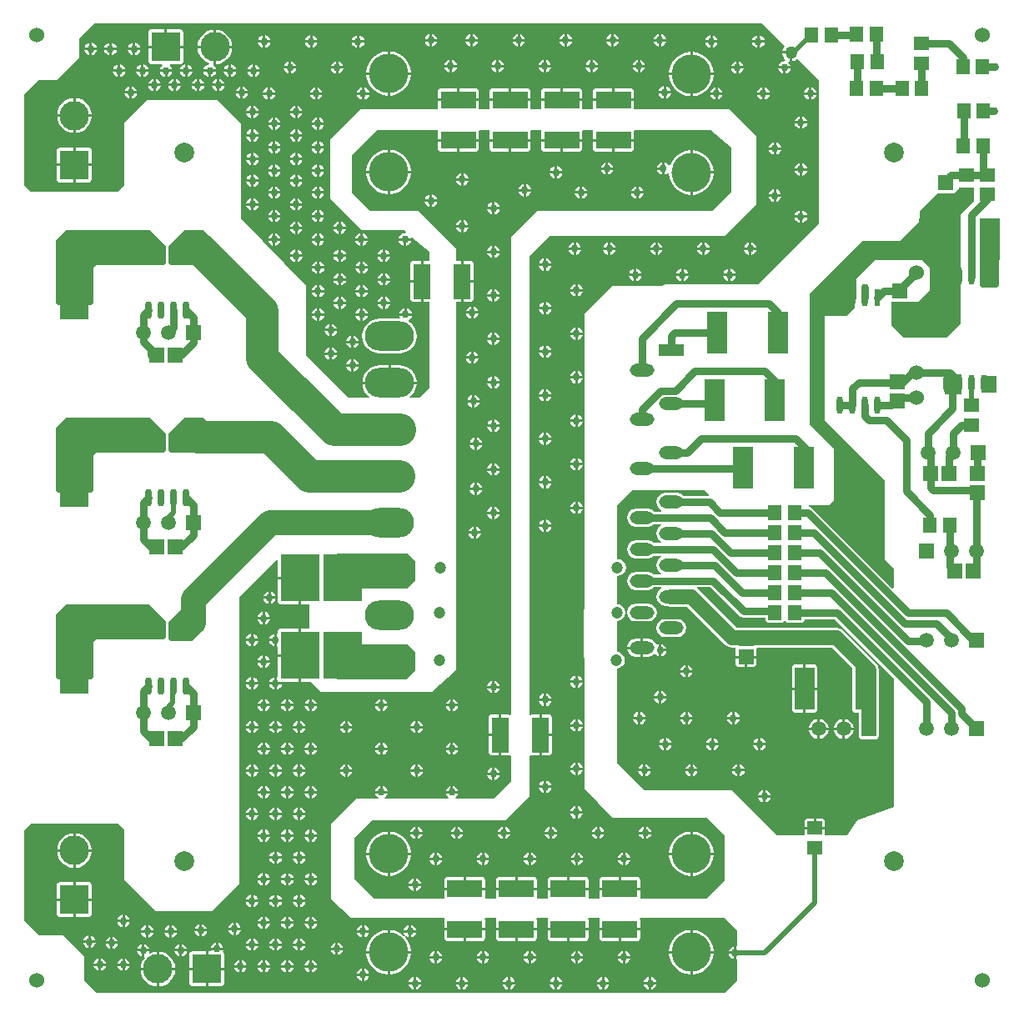
<source format=gbr>
G04 Layer_Physical_Order=1*
G04 Layer_Color=255*
%FSLAX25Y25*%
%MOIN*%
%TF.FileFunction,Copper,L1,Top,Signal*%
%TF.Part,Single*%
G01*
G75*
%TA.AperFunction,SMDPad,CuDef*%
%ADD10R,0.02362X0.07087*%
%ADD11O,0.02362X0.07087*%
%ADD12R,0.05512X0.05905*%
%ADD13R,0.05905X0.05512*%
%ADD14R,0.15748X0.19095*%
%ADD15O,0.02559X0.07087*%
%ADD16R,0.06299X0.05905*%
%ADD17R,0.05905X0.06299*%
%ADD18R,0.08071X0.17126*%
%ADD19R,0.07087X0.14173*%
%ADD20R,0.14173X0.07087*%
%TA.AperFunction,Conductor*%
%ADD21C,0.02000*%
%ADD22C,0.13000*%
%ADD23C,0.03000*%
%ADD24C,0.06000*%
%ADD25C,0.10000*%
%ADD26R,0.06900X0.08400*%
%ADD27R,0.05900X0.07100*%
%TA.AperFunction,ComponentPad*%
%ADD28C,0.11811*%
%ADD29R,0.11811X0.11811*%
%ADD30C,0.06000*%
%ADD31O,0.19685X0.11811*%
%ADD32O,0.09842X0.05118*%
%ADD33R,0.09842X0.05118*%
%ADD34R,0.05905X0.05905*%
%ADD35C,0.05905*%
%ADD36C,0.04724*%
%ADD37C,0.15748*%
%ADD38R,0.11811X0.11811*%
%TA.AperFunction,WasherPad*%
%ADD39C,0.06000*%
%TA.AperFunction,ViaPad*%
%ADD40C,0.07874*%
%ADD41C,0.03000*%
%ADD42C,0.05000*%
%ADD43C,0.02362*%
G36*
X236837Y157263D02*
X236630Y156763D01*
X226639D01*
X226627Y156780D01*
X225450Y157567D01*
X224061Y157843D01*
X219337D01*
X217948Y157567D01*
X216771Y156780D01*
X215985Y155603D01*
X215708Y154214D01*
X215985Y152825D01*
X216771Y151648D01*
X217795Y150964D01*
X217643Y150464D01*
X214840D01*
X214828Y150481D01*
X213651Y151268D01*
X212262Y151544D01*
X207538D01*
X206149Y151268D01*
X204972Y150481D01*
X204185Y149304D01*
X203909Y147915D01*
X204185Y146526D01*
X204972Y145349D01*
X206149Y144562D01*
X207538Y144286D01*
X212262D01*
X213651Y144562D01*
X214828Y145349D01*
X214840Y145366D01*
X217643D01*
X217795Y144866D01*
X216771Y144182D01*
X215985Y143004D01*
X215708Y141616D01*
X215985Y140227D01*
X216771Y139050D01*
X217795Y138365D01*
X217643Y137865D01*
X214840D01*
X214828Y137882D01*
X213651Y138669D01*
X212262Y138945D01*
X207538D01*
X206149Y138669D01*
X204972Y137882D01*
X204185Y136705D01*
X203909Y135317D01*
X204185Y133928D01*
X204972Y132751D01*
X206149Y131964D01*
X207538Y131688D01*
X212262D01*
X213651Y131964D01*
X214828Y132751D01*
X214840Y132768D01*
X217643D01*
X217795Y132268D01*
X216771Y131583D01*
X215985Y130406D01*
X215708Y129017D01*
X215985Y127629D01*
X216771Y126451D01*
X217795Y125767D01*
X217643Y125267D01*
X214840D01*
X214828Y125284D01*
X213651Y126071D01*
X212262Y126347D01*
X207538D01*
X206149Y126071D01*
X204972Y125284D01*
X204185Y124107D01*
X203909Y122718D01*
X204185Y121329D01*
X204972Y120152D01*
X206149Y119366D01*
X207538Y119089D01*
X212262D01*
X213651Y119366D01*
X214828Y120152D01*
X214840Y120169D01*
X217643D01*
X217795Y119669D01*
X216771Y118985D01*
X215985Y117808D01*
X215708Y116419D01*
X215985Y115030D01*
X216771Y113853D01*
X217948Y113066D01*
X219337Y112790D01*
X219930D01*
X220139Y112651D01*
X221699Y112341D01*
X227992D01*
X243216Y97116D01*
X244539Y96232D01*
X246100Y95922D01*
X247212D01*
X247490Y95506D01*
X247368Y95213D01*
Y92760D01*
X251600D01*
X255832D01*
Y95213D01*
X255711Y95506D01*
X255988Y95922D01*
X285911D01*
X294089Y87744D01*
Y70937D01*
X294406Y70172D01*
X295171Y69855D01*
X296522D01*
Y63500D01*
X296565Y63283D01*
Y60547D01*
X296882Y59782D01*
X297647Y59465D01*
X300383D01*
X300600Y59422D01*
X300817Y59465D01*
X303553D01*
X304318Y59782D01*
X304635Y60547D01*
Y63283D01*
X304678Y63500D01*
Y87000D01*
X304678Y87000D01*
X304368Y88561D01*
X303484Y89884D01*
X303484Y89884D01*
X290484Y102884D01*
X289161Y103768D01*
X287600Y104078D01*
X287600Y104078D01*
X247789D01*
X232565Y119303D01*
X231984Y119691D01*
X232130Y120169D01*
X237326D01*
X248798Y108698D01*
X249624Y108145D01*
X250600Y107951D01*
X259325D01*
Y107047D01*
X259642Y106282D01*
X260407Y105965D01*
X265919D01*
X266684Y106282D01*
X266829Y106632D01*
X267371D01*
X267516Y106282D01*
X268281Y105965D01*
X273793D01*
X274558Y106282D01*
X274875Y107047D01*
Y107451D01*
X286887D01*
X310600Y83738D01*
X310600Y32438D01*
X296100Y27000D01*
X292100Y21000D01*
X283256D01*
X283135Y21181D01*
Y23437D01*
X275065D01*
Y21181D01*
X274944Y21000D01*
X264100D01*
X246100Y39000D01*
X211100Y39000D01*
X200100Y50000D01*
Y87619D01*
X201065Y87811D01*
X202178Y88554D01*
X202921Y89666D01*
X203182Y90978D01*
X202921Y92290D01*
X202178Y93402D01*
X201065Y94145D01*
X200100Y94337D01*
Y106599D01*
X201278Y106833D01*
X202390Y107576D01*
X203133Y108688D01*
X203394Y110000D01*
X203133Y111312D01*
X202390Y112424D01*
X201278Y113167D01*
X200100Y113401D01*
Y124572D01*
X201412Y124833D01*
X202524Y125576D01*
X203267Y126688D01*
X203528Y128000D01*
X203267Y129312D01*
X202524Y130424D01*
X201412Y131167D01*
X200100Y131428D01*
Y153000D01*
X206154Y159054D01*
X235046D01*
X236837Y157263D01*
D02*
G37*
G36*
X116300Y97300D02*
X119500Y94100D01*
X119500Y86900D01*
X115900Y83300D01*
X87900Y83300D01*
Y97300D01*
X116300Y97300D01*
D02*
G37*
G36*
X13100Y263000D02*
X19600Y256500D01*
X19600Y250000D01*
X18600Y249000D01*
X-8400Y249000D01*
X-9400Y248000D01*
X-9400Y234000D01*
X-10400Y233000D01*
X-23400Y233000D01*
X-24400Y234000D01*
X-24400Y259000D01*
X-20400Y263000D01*
X13100Y263000D01*
D02*
G37*
G36*
X34700Y263000D02*
X37300Y260400D01*
Y249000D01*
X30400Y249000D01*
X21600Y249000D01*
X20600Y250000D01*
Y256500D01*
X27100Y263000D01*
X34700Y263000D01*
D02*
G37*
G36*
X116300Y133500D02*
X119500Y130300D01*
X119500Y123100D01*
X115900Y119500D01*
X87900Y119500D01*
Y133500D01*
X116300Y133500D01*
D02*
G37*
G36*
X267061Y336539D02*
X266287Y335381D01*
X266115Y334516D01*
X269584D01*
Y334016D01*
X270084D01*
Y330547D01*
X270950Y330719D01*
X272108Y331492D01*
X280600Y323000D01*
X280600Y265500D01*
X256546Y241446D01*
X219630D01*
X219431Y241364D01*
X219216Y241364D01*
X218347Y241004D01*
X218195Y240852D01*
X217996Y240769D01*
X217726Y240500D01*
X198100Y240500D01*
X187100Y229500D01*
Y111757D01*
X187096Y111753D01*
X186736Y110884D01*
Y110669D01*
X186654Y110470D01*
Y110000D01*
Y93500D01*
Y93030D01*
X186736Y92831D01*
Y92616D01*
X187096Y91747D01*
X187100Y91743D01*
Y39751D01*
X198100Y28000D01*
X236150D01*
X243100Y20500D01*
Y3000D01*
X236150Y-4500D01*
X209520Y-4500D01*
X209283Y-4145D01*
X209269Y-4000D01*
Y-976D01*
X201100D01*
X192931D01*
Y-4020D01*
X192958Y-4084D01*
X192680Y-4500D01*
X188853D01*
X188616Y-4145D01*
X188602Y-4000D01*
Y-976D01*
X180433D01*
X172264D01*
Y-4020D01*
X172291Y-4084D01*
X172013Y-4500D01*
X168187D01*
X167949Y-4145D01*
X167936Y-4000D01*
Y-976D01*
X159767D01*
X151598D01*
Y-4020D01*
X151624Y-4084D01*
X151347Y-4500D01*
X147520D01*
X147283Y-4145D01*
X147269Y-4000D01*
Y-976D01*
X139100D01*
X130931D01*
Y-4020D01*
X130958Y-4084D01*
X130680Y-4500D01*
X103100Y-4500D01*
X95100Y3500D01*
X95100Y19816D01*
X102284Y27000D01*
X155200Y27000D01*
X164900Y36700D01*
Y52727D01*
X165400Y53061D01*
X165828Y52884D01*
X168871D01*
Y61053D01*
Y69222D01*
X165828D01*
X165400Y69045D01*
X164900Y69379D01*
Y82300D01*
Y252300D01*
X173100Y260500D01*
X243100Y260500D01*
X255600Y273000D01*
X255600Y300500D01*
X244900Y311200D01*
X216300Y311200D01*
X207153D01*
X206769Y311700D01*
Y314524D01*
X198600D01*
X190431D01*
Y311480D01*
X190244Y311200D01*
X186486D01*
X186102Y311700D01*
Y314524D01*
X177933D01*
X169764D01*
Y311480D01*
X169577Y311200D01*
X165820D01*
X165436Y311700D01*
Y314524D01*
X157267D01*
X149098D01*
Y311480D01*
X148910Y311200D01*
X145153D01*
X144769Y311700D01*
Y314524D01*
X136600D01*
X128431D01*
Y311480D01*
X128244Y311200D01*
X97422D01*
X85400Y299178D01*
Y275601D01*
X98165Y263000D01*
X114700Y263000D01*
X115690Y262161D01*
X115465Y261696D01*
X115200Y261749D01*
X114225Y261555D01*
X113398Y261002D01*
X112845Y260175D01*
X112750Y259700D01*
X117649D01*
X117615Y259874D01*
X118071Y260143D01*
X124900Y254356D01*
Y250622D01*
X122529D01*
Y242453D01*
Y234284D01*
X124900D01*
X124900Y199800D01*
X120999Y195899D01*
X117273D01*
X117103Y196399D01*
X117920Y197025D01*
X119026Y198468D01*
X119722Y200148D01*
X119894Y201450D01*
X109057D01*
X98221D01*
X98393Y200148D01*
X99089Y198468D01*
X100195Y197025D01*
X101012Y196399D01*
X100842Y195899D01*
X92766D01*
X75665Y213000D01*
Y240500D01*
X49600Y267500D01*
Y305500D01*
X40100Y315000D01*
X12147Y315000D01*
X3100Y305953D01*
Y280953D01*
X600Y278453D01*
X-34400D01*
X-36900Y280953D01*
Y317453D01*
X-31352Y323001D01*
X-23851Y323001D01*
X-14895Y331958D01*
X-14906Y339447D01*
X-8853Y345500D01*
X258100Y345500D01*
X267061Y336539D01*
D02*
G37*
G36*
X352600Y267000D02*
X352600Y241000D01*
X351600Y240000D01*
X346100Y240000D01*
X345100Y241000D01*
X345100Y267000D01*
X345600Y267500D01*
X352100D01*
X352600Y267000D01*
D02*
G37*
G36*
X342600Y274500D02*
X337300Y269200D01*
Y225700D01*
X331600Y220000D01*
X314600D01*
X309600Y225000D01*
Y234400D01*
X320500D01*
X325100Y239000D01*
Y248000D01*
X321116Y251984D01*
X321100Y251000D01*
X303100D01*
X295100Y243000D01*
Y232000D01*
X291600Y228500D01*
X283100D01*
Y208000D01*
X283130Y186970D01*
X307100Y163000D01*
X307100Y131000D01*
X310600Y127500D01*
Y119886D01*
X310138Y119694D01*
X278030Y151802D01*
X277203Y152355D01*
X276474Y152500D01*
X276523Y153000D01*
X283600D01*
Y153000D01*
X284600D01*
X286600Y155000D01*
Y175500D01*
X277100Y185000D01*
Y237500D01*
X298350Y258750D01*
X313350Y258750D01*
X321100Y266500D01*
Y270500D01*
X328100Y277500D01*
X334600D01*
X337100Y280000D01*
X342600D01*
Y274500D01*
D02*
G37*
G36*
X245600Y295860D02*
Y278000D01*
X238100Y270500D01*
X168100Y270500D01*
X157700Y260100D01*
X157700Y87600D01*
Y70582D01*
X157654Y70470D01*
Y69398D01*
X157154Y69064D01*
X156772Y69222D01*
X153729D01*
Y61053D01*
Y52884D01*
X156772D01*
X157154Y53042D01*
X157334Y53038D01*
X157700Y52727D01*
Y42600D01*
X150600Y35500D01*
X135359D01*
X135207Y36000D01*
X135802Y36398D01*
X136355Y37225D01*
X136450Y37700D01*
X131551D01*
X131645Y37225D01*
X132198Y36398D01*
X132793Y36000D01*
X132641Y35500D01*
X107159D01*
X107007Y36000D01*
X107602Y36398D01*
X108155Y37225D01*
X108249Y37700D01*
X103350D01*
X103445Y37225D01*
X103998Y36398D01*
X104593Y36000D01*
X104441Y35500D01*
X95600D01*
X85600Y25500D01*
Y-4727D01*
X93600Y-12000D01*
X130904D01*
X131169Y-12500D01*
X130931Y-13075D01*
Y-16118D01*
X139100D01*
X147269D01*
Y-13075D01*
X147031Y-12500D01*
X147296Y-12000D01*
X151571D01*
X151836Y-12500D01*
X151598Y-13075D01*
Y-16118D01*
X159767D01*
X167936D01*
Y-13075D01*
X167698Y-12500D01*
X167963Y-12000D01*
X172238D01*
X172502Y-12500D01*
X172264Y-13075D01*
Y-16118D01*
X180433D01*
X188602D01*
Y-13075D01*
X188364Y-12500D01*
X188629Y-12000D01*
X192904D01*
X193169Y-12500D01*
X192931Y-13075D01*
Y-16118D01*
X201100D01*
X209269D01*
Y-13075D01*
X209031Y-12500D01*
X209296Y-12000D01*
X243100D01*
X248100Y-17000D01*
Y-23140D01*
X247600Y-23550D01*
Y-26000D01*
Y-28449D01*
D01*
X248100Y-28860D01*
Y-37000D01*
X243100Y-42000D01*
X-7947D01*
X-12900Y-37047D01*
X-12900Y-27547D01*
X-21400Y-19047D01*
X-30900Y-19047D01*
X-36900Y-13047D01*
Y23000D01*
X-34400Y25500D01*
X600Y25500D01*
X3100Y23000D01*
X3100Y3000D01*
X15600Y-9500D01*
X38100Y-9500D01*
X48900Y1300D01*
X48900Y116200D01*
X63782Y131082D01*
X64244Y130890D01*
Y124400D01*
X73200D01*
Y123900D01*
X73700D01*
Y113270D01*
X77100D01*
Y103530D01*
X73700D01*
Y92900D01*
Y82270D01*
X77530D01*
X81500Y78300D01*
X125900Y78300D01*
X135600Y87000D01*
Y234284D01*
X137671D01*
Y242453D01*
Y250622D01*
X135600D01*
Y255500D01*
X120600Y270500D01*
X101400Y270500D01*
X93900Y278000D01*
X93900Y293000D01*
X103900Y303000D01*
X128219D01*
X128497Y302584D01*
X128431Y302425D01*
Y299382D01*
X136600D01*
X144769D01*
Y302425D01*
X144703Y302584D01*
X144981Y303000D01*
X148886D01*
X149164Y302584D01*
X149098Y302425D01*
Y299382D01*
X157267D01*
X165436D01*
Y302425D01*
X165370Y302584D01*
X165648Y303000D01*
X169552D01*
X169830Y302584D01*
X169764Y302425D01*
Y299382D01*
X177933D01*
X186102D01*
Y302425D01*
X186036Y302584D01*
X186314Y303000D01*
X190219D01*
X190497Y302584D01*
X190431Y302425D01*
Y299382D01*
X198600D01*
X206769D01*
Y302425D01*
X206703Y302584D01*
X206981Y303000D01*
X237259D01*
X245600Y295860D01*
D02*
G37*
G36*
X34800Y112800D02*
X34800Y103200D01*
X30400Y98800D01*
X21600Y98800D01*
X20600Y99800D01*
Y106300D01*
X27100Y112800D01*
X34800Y112800D01*
D02*
G37*
G36*
X13100Y113157D02*
X19600Y106658D01*
X19600Y100157D01*
X18600Y99157D01*
X-8400Y99158D01*
X-9400Y98158D01*
X-9400Y84157D01*
X-10400Y83157D01*
X-23400Y83157D01*
X-24400Y84157D01*
X-24400Y109158D01*
X-20400Y113157D01*
X13100Y113157D01*
D02*
G37*
G36*
Y188079D02*
X19600Y181579D01*
X19600Y175079D01*
X18600Y174079D01*
X-8400Y174079D01*
X-9400Y173079D01*
X-9400Y159079D01*
X-10400Y158079D01*
X-23400Y158079D01*
X-24400Y159079D01*
X-24400Y184079D01*
X-20400Y188079D01*
X13100Y188079D01*
D02*
G37*
G36*
X34700Y187900D02*
X37300Y185300D01*
Y173900D01*
X30400Y173900D01*
X21600Y173900D01*
X20600Y174900D01*
Y181400D01*
X27100Y187900D01*
X34700Y187900D01*
D02*
G37*
%LPC*%
G36*
X221749Y56900D02*
X219800D01*
Y54950D01*
X220275Y55045D01*
X221102Y55598D01*
X221655Y56425D01*
X221749Y56900D01*
D02*
G37*
G36*
X218800D02*
X216850D01*
X216945Y56425D01*
X217498Y55598D01*
X218325Y55045D01*
X218800Y54950D01*
Y56900D01*
D02*
G37*
G36*
X210400Y49450D02*
X209925Y49355D01*
X209098Y48802D01*
X208545Y47976D01*
X208451Y47500D01*
X210400D01*
Y49450D01*
D02*
G37*
G36*
X249000D02*
Y47500D01*
X250950D01*
X250855Y47976D01*
X250302Y48802D01*
X249476Y49355D01*
X249000Y49450D01*
D02*
G37*
G36*
X229200D02*
X228725Y49355D01*
X227898Y48802D01*
X227345Y47976D01*
X227251Y47500D01*
X229200D01*
Y49450D01*
D02*
G37*
G36*
X211400D02*
Y47500D01*
X213350D01*
X213255Y47976D01*
X212702Y48802D01*
X211876Y49355D01*
X211400Y49450D01*
D02*
G37*
G36*
X248000D02*
X247525Y49355D01*
X246698Y48802D01*
X246145Y47976D01*
X246051Y47500D01*
X248000D01*
Y49450D01*
D02*
G37*
G36*
X230200D02*
Y47500D01*
X232150D01*
X232055Y47976D01*
X231502Y48802D01*
X230676Y49355D01*
X230200Y49450D01*
D02*
G37*
G36*
X237600Y56900D02*
X235650D01*
X235745Y56425D01*
X236298Y55598D01*
X237125Y55045D01*
X237600Y54950D01*
Y56900D01*
D02*
G37*
G36*
X290100Y63000D02*
X286669D01*
X286877Y61958D01*
X287750Y60650D01*
X289058Y59777D01*
X290100Y59569D01*
Y63000D01*
D02*
G37*
G36*
X280100D02*
X276669D01*
X276877Y61958D01*
X277750Y60650D01*
X279058Y59777D01*
X280100Y59569D01*
Y63000D01*
D02*
G37*
G36*
X257400Y59850D02*
Y57900D01*
X259349D01*
X259255Y58376D01*
X258702Y59202D01*
X257875Y59755D01*
X257400Y59850D01*
D02*
G37*
G36*
X256400D02*
X255925Y59755D01*
X255098Y59202D01*
X254545Y58376D01*
X254450Y57900D01*
X256400D01*
Y59850D01*
D02*
G37*
G36*
X294531Y63000D02*
X291100D01*
Y59569D01*
X292142Y59777D01*
X293450Y60650D01*
X294323Y61958D01*
X294531Y63000D01*
D02*
G37*
G36*
X284531D02*
X281100D01*
Y59569D01*
X282142Y59777D01*
X283450Y60650D01*
X284323Y61958D01*
X284531Y63000D01*
D02*
G37*
G36*
X256400Y56900D02*
X254450D01*
X254545Y56425D01*
X255098Y55598D01*
X255925Y55045D01*
X256400Y54950D01*
Y56900D01*
D02*
G37*
G36*
X240549D02*
X238600D01*
Y54950D01*
X239075Y55045D01*
X239902Y55598D01*
X240455Y56425D01*
X240549Y56900D01*
D02*
G37*
G36*
X259349D02*
X257400D01*
Y54950D01*
X257875Y55045D01*
X258702Y55598D01*
X259255Y56425D01*
X259349Y56900D01*
D02*
G37*
G36*
X219800Y59850D02*
Y57900D01*
X221749D01*
X221655Y58376D01*
X221102Y59202D01*
X220275Y59755D01*
X219800Y59850D01*
D02*
G37*
G36*
X218800D02*
X218325Y59755D01*
X217498Y59202D01*
X216945Y58376D01*
X216850Y57900D01*
X218800D01*
Y59850D01*
D02*
G37*
G36*
X238600D02*
Y57900D01*
X240549D01*
X240455Y58376D01*
X239902Y59202D01*
X239075Y59755D01*
X238600Y59850D01*
D02*
G37*
G36*
X237600D02*
X237125Y59755D01*
X236298Y59202D01*
X235745Y58376D01*
X235650Y57900D01*
X237600D01*
Y59850D01*
D02*
G37*
G36*
X261350Y36100D02*
X259400D01*
Y34150D01*
X259875Y34245D01*
X260702Y34798D01*
X261255Y35625D01*
X261350Y36100D01*
D02*
G37*
G36*
X258400D02*
X256451D01*
X256545Y35625D01*
X257098Y34798D01*
X257925Y34245D01*
X258400Y34150D01*
Y36100D01*
D02*
G37*
G36*
X259400Y39050D02*
Y37100D01*
X261350D01*
X261255Y37576D01*
X260702Y38402D01*
X259875Y38955D01*
X259400Y39050D01*
D02*
G37*
G36*
X258400D02*
X257925Y38955D01*
X257098Y38402D01*
X256545Y37576D01*
X256451Y37100D01*
X258400D01*
Y39050D01*
D02*
G37*
G36*
X282053Y27775D02*
X279600D01*
Y24437D01*
X283135D01*
Y26693D01*
X282818Y27458D01*
X282053Y27775D01*
D02*
G37*
G36*
X278600D02*
X276147D01*
X275382Y27458D01*
X275065Y26693D01*
Y24437D01*
X278600D01*
Y27775D01*
D02*
G37*
G36*
X210400Y46500D02*
X208451D01*
X208545Y46025D01*
X209098Y45198D01*
X209925Y44645D01*
X210400Y44550D01*
Y46500D01*
D02*
G37*
G36*
X229200D02*
X227251D01*
X227345Y46025D01*
X227898Y45198D01*
X228725Y44645D01*
X229200Y44550D01*
Y46500D01*
D02*
G37*
G36*
X213350D02*
X211400D01*
Y44550D01*
X211876Y44645D01*
X212702Y45198D01*
X213255Y46025D01*
X213350Y46500D01*
D02*
G37*
G36*
X232150D02*
X230200D01*
Y44550D01*
X230676Y44645D01*
X231502Y45198D01*
X232055Y46025D01*
X232150Y46500D01*
D02*
G37*
G36*
X250950D02*
X249000D01*
Y44550D01*
X249476Y44645D01*
X250302Y45198D01*
X250855Y46025D01*
X250950Y46500D01*
D02*
G37*
G36*
X248000D02*
X246051D01*
X246145Y46025D01*
X246698Y45198D01*
X247525Y44645D01*
X248000Y44550D01*
Y46500D01*
D02*
G37*
G36*
X219749Y94500D02*
X217800D01*
Y92550D01*
X218275Y92645D01*
X219102Y93198D01*
X219655Y94025D01*
X219749Y94500D01*
D02*
G37*
G36*
X212262Y99575D02*
X210400D01*
Y95947D01*
Y92318D01*
X212262D01*
X213651Y92594D01*
X214791Y93356D01*
X214944Y93416D01*
X215352D01*
X215498Y93198D01*
X216325Y92645D01*
X216800Y92550D01*
Y95000D01*
Y97449D01*
X216325Y97355D01*
X216035Y97161D01*
X215615Y97335D01*
X214828Y98512D01*
X213651Y99299D01*
X212262Y99575D01*
D02*
G37*
G36*
X217800Y97449D02*
Y95500D01*
X219749D01*
X219655Y95976D01*
X219102Y96802D01*
X218275Y97355D01*
X217800Y97449D01*
D02*
G37*
G36*
X255832Y91760D02*
X252100D01*
Y88225D01*
X254750D01*
X255515Y88542D01*
X255832Y89307D01*
Y91760D01*
D02*
G37*
G36*
X209400Y95446D02*
X204009D01*
X204185Y94558D01*
X204972Y93380D01*
X206149Y92594D01*
X207538Y92318D01*
X209400D01*
Y95446D01*
D02*
G37*
G36*
Y99575D02*
X207538D01*
X206149Y99299D01*
X204972Y98512D01*
X204185Y97335D01*
X204009Y96447D01*
X209400D01*
Y99575D01*
D02*
G37*
G36*
X224061Y107449D02*
X219337D01*
X217948Y107173D01*
X216771Y106386D01*
X215985Y105209D01*
X215708Y103821D01*
X215985Y102432D01*
X216771Y101255D01*
X217948Y100468D01*
X219337Y100192D01*
X224061D01*
X225450Y100468D01*
X226627Y101255D01*
X227414Y102432D01*
X227690Y103821D01*
X227414Y105209D01*
X226627Y106386D01*
X225450Y107173D01*
X224061Y107449D01*
D02*
G37*
G36*
X279029Y89145D02*
X275494D01*
Y80000D01*
X280112D01*
Y88063D01*
X279795Y88828D01*
X279029Y89145D01*
D02*
G37*
G36*
X274494D02*
X270958D01*
X270193Y88828D01*
X269876Y88063D01*
Y80000D01*
X274494D01*
Y89145D01*
D02*
G37*
G36*
X228200Y89050D02*
Y87100D01*
X230150D01*
X230055Y87576D01*
X229502Y88402D01*
X228676Y88955D01*
X228200Y89050D01*
D02*
G37*
G36*
X251100Y91760D02*
X247368D01*
Y89307D01*
X247685Y88542D01*
X248450Y88225D01*
X251100D01*
Y91760D01*
D02*
G37*
G36*
X227200Y86100D02*
X225251D01*
X225345Y85625D01*
X225898Y84798D01*
X226725Y84245D01*
X227200Y84150D01*
Y86100D01*
D02*
G37*
G36*
Y89050D02*
X226725Y88955D01*
X225898Y88402D01*
X225345Y87576D01*
X225251Y87100D01*
X227200D01*
Y89050D01*
D02*
G37*
G36*
X230150Y86100D02*
X228200D01*
Y84150D01*
X228676Y84245D01*
X229502Y84798D01*
X230055Y85625D01*
X230150Y86100D01*
D02*
G37*
G36*
X212262Y113749D02*
X207538D01*
X206149Y113472D01*
X204972Y112686D01*
X204185Y111508D01*
X203909Y110120D01*
X204185Y108731D01*
X204972Y107554D01*
X206149Y106767D01*
X207538Y106491D01*
X212262D01*
X213651Y106767D01*
X214828Y107554D01*
X215615Y108731D01*
X215891Y110120D01*
X215615Y111508D01*
X214828Y112686D01*
X213651Y113472D01*
X212262Y113749D01*
D02*
G37*
G36*
X248950Y67300D02*
X247000D01*
Y65351D01*
X247476Y65445D01*
X248302Y65998D01*
X248855Y66825D01*
X248950Y67300D01*
D02*
G37*
G36*
X246000D02*
X244051D01*
X244145Y66825D01*
X244698Y65998D01*
X245525Y65445D01*
X246000Y65351D01*
Y67300D01*
D02*
G37*
G36*
X211350D02*
X209400D01*
Y65351D01*
X209875Y65445D01*
X210702Y65998D01*
X211255Y66825D01*
X211350Y67300D01*
D02*
G37*
G36*
X208400D02*
X206451D01*
X206545Y66825D01*
X207098Y65998D01*
X207925Y65445D01*
X208400Y65351D01*
Y67300D01*
D02*
G37*
G36*
X230150D02*
X228200D01*
Y65351D01*
X228676Y65445D01*
X229502Y65998D01*
X230055Y66825D01*
X230150Y67300D01*
D02*
G37*
G36*
X227200D02*
X225251D01*
X225345Y66825D01*
X225898Y65998D01*
X226725Y65445D01*
X227200Y65351D01*
Y67300D01*
D02*
G37*
G36*
X208400Y70249D02*
X207925Y70155D01*
X207098Y69602D01*
X206545Y68775D01*
X206451Y68300D01*
X208400D01*
Y70249D01*
D02*
G37*
G36*
X274494Y79000D02*
X269876D01*
Y70937D01*
X270193Y70172D01*
X270958Y69855D01*
X274494D01*
Y79000D01*
D02*
G37*
G36*
X247000Y70249D02*
Y68300D01*
X248950D01*
X248855Y68775D01*
X248302Y69602D01*
X247476Y70155D01*
X247000Y70249D01*
D02*
G37*
G36*
X280112Y79000D02*
X275494D01*
Y69855D01*
X279029D01*
X279795Y70172D01*
X280112Y70937D01*
Y79000D01*
D02*
G37*
G36*
X227200Y70249D02*
X226725Y70155D01*
X225898Y69602D01*
X225345Y68775D01*
X225251Y68300D01*
X227200D01*
Y70249D01*
D02*
G37*
G36*
X209400D02*
Y68300D01*
X211350D01*
X211255Y68775D01*
X210702Y69602D01*
X209875Y70155D01*
X209400Y70249D01*
D02*
G37*
G36*
X246000D02*
X245525Y70155D01*
X244698Y69602D01*
X244145Y68775D01*
X244051Y68300D01*
X246000D01*
Y70249D01*
D02*
G37*
G36*
X228200D02*
Y68300D01*
X230150D01*
X230055Y68775D01*
X229502Y69602D01*
X228676Y70155D01*
X228200Y70249D01*
D02*
G37*
G36*
X281100Y67431D02*
Y64000D01*
X284531D01*
X284323Y65042D01*
X283450Y66350D01*
X282142Y67223D01*
X281100Y67431D01*
D02*
G37*
G36*
X290100Y67431D02*
X289058Y67223D01*
X287750Y66350D01*
X286877Y65042D01*
X286669Y64000D01*
X290100D01*
Y67431D01*
D02*
G37*
G36*
X291100Y67431D02*
Y64000D01*
X294531D01*
X294323Y65042D01*
X293450Y66350D01*
X292142Y67223D01*
X291100Y67431D01*
D02*
G37*
G36*
X280100Y67431D02*
X279058Y67223D01*
X277750Y66350D01*
X276877Y65042D01*
X276669Y64000D01*
X280100D01*
Y67431D01*
D02*
G37*
G36*
X219749Y75700D02*
X217800D01*
Y73751D01*
X218275Y73845D01*
X219102Y74398D01*
X219655Y75225D01*
X219749Y75700D01*
D02*
G37*
G36*
X216800Y78649D02*
X216325Y78555D01*
X215498Y78002D01*
X214945Y77175D01*
X214850Y76700D01*
X216800D01*
Y78649D01*
D02*
G37*
G36*
Y75700D02*
X214850D01*
X214945Y75225D01*
X215498Y74398D01*
X216325Y73845D01*
X216800Y73751D01*
Y75700D01*
D02*
G37*
G36*
X217800Y78649D02*
Y76700D01*
X219749D01*
X219655Y77175D01*
X219102Y78002D01*
X218275Y78555D01*
X217800Y78649D01*
D02*
G37*
G36*
X173997Y60553D02*
X169871D01*
Y52884D01*
X172914D01*
X173679Y53201D01*
X173997Y53966D01*
Y60553D01*
D02*
G37*
G36*
X183245Y49995D02*
X182770Y49900D01*
X181943Y49348D01*
X181390Y48521D01*
X181296Y48046D01*
X183245D01*
Y49995D01*
D02*
G37*
G36*
X184245D02*
Y48046D01*
X186195D01*
X186100Y48521D01*
X185547Y49348D01*
X184721Y49900D01*
X184245Y49995D01*
D02*
G37*
G36*
X172914Y69222D02*
X169871D01*
Y61553D01*
X173997D01*
Y68139D01*
X173679Y68905D01*
X172914Y69222D01*
D02*
G37*
G36*
X184245Y32595D02*
Y30645D01*
X186195D01*
X186100Y31121D01*
X185547Y31948D01*
X184721Y32500D01*
X184245Y32595D01*
D02*
G37*
G36*
X183245D02*
X182770Y32500D01*
X181943Y31948D01*
X181390Y31121D01*
X181296Y30645D01*
X183245D01*
Y32595D01*
D02*
G37*
G36*
X170745Y39845D02*
X168796D01*
X168890Y39370D01*
X169443Y38543D01*
X170270Y37991D01*
X170745Y37896D01*
Y39845D01*
D02*
G37*
G36*
X173695D02*
X171745D01*
Y37896D01*
X172221Y37991D01*
X173047Y38543D01*
X173600Y39370D01*
X173695Y39845D01*
D02*
G37*
G36*
X210700Y24420D02*
X210225Y24325D01*
X209398Y23773D01*
X208845Y22945D01*
X208751Y22470D01*
X210700D01*
Y24420D01*
D02*
G37*
G36*
X192900D02*
Y22470D01*
X194850D01*
X194755Y22945D01*
X194202Y23773D01*
X193376Y24325D01*
X192900Y24420D01*
D02*
G37*
G36*
X211700D02*
Y22470D01*
X213650D01*
X213555Y22945D01*
X213002Y23773D01*
X212175Y24325D01*
X211700Y24420D01*
D02*
G37*
G36*
X186195Y29645D02*
X184245D01*
Y27696D01*
X184721Y27791D01*
X185547Y28343D01*
X186100Y29170D01*
X186195Y29645D01*
D02*
G37*
G36*
X183245D02*
X181296D01*
X181390Y29170D01*
X181943Y28343D01*
X182770Y27791D01*
X183245Y27696D01*
Y29645D01*
D02*
G37*
G36*
X186195Y47045D02*
X184245D01*
Y45096D01*
X184721Y45191D01*
X185547Y45743D01*
X186100Y46570D01*
X186195Y47045D01*
D02*
G37*
G36*
X183245D02*
X181296D01*
X181390Y46570D01*
X181943Y45743D01*
X182770Y45191D01*
X183245Y45096D01*
Y47045D01*
D02*
G37*
G36*
X170745Y42795D02*
X170270Y42700D01*
X169443Y42148D01*
X168890Y41321D01*
X168796Y40846D01*
X170745D01*
Y42795D01*
D02*
G37*
G36*
X171745D02*
Y40846D01*
X173695D01*
X173600Y41321D01*
X173047Y42148D01*
X172221Y42700D01*
X171745Y42795D01*
D02*
G37*
G36*
X183245Y84795D02*
X182770Y84701D01*
X181943Y84148D01*
X181390Y83321D01*
X181296Y82845D01*
X183245D01*
Y84795D01*
D02*
G37*
G36*
X184245D02*
Y82845D01*
X186195D01*
X186100Y83321D01*
X185547Y84148D01*
X184721Y84701D01*
X184245Y84795D01*
D02*
G37*
G36*
X183245Y154395D02*
X182770Y154300D01*
X181943Y153748D01*
X181390Y152921D01*
X181296Y152445D01*
X183245D01*
Y154395D01*
D02*
G37*
G36*
X184245D02*
Y152445D01*
X186195D01*
X186100Y152921D01*
X185547Y153748D01*
X184721Y154300D01*
X184245Y154395D01*
D02*
G37*
G36*
X183245Y151445D02*
X181296D01*
X181390Y150970D01*
X181943Y150143D01*
X182770Y149591D01*
X183245Y149496D01*
Y151445D01*
D02*
G37*
G36*
X186195D02*
X184245D01*
Y149496D01*
X184721Y149591D01*
X185547Y150143D01*
X186100Y150970D01*
X186195Y151445D01*
D02*
G37*
G36*
X171745Y164595D02*
Y162645D01*
X173695D01*
X173600Y163121D01*
X173047Y163948D01*
X172221Y164500D01*
X171745Y164595D01*
D02*
G37*
G36*
X170745D02*
X170270Y164500D01*
X169443Y163948D01*
X168890Y163121D01*
X168796Y162645D01*
X170745D01*
Y164595D01*
D02*
G37*
G36*
X173695Y161645D02*
X171745D01*
Y159696D01*
X172221Y159791D01*
X173047Y160343D01*
X173600Y161170D01*
X173695Y161645D01*
D02*
G37*
G36*
X170745D02*
X168796D01*
X168890Y161170D01*
X169443Y160343D01*
X170270Y159791D01*
X170745Y159696D01*
Y161645D01*
D02*
G37*
G36*
Y147195D02*
X170270Y147100D01*
X169443Y146548D01*
X168890Y145721D01*
X168796Y145246D01*
X170745D01*
Y147195D01*
D02*
G37*
G36*
X171745D02*
Y145246D01*
X173695D01*
X173600Y145721D01*
X173047Y146548D01*
X172221Y147100D01*
X171745Y147195D01*
D02*
G37*
G36*
X170745Y144246D02*
X168796D01*
X168890Y143770D01*
X169443Y142943D01*
X170270Y142391D01*
X170745Y142296D01*
Y144246D01*
D02*
G37*
G36*
X173695D02*
X171745D01*
Y142296D01*
X172221Y142391D01*
X173047Y142943D01*
X173600Y143770D01*
X173695Y144246D01*
D02*
G37*
G36*
X184245Y67395D02*
Y65446D01*
X186195D01*
X186100Y65921D01*
X185547Y66748D01*
X184721Y67300D01*
X184245Y67395D01*
D02*
G37*
G36*
X183245D02*
X182770Y67300D01*
X181943Y66748D01*
X181390Y65921D01*
X181296Y65446D01*
X183245D01*
Y67395D01*
D02*
G37*
G36*
Y64446D02*
X181296D01*
X181390Y63970D01*
X181943Y63143D01*
X182770Y62591D01*
X183245Y62496D01*
Y64446D01*
D02*
G37*
G36*
X186195D02*
X184245D01*
Y62496D01*
X184721Y62591D01*
X185547Y63143D01*
X186100Y63970D01*
X186195Y64446D01*
D02*
G37*
G36*
X170745Y77595D02*
X170270Y77500D01*
X169443Y76948D01*
X168890Y76121D01*
X168796Y75646D01*
X170745D01*
Y77595D01*
D02*
G37*
G36*
X171745D02*
Y75646D01*
X173695D01*
X173600Y76121D01*
X173047Y76948D01*
X172221Y77500D01*
X171745Y77595D01*
D02*
G37*
G36*
X186195Y81845D02*
X184245D01*
Y79896D01*
X184721Y79991D01*
X185547Y80543D01*
X186100Y81370D01*
X186195Y81845D01*
D02*
G37*
G36*
X183245D02*
X181296D01*
X181390Y81370D01*
X181943Y80543D01*
X182770Y79991D01*
X183245Y79896D01*
Y81845D01*
D02*
G37*
G36*
X170745Y74646D02*
X168796D01*
X168890Y74170D01*
X169443Y73343D01*
X170270Y72791D01*
X170745Y72696D01*
Y74646D01*
D02*
G37*
G36*
X173695D02*
X171745D01*
Y72696D01*
X172221Y72791D01*
X173047Y73343D01*
X173600Y74170D01*
X173695Y74646D01*
D02*
G37*
G36*
X183500Y14020D02*
X183025Y13925D01*
X182198Y13373D01*
X181645Y12546D01*
X181551Y12070D01*
X183500D01*
Y14020D01*
D02*
G37*
G36*
X165700D02*
Y12070D01*
X167649D01*
X167555Y12546D01*
X167002Y13373D01*
X166175Y13925D01*
X165700Y14020D01*
D02*
G37*
G36*
X202300D02*
X201825Y13925D01*
X200998Y13373D01*
X200445Y12546D01*
X200350Y12070D01*
X202300D01*
Y14020D01*
D02*
G37*
G36*
X184500D02*
Y12070D01*
X186450D01*
X186355Y12546D01*
X185802Y13373D01*
X184976Y13925D01*
X184500Y14020D01*
D02*
G37*
G36*
X145900D02*
X145425Y13925D01*
X144598Y13373D01*
X144045Y12546D01*
X143950Y12070D01*
X145900D01*
Y14020D01*
D02*
G37*
G36*
X128100D02*
Y12070D01*
X130050D01*
X129955Y12546D01*
X129402Y13373D01*
X128576Y13925D01*
X128100Y14020D01*
D02*
G37*
G36*
X164700D02*
X164225Y13925D01*
X163398Y13373D01*
X162845Y12546D01*
X162750Y12070D01*
X164700D01*
Y14020D01*
D02*
G37*
G36*
X146900D02*
Y12070D01*
X148849D01*
X148755Y12546D01*
X148202Y13373D01*
X147376Y13925D01*
X146900Y14020D01*
D02*
G37*
G36*
X203300D02*
Y12070D01*
X205250D01*
X205155Y12546D01*
X204602Y13373D01*
X203776Y13925D01*
X203300Y14020D01*
D02*
G37*
G36*
X229200Y22455D02*
X227383Y22216D01*
X225225Y21321D01*
X223371Y19899D01*
X221949Y18045D01*
X221054Y15887D01*
X220815Y14070D01*
X229200D01*
Y22455D01*
D02*
G37*
G36*
X108200D02*
X106383Y22216D01*
X104225Y21321D01*
X102371Y19899D01*
X100949Y18045D01*
X100054Y15887D01*
X99815Y14070D01*
X108200D01*
Y22455D01*
D02*
G37*
G36*
X230200Y22455D02*
Y14070D01*
X238585D01*
X238346Y15887D01*
X237451Y18045D01*
X236029Y19899D01*
X234175Y21321D01*
X232017Y22216D01*
X230200Y22455D01*
D02*
G37*
G36*
X109200D02*
Y14070D01*
X117585D01*
X117346Y15887D01*
X116451Y18045D01*
X115029Y19899D01*
X113175Y21321D01*
X111017Y22216D01*
X109200Y22455D01*
D02*
G37*
G36*
X127100Y14020D02*
X126625Y13925D01*
X125798Y13373D01*
X125245Y12546D01*
X125151Y12070D01*
X127100D01*
Y14020D01*
D02*
G37*
G36*
X145900Y11070D02*
X143950D01*
X144045Y10595D01*
X144598Y9768D01*
X145425Y9215D01*
X145900Y9121D01*
Y11070D01*
D02*
G37*
G36*
X130050D02*
X128100D01*
Y9121D01*
X128576Y9215D01*
X129402Y9768D01*
X129955Y10595D01*
X130050Y11070D01*
D02*
G37*
G36*
X164700D02*
X162750D01*
X162845Y10595D01*
X163398Y9768D01*
X164225Y9215D01*
X164700Y9121D01*
Y11070D01*
D02*
G37*
G36*
X148849D02*
X146900D01*
Y9121D01*
X147376Y9215D01*
X148202Y9768D01*
X148755Y10595D01*
X148849Y11070D01*
D02*
G37*
G36*
X229200Y13070D02*
X220815D01*
X221054Y11253D01*
X221949Y9095D01*
X223371Y7241D01*
X225225Y5819D01*
X227383Y4924D01*
X229200Y4685D01*
Y13070D01*
D02*
G37*
G36*
X127100Y11070D02*
X125151D01*
X125245Y10595D01*
X125798Y9768D01*
X126625Y9215D01*
X127100Y9121D01*
Y11070D01*
D02*
G37*
G36*
X167649D02*
X165700D01*
Y9121D01*
X166175Y9215D01*
X167002Y9768D01*
X167555Y10595D01*
X167649Y11070D01*
D02*
G37*
G36*
X186450D02*
X184500D01*
Y9121D01*
X184976Y9215D01*
X185802Y9768D01*
X186355Y10595D01*
X186450Y11070D01*
D02*
G37*
G36*
X183500D02*
X181551D01*
X181645Y10595D01*
X182198Y9768D01*
X183025Y9215D01*
X183500Y9121D01*
Y11070D01*
D02*
G37*
G36*
X205250D02*
X203300D01*
Y9121D01*
X203776Y9215D01*
X204602Y9768D01*
X205155Y10595D01*
X205250Y11070D01*
D02*
G37*
G36*
X202300D02*
X200350D01*
X200445Y10595D01*
X200998Y9768D01*
X201825Y9215D01*
X202300Y9121D01*
Y11070D01*
D02*
G37*
G36*
X213650Y21470D02*
X211700D01*
Y19521D01*
X212175Y19615D01*
X213002Y20168D01*
X213555Y20995D01*
X213650Y21470D01*
D02*
G37*
G36*
X210700D02*
X208751D01*
X208845Y20995D01*
X209398Y20168D01*
X210225Y19615D01*
X210700Y19521D01*
Y21470D01*
D02*
G37*
G36*
X119249Y24420D02*
X118773Y24325D01*
X117947Y23773D01*
X117394Y22945D01*
X117299Y22470D01*
X119249D01*
Y24420D01*
D02*
G37*
G36*
X173100D02*
X172625Y24325D01*
X171798Y23773D01*
X171245Y22945D01*
X171151Y22470D01*
X173100D01*
Y24420D01*
D02*
G37*
G36*
X155300D02*
Y22470D01*
X157249D01*
X157155Y22945D01*
X156602Y23773D01*
X155775Y24325D01*
X155300Y24420D01*
D02*
G37*
G36*
X191900D02*
X191425Y24325D01*
X190598Y23773D01*
X190045Y22945D01*
X189951Y22470D01*
X191900D01*
Y24420D01*
D02*
G37*
G36*
X174100D02*
Y22470D01*
X176049D01*
X175955Y22945D01*
X175402Y23773D01*
X174575Y24325D01*
X174100Y24420D01*
D02*
G37*
G36*
X135500D02*
X135025Y24325D01*
X134198Y23773D01*
X133645Y22945D01*
X133551Y22470D01*
X135500D01*
Y24420D01*
D02*
G37*
G36*
X120249D02*
Y22470D01*
X122198D01*
X122104Y22945D01*
X121551Y23773D01*
X120724Y24325D01*
X120249Y24420D01*
D02*
G37*
G36*
X154300D02*
X153825Y24325D01*
X152998Y23773D01*
X152445Y22945D01*
X152350Y22470D01*
X154300D01*
Y24420D01*
D02*
G37*
G36*
X136500D02*
Y22470D01*
X138450D01*
X138355Y22945D01*
X137802Y23773D01*
X136976Y24325D01*
X136500Y24420D01*
D02*
G37*
G36*
X194850Y21470D02*
X192900D01*
Y19521D01*
X193376Y19615D01*
X194202Y20168D01*
X194755Y20995D01*
X194850Y21470D01*
D02*
G37*
G36*
X119249D02*
X117299D01*
X117394Y20995D01*
X117947Y20168D01*
X118773Y19615D01*
X119249Y19521D01*
Y21470D01*
D02*
G37*
G36*
X173100D02*
X171151D01*
X171245Y20995D01*
X171798Y20168D01*
X172625Y19615D01*
X173100Y19521D01*
Y21470D01*
D02*
G37*
G36*
X157249D02*
X155300D01*
Y19521D01*
X155775Y19615D01*
X156602Y20168D01*
X157155Y20995D01*
X157249Y21470D01*
D02*
G37*
G36*
X191900D02*
X189951D01*
X190045Y20995D01*
X190598Y20168D01*
X191425Y19615D01*
X191900Y19521D01*
Y21470D01*
D02*
G37*
G36*
X176049D02*
X174100D01*
Y19521D01*
X174575Y19615D01*
X175402Y20168D01*
X175955Y20995D01*
X176049Y21470D01*
D02*
G37*
G36*
X135500D02*
X133551D01*
X133645Y20995D01*
X134198Y20168D01*
X135025Y19615D01*
X135500Y19521D01*
Y21470D01*
D02*
G37*
G36*
X122198D02*
X120249D01*
Y19521D01*
X120724Y19615D01*
X121551Y20168D01*
X122104Y20995D01*
X122198Y21470D01*
D02*
G37*
G36*
X154300D02*
X152350D01*
X152445Y20995D01*
X152998Y20168D01*
X153825Y19615D01*
X154300Y19521D01*
Y21470D01*
D02*
G37*
G36*
X138450D02*
X136500D01*
Y19521D01*
X136976Y19615D01*
X137802Y20168D01*
X138355Y20995D01*
X138450Y21470D01*
D02*
G37*
G36*
X108200Y13070D02*
X99815D01*
X100054Y11253D01*
X100949Y9095D01*
X102371Y7241D01*
X104225Y5819D01*
X106383Y4924D01*
X108200Y4685D01*
Y13070D01*
D02*
G37*
G36*
X118700Y3620D02*
X118225Y3525D01*
X117398Y2973D01*
X116845Y2145D01*
X116751Y1670D01*
X118700D01*
Y3620D01*
D02*
G37*
G36*
X166853Y4149D02*
X160267D01*
Y24D01*
X167936D01*
Y3067D01*
X167619Y3832D01*
X166853Y4149D01*
D02*
G37*
G36*
X119700Y3620D02*
Y1670D01*
X121650D01*
X121555Y2145D01*
X121002Y2973D01*
X120176Y3525D01*
X119700Y3620D01*
D02*
G37*
G36*
X238585Y13070D02*
X230200D01*
Y4685D01*
X232017Y4924D01*
X234175Y5819D01*
X236029Y7241D01*
X237451Y9095D01*
X238346Y11253D01*
X238585Y13070D01*
D02*
G37*
G36*
X117585D02*
X109200D01*
Y4685D01*
X111017Y4924D01*
X113175Y5819D01*
X115029Y7241D01*
X116451Y9095D01*
X117346Y11253D01*
X117585Y13070D01*
D02*
G37*
G36*
X208187Y4149D02*
X201600D01*
Y24D01*
X209269D01*
Y3067D01*
X208952Y3832D01*
X208187Y4149D01*
D02*
G37*
G36*
X179933D02*
X173347D01*
X172581Y3832D01*
X172264Y3067D01*
Y24D01*
X179933D01*
Y4149D01*
D02*
G37*
G36*
X138600D02*
X132013D01*
X131248Y3832D01*
X130931Y3067D01*
Y24D01*
X138600D01*
Y4149D01*
D02*
G37*
G36*
X187520D02*
X180933D01*
Y24D01*
X188602D01*
Y3067D01*
X188285Y3832D01*
X187520Y4149D01*
D02*
G37*
G36*
X146187D02*
X139600D01*
Y24D01*
X147269D01*
Y3067D01*
X146952Y3832D01*
X146187Y4149D01*
D02*
G37*
G36*
X121650Y670D02*
X119700D01*
Y-1279D01*
X120176Y-1185D01*
X121002Y-632D01*
X121555Y195D01*
X121650Y670D01*
D02*
G37*
G36*
X118700D02*
X116751D01*
X116845Y195D01*
X117398Y-632D01*
X118225Y-1185D01*
X118700Y-1279D01*
Y670D01*
D02*
G37*
G36*
X159267Y4149D02*
X152680D01*
X151915Y3832D01*
X151598Y3067D01*
Y24D01*
X159267D01*
Y4149D01*
D02*
G37*
G36*
X200600D02*
X194013D01*
X193248Y3832D01*
X192931Y3067D01*
Y24D01*
X200600D01*
Y4149D01*
D02*
G37*
G36*
X82149Y317100D02*
X80200D01*
Y315150D01*
X80676Y315245D01*
X81502Y315798D01*
X82055Y316625D01*
X82149Y317100D01*
D02*
G37*
G36*
X79200D02*
X77250D01*
X77345Y316625D01*
X77898Y315798D01*
X78725Y315245D01*
X79200Y315150D01*
Y317100D01*
D02*
G37*
G36*
X100950D02*
X99000D01*
Y315150D01*
X99476Y315245D01*
X100302Y315798D01*
X100855Y316625D01*
X100950Y317100D01*
D02*
G37*
G36*
X98000D02*
X96051D01*
X96145Y316625D01*
X96698Y315798D01*
X97525Y315245D01*
X98000Y315150D01*
Y317100D01*
D02*
G37*
G36*
X72200Y312649D02*
Y310700D01*
X74150D01*
X74055Y311175D01*
X73502Y312002D01*
X72676Y312555D01*
X72200Y312649D01*
D02*
G37*
G36*
X71200D02*
X70725Y312555D01*
X69898Y312002D01*
X69345Y311175D01*
X69251Y310700D01*
X71200D01*
Y312649D01*
D02*
G37*
G36*
X63349Y317100D02*
X61400D01*
Y315150D01*
X61875Y315245D01*
X62702Y315798D01*
X63255Y316625D01*
X63349Y317100D01*
D02*
G37*
G36*
X60400D02*
X58451D01*
X58545Y316625D01*
X59098Y315798D01*
X59925Y315245D01*
X60400Y315150D01*
Y317100D01*
D02*
G37*
G36*
X239200D02*
X237250D01*
X237345Y316625D01*
X237898Y315798D01*
X238725Y315245D01*
X239200Y315150D01*
Y317100D01*
D02*
G37*
G36*
X156767Y319649D02*
X150180D01*
X149415Y319332D01*
X149098Y318567D01*
Y315524D01*
X156767D01*
Y319649D01*
D02*
G37*
G36*
X279749Y317100D02*
X277800D01*
Y315150D01*
X278275Y315245D01*
X279102Y315798D01*
X279655Y316625D01*
X279749Y317100D01*
D02*
G37*
G36*
X177433Y319649D02*
X170847D01*
X170081Y319332D01*
X169764Y318567D01*
Y315524D01*
X177433D01*
Y319649D01*
D02*
G37*
G36*
X198100D02*
X191513D01*
X190748Y319332D01*
X190431Y318567D01*
Y315524D01*
X198100D01*
Y319649D01*
D02*
G37*
G36*
X258000Y317100D02*
X256050D01*
X256145Y316625D01*
X256698Y315798D01*
X257525Y315245D01*
X258000Y315150D01*
Y317100D01*
D02*
G37*
G36*
X242149D02*
X240200D01*
Y315150D01*
X240675Y315245D01*
X241502Y315798D01*
X242055Y316625D01*
X242149Y317100D01*
D02*
G37*
G36*
X276800D02*
X274851D01*
X274945Y316625D01*
X275498Y315798D01*
X276325Y315245D01*
X276800Y315150D01*
Y317100D01*
D02*
G37*
G36*
X260949D02*
X259000D01*
Y315150D01*
X259475Y315245D01*
X260302Y315798D01*
X260855Y316625D01*
X260949Y317100D01*
D02*
G37*
G36*
X54800Y312649D02*
Y310700D01*
X56749D01*
X56655Y311175D01*
X56102Y312002D01*
X55275Y312555D01*
X54800Y312649D01*
D02*
G37*
G36*
X63500Y307949D02*
Y306000D01*
X65450D01*
X65355Y306475D01*
X64802Y307302D01*
X63976Y307855D01*
X63500Y307949D01*
D02*
G37*
G36*
X62500D02*
X62025Y307855D01*
X61198Y307302D01*
X60645Y306475D01*
X60550Y306000D01*
X62500D01*
Y307949D01*
D02*
G37*
G36*
X80900D02*
Y306000D01*
X82850D01*
X82755Y306475D01*
X82202Y307302D01*
X81375Y307855D01*
X80900Y307949D01*
D02*
G37*
G36*
X79900D02*
X79425Y307855D01*
X78598Y307302D01*
X78045Y306475D01*
X77951Y306000D01*
X79900D01*
Y307949D01*
D02*
G37*
G36*
X82850Y305000D02*
X80900D01*
Y303050D01*
X81375Y303145D01*
X82202Y303698D01*
X82755Y304525D01*
X82850Y305000D01*
D02*
G37*
G36*
X79900D02*
X77951D01*
X78045Y304525D01*
X78598Y303698D01*
X79425Y303145D01*
X79900Y303050D01*
Y305000D01*
D02*
G37*
G36*
X275950Y305500D02*
X274000D01*
Y303551D01*
X274476Y303645D01*
X275302Y304198D01*
X275855Y305025D01*
X275950Y305500D01*
D02*
G37*
G36*
X273000D02*
X271051D01*
X271145Y305025D01*
X271698Y304198D01*
X272525Y303645D01*
X273000Y303551D01*
Y305500D01*
D02*
G37*
G36*
Y308450D02*
X272525Y308355D01*
X271698Y307802D01*
X271145Y306976D01*
X271051Y306500D01*
X273000D01*
Y308450D01*
D02*
G37*
G36*
X-17400Y315694D02*
X-18703Y315523D01*
X-20382Y314827D01*
X-21825Y313720D01*
X-22932Y312278D01*
X-23628Y310598D01*
X-23799Y309295D01*
X-17400D01*
Y315694D01*
D02*
G37*
G36*
X74150Y309700D02*
X72200D01*
Y307751D01*
X72676Y307845D01*
X73502Y308398D01*
X74055Y309225D01*
X74150Y309700D01*
D02*
G37*
G36*
X53800Y312649D02*
X53325Y312555D01*
X52498Y312002D01*
X51945Y311175D01*
X51850Y310700D01*
X53800D01*
Y312649D01*
D02*
G37*
G36*
X-16400Y315695D02*
Y309295D01*
X-10001D01*
X-10172Y310598D01*
X-10868Y312278D01*
X-11975Y313720D01*
X-13417Y314827D01*
X-15097Y315523D01*
X-16400Y315695D01*
D02*
G37*
G36*
X53800Y309700D02*
X51850D01*
X51945Y309225D01*
X52498Y308398D01*
X53325Y307845D01*
X53800Y307751D01*
Y309700D01*
D02*
G37*
G36*
X274000Y308450D02*
Y306500D01*
X275950D01*
X275855Y306976D01*
X275302Y307802D01*
X274476Y308355D01*
X274000Y308450D01*
D02*
G37*
G36*
X71200Y309700D02*
X69251D01*
X69345Y309225D01*
X69898Y308398D01*
X70725Y307845D01*
X71200Y307751D01*
Y309700D01*
D02*
G37*
G36*
X56749D02*
X54800D01*
Y307751D01*
X55275Y307845D01*
X56102Y308398D01*
X56655Y309225D01*
X56749Y309700D01*
D02*
G37*
G36*
X258000Y320050D02*
X257525Y319955D01*
X256698Y319402D01*
X256145Y318576D01*
X256050Y318100D01*
X258000D01*
Y320050D01*
D02*
G37*
G36*
X240200D02*
Y318100D01*
X242149D01*
X242055Y318576D01*
X241502Y319402D01*
X240675Y319955D01*
X240200Y320050D01*
D02*
G37*
G36*
X276800D02*
X276325Y319955D01*
X275498Y319402D01*
X274945Y318576D01*
X274851Y318100D01*
X276800D01*
Y320050D01*
D02*
G37*
G36*
X259000D02*
Y318100D01*
X260949D01*
X260855Y318576D01*
X260302Y319402D01*
X259475Y319955D01*
X259000Y320050D01*
D02*
G37*
G36*
X98000D02*
X97525Y319955D01*
X96698Y319402D01*
X96145Y318576D01*
X96051Y318100D01*
X98000D01*
Y320050D01*
D02*
G37*
G36*
X80200D02*
Y318100D01*
X82149D01*
X82055Y318576D01*
X81502Y319402D01*
X80676Y319955D01*
X80200Y320050D01*
D02*
G37*
G36*
X239200D02*
X238725Y319955D01*
X237898Y319402D01*
X237345Y318576D01*
X237250Y318100D01*
X239200D01*
Y320050D01*
D02*
G37*
G36*
X99000D02*
Y318100D01*
X100950D01*
X100855Y318576D01*
X100302Y319402D01*
X99476Y319955D01*
X99000Y320050D01*
D02*
G37*
G36*
X277800D02*
Y318100D01*
X279749D01*
X279655Y318576D01*
X279102Y319402D01*
X278275Y319955D01*
X277800Y320050D01*
D02*
G37*
G36*
X17549Y320500D02*
X15600D01*
Y318550D01*
X16075Y318645D01*
X16902Y319198D01*
X17455Y320025D01*
X17549Y320500D01*
D02*
G37*
G36*
X14600D02*
X12651D01*
X12745Y320025D01*
X13298Y319198D01*
X14125Y318645D01*
X14600Y318550D01*
Y320500D01*
D02*
G37*
G36*
X25550D02*
X23600D01*
Y318550D01*
X24076Y318645D01*
X24902Y319198D01*
X25455Y320025D01*
X25550Y320500D01*
D02*
G37*
G36*
X22600D02*
X20651D01*
X20745Y320025D01*
X21298Y319198D01*
X22125Y318645D01*
X22600Y318550D01*
Y320500D01*
D02*
G37*
G36*
X6100Y320449D02*
Y318500D01*
X8049D01*
X7955Y318975D01*
X7402Y319802D01*
X6576Y320355D01*
X6100Y320449D01*
D02*
G37*
G36*
X5100D02*
X4625Y320355D01*
X3798Y319802D01*
X3245Y318975D01*
X3150Y318500D01*
X5100D01*
Y320449D01*
D02*
G37*
G36*
X50500D02*
Y318500D01*
X52450D01*
X52355Y318975D01*
X51802Y319802D01*
X50976Y320355D01*
X50500Y320449D01*
D02*
G37*
G36*
X49500D02*
X49025Y320355D01*
X48198Y319802D01*
X47645Y318975D01*
X47550Y318500D01*
X49500D01*
Y320449D01*
D02*
G37*
G36*
X79200Y320050D02*
X78725Y319955D01*
X77898Y319402D01*
X77345Y318576D01*
X77250Y318100D01*
X79200D01*
Y320050D01*
D02*
G37*
G36*
X5100Y317500D02*
X3150D01*
X3245Y317025D01*
X3798Y316198D01*
X4625Y315645D01*
X5100Y315550D01*
Y317500D01*
D02*
G37*
G36*
X205687Y319649D02*
X199100D01*
Y315524D01*
X206769D01*
Y318567D01*
X206452Y319332D01*
X205687Y319649D01*
D02*
G37*
G36*
X49500Y317500D02*
X47550D01*
X47645Y317025D01*
X48198Y316198D01*
X49025Y315645D01*
X49500Y315550D01*
Y317500D01*
D02*
G37*
G36*
X8049D02*
X6100D01*
Y315550D01*
X6576Y315645D01*
X7402Y316198D01*
X7955Y317025D01*
X8049Y317500D01*
D02*
G37*
G36*
X185020Y319649D02*
X178433D01*
Y315524D01*
X186102D01*
Y318567D01*
X185785Y319332D01*
X185020Y319649D01*
D02*
G37*
G36*
X136100D02*
X129513D01*
X128748Y319332D01*
X128431Y318567D01*
Y315524D01*
X136100D01*
Y319649D01*
D02*
G37*
G36*
X164353D02*
X157767D01*
Y315524D01*
X165436D01*
Y318567D01*
X165119Y319332D01*
X164353Y319649D01*
D02*
G37*
G36*
X143687D02*
X137100D01*
Y315524D01*
X144769D01*
Y318567D01*
X144452Y319332D01*
X143687Y319649D01*
D02*
G37*
G36*
X52450Y317500D02*
X50500D01*
Y315550D01*
X50976Y315645D01*
X51802Y316198D01*
X52355Y317025D01*
X52450Y317500D01*
D02*
G37*
G36*
X108200Y325070D02*
X99815D01*
X100054Y323253D01*
X100949Y321095D01*
X102371Y319241D01*
X104225Y317819D01*
X106383Y316925D01*
X108200Y316685D01*
Y325070D01*
D02*
G37*
G36*
X117585D02*
X109200D01*
Y316685D01*
X111017Y316925D01*
X113175Y317819D01*
X115029Y319241D01*
X116451Y321095D01*
X117346Y323253D01*
X117585Y325070D01*
D02*
G37*
G36*
X61400Y320050D02*
Y318100D01*
X63349D01*
X63255Y318576D01*
X62702Y319402D01*
X61875Y319955D01*
X61400Y320050D01*
D02*
G37*
G36*
X60400D02*
X59925Y319955D01*
X59098Y319402D01*
X58545Y318576D01*
X58451Y318100D01*
X60400D01*
Y320050D01*
D02*
G37*
G36*
X221550Y317600D02*
X219600D01*
Y315651D01*
X220075Y315745D01*
X220902Y316298D01*
X221455Y317125D01*
X221550Y317600D01*
D02*
G37*
G36*
X218600D02*
X216651D01*
X216745Y317125D01*
X217298Y316298D01*
X218125Y315745D01*
X218600Y315651D01*
Y317600D01*
D02*
G37*
G36*
X229200Y324870D02*
X220815D01*
X221054Y323054D01*
X221949Y320895D01*
X223371Y319041D01*
X225225Y317619D01*
X227383Y316724D01*
X229200Y316485D01*
Y324870D01*
D02*
G37*
G36*
X238585D02*
X230200D01*
Y316485D01*
X232017Y316724D01*
X234175Y317619D01*
X236029Y319041D01*
X237451Y320895D01*
X238346Y323054D01*
X238585Y324870D01*
D02*
G37*
G36*
X274000Y289650D02*
Y287700D01*
X275950D01*
X275855Y288176D01*
X275302Y289002D01*
X274476Y289555D01*
X274000Y289650D01*
D02*
G37*
G36*
X273000D02*
X272525Y289555D01*
X271698Y289002D01*
X271145Y288176D01*
X271051Y287700D01*
X273000D01*
Y289650D01*
D02*
G37*
G36*
X63500Y289149D02*
Y287200D01*
X65450D01*
X65355Y287675D01*
X64802Y288502D01*
X63976Y289055D01*
X63500Y289149D01*
D02*
G37*
G36*
X62500D02*
X62025Y289055D01*
X61198Y288502D01*
X60645Y287675D01*
X60550Y287200D01*
X62500D01*
Y289149D01*
D02*
G37*
G36*
X80900D02*
Y287200D01*
X82850D01*
X82755Y287675D01*
X82202Y288502D01*
X81375Y289055D01*
X80900Y289149D01*
D02*
G37*
G36*
X79900D02*
X79425Y289055D01*
X78598Y288502D01*
X78045Y287675D01*
X77951Y287200D01*
X79900D01*
Y289149D01*
D02*
G37*
G36*
X-17400Y296098D02*
X-22806D01*
X-23571Y295781D01*
X-23888Y295016D01*
Y289610D01*
X-17400D01*
Y296098D01*
D02*
G37*
G36*
X74150Y290900D02*
X72200D01*
Y288950D01*
X72676Y289045D01*
X73502Y289598D01*
X74055Y290425D01*
X74150Y290900D01*
D02*
G37*
G36*
X53800Y293849D02*
X53325Y293755D01*
X52498Y293202D01*
X51945Y292375D01*
X51850Y291900D01*
X53800D01*
Y293849D01*
D02*
G37*
G36*
X-10994Y296098D02*
X-16400D01*
Y289610D01*
X-9912D01*
Y295016D01*
X-10229Y295781D01*
X-10994Y296098D01*
D02*
G37*
G36*
X53800Y290900D02*
X51850D01*
X51945Y290425D01*
X52498Y289598D01*
X53325Y289045D01*
X53800Y288950D01*
Y290900D01*
D02*
G37*
G36*
X71200D02*
X69251D01*
X69345Y290425D01*
X69898Y289598D01*
X70725Y289045D01*
X71200Y288950D01*
Y290900D01*
D02*
G37*
G36*
X56749D02*
X54800D01*
Y288950D01*
X55275Y289045D01*
X56102Y289598D01*
X56655Y290425D01*
X56749Y290900D01*
D02*
G37*
G36*
X65450Y286200D02*
X63500D01*
Y284250D01*
X63976Y284345D01*
X64802Y284898D01*
X65355Y285725D01*
X65450Y286200D01*
D02*
G37*
G36*
X62500D02*
X60550D01*
X60645Y285725D01*
X61198Y284898D01*
X62025Y284345D01*
X62500Y284250D01*
Y286200D01*
D02*
G37*
G36*
X82850D02*
X80900D01*
Y284250D01*
X81375Y284345D01*
X82202Y284898D01*
X82755Y285725D01*
X82850Y286200D01*
D02*
G37*
G36*
X79900D02*
X77951D01*
X78045Y285725D01*
X78598Y284898D01*
X79425Y284345D01*
X79900Y284250D01*
Y286200D01*
D02*
G37*
G36*
X273000Y286700D02*
X271051D01*
X271145Y286225D01*
X271698Y285398D01*
X272525Y284845D01*
X273000Y284751D01*
Y286700D01*
D02*
G37*
G36*
X275950D02*
X274000D01*
Y284751D01*
X274476Y284845D01*
X275302Y285398D01*
X275855Y286225D01*
X275950Y286700D01*
D02*
G37*
G36*
X53800Y300300D02*
X51850D01*
X51945Y299825D01*
X52498Y298998D01*
X53325Y298445D01*
X53800Y298351D01*
Y300300D01*
D02*
G37*
G36*
X80900Y298550D02*
Y296600D01*
X82850D01*
X82755Y297076D01*
X82202Y297902D01*
X81375Y298455D01*
X80900Y298550D01*
D02*
G37*
G36*
X71200Y300300D02*
X69251D01*
X69345Y299825D01*
X69898Y298998D01*
X70725Y298445D01*
X71200Y298351D01*
Y300300D01*
D02*
G37*
G36*
X56749D02*
X54800D01*
Y298351D01*
X55275Y298445D01*
X56102Y298998D01*
X56655Y299825D01*
X56749Y300300D01*
D02*
G37*
G36*
X62500Y298550D02*
X62025Y298455D01*
X61198Y297902D01*
X60645Y297076D01*
X60550Y296600D01*
X62500D01*
Y298550D01*
D02*
G37*
G36*
X263600Y298049D02*
Y296100D01*
X265549D01*
X265455Y296575D01*
X264902Y297402D01*
X264075Y297955D01*
X263600Y298049D01*
D02*
G37*
G36*
X79900Y298550D02*
X79425Y298455D01*
X78598Y297902D01*
X78045Y297076D01*
X77951Y296600D01*
X79900D01*
Y298550D01*
D02*
G37*
G36*
X63500D02*
Y296600D01*
X65450D01*
X65355Y297076D01*
X64802Y297902D01*
X63976Y298455D01*
X63500Y298550D01*
D02*
G37*
G36*
X74150Y300300D02*
X72200D01*
Y298351D01*
X72676Y298445D01*
X73502Y298998D01*
X74055Y299825D01*
X74150Y300300D01*
D02*
G37*
G36*
X-17400Y308295D02*
X-23799D01*
X-23628Y306993D01*
X-22932Y305313D01*
X-21825Y303870D01*
X-20382Y302763D01*
X-18703Y302067D01*
X-17400Y301896D01*
Y308295D01*
D02*
G37*
G36*
X-10001D02*
X-16400D01*
Y301896D01*
X-15097Y302067D01*
X-13417Y302763D01*
X-11975Y303870D01*
X-10868Y305313D01*
X-10172Y306993D01*
X-10001Y308295D01*
D02*
G37*
G36*
X65450Y305000D02*
X63500D01*
Y303050D01*
X63976Y303145D01*
X64802Y303698D01*
X65355Y304525D01*
X65450Y305000D01*
D02*
G37*
G36*
X62500D02*
X60550D01*
X60645Y304525D01*
X61198Y303698D01*
X62025Y303145D01*
X62500Y303050D01*
Y305000D01*
D02*
G37*
G36*
X54800Y303250D02*
Y301300D01*
X56749D01*
X56655Y301776D01*
X56102Y302602D01*
X55275Y303155D01*
X54800Y303250D01*
D02*
G37*
G36*
X53800D02*
X53325Y303155D01*
X52498Y302602D01*
X51945Y301776D01*
X51850Y301300D01*
X53800D01*
Y303250D01*
D02*
G37*
G36*
X72200D02*
Y301300D01*
X74150D01*
X74055Y301776D01*
X73502Y302602D01*
X72676Y303155D01*
X72200Y303250D01*
D02*
G37*
G36*
X71200D02*
X70725Y303155D01*
X69898Y302602D01*
X69345Y301776D01*
X69251Y301300D01*
X71200D01*
Y303250D01*
D02*
G37*
G36*
X262600Y298049D02*
X262125Y297955D01*
X261298Y297402D01*
X260745Y296575D01*
X260650Y296100D01*
X262600D01*
Y298049D01*
D02*
G37*
G36*
X62500Y295600D02*
X60550D01*
X60645Y295125D01*
X61198Y294298D01*
X62025Y293745D01*
X62500Y293651D01*
Y295600D01*
D02*
G37*
G36*
X265549Y295100D02*
X263600D01*
Y293150D01*
X264075Y293245D01*
X264902Y293798D01*
X265455Y294625D01*
X265549Y295100D01*
D02*
G37*
G36*
X79900Y295600D02*
X77951D01*
X78045Y295125D01*
X78598Y294298D01*
X79425Y293745D01*
X79900Y293651D01*
Y295600D01*
D02*
G37*
G36*
X65450D02*
X63500D01*
Y293651D01*
X63976Y293745D01*
X64802Y294298D01*
X65355Y295125D01*
X65450Y295600D01*
D02*
G37*
G36*
X71200Y293849D02*
X70725Y293755D01*
X69898Y293202D01*
X69345Y292375D01*
X69251Y291900D01*
X71200D01*
Y293849D01*
D02*
G37*
G36*
X54800D02*
Y291900D01*
X56749D01*
X56655Y292375D01*
X56102Y293202D01*
X55275Y293755D01*
X54800Y293849D01*
D02*
G37*
G36*
X262600Y295100D02*
X260650D01*
X260745Y294625D01*
X261298Y293798D01*
X262125Y293245D01*
X262600Y293150D01*
Y295100D01*
D02*
G37*
G36*
X72200Y293849D02*
Y291900D01*
X74150D01*
X74055Y292375D01*
X73502Y293202D01*
X72676Y293755D01*
X72200Y293849D01*
D02*
G37*
G36*
X82850Y295600D02*
X80900D01*
Y293651D01*
X81375Y293745D01*
X82202Y294298D01*
X82755Y295125D01*
X82850Y295600D01*
D02*
G37*
G36*
X80150Y337900D02*
X78200D01*
Y335950D01*
X78676Y336045D01*
X79502Y336598D01*
X80055Y337425D01*
X80150Y337900D01*
D02*
G37*
G36*
X77200D02*
X75251D01*
X75345Y337425D01*
X75898Y336598D01*
X76725Y336045D01*
X77200Y335950D01*
Y337900D01*
D02*
G37*
G36*
X98949D02*
X97000D01*
Y335950D01*
X97475Y336045D01*
X98302Y336598D01*
X98855Y337425D01*
X98949Y337900D01*
D02*
G37*
G36*
X96000D02*
X94051D01*
X94145Y337425D01*
X94698Y336598D01*
X95525Y336045D01*
X96000Y335950D01*
Y337900D01*
D02*
G37*
G36*
X7400Y337849D02*
Y335900D01*
X9349D01*
X9255Y336375D01*
X8702Y337202D01*
X7875Y337755D01*
X7400Y337849D01*
D02*
G37*
G36*
X6400D02*
X5925Y337755D01*
X5098Y337202D01*
X4545Y336375D01*
X4451Y335900D01*
X6400D01*
Y337849D01*
D02*
G37*
G36*
X61349Y337900D02*
X59400D01*
Y335950D01*
X59876Y336045D01*
X60702Y336598D01*
X61255Y337425D01*
X61349Y337900D01*
D02*
G37*
G36*
X58400D02*
X56450D01*
X56545Y337425D01*
X57098Y336598D01*
X57925Y336045D01*
X58400Y335950D01*
Y337900D01*
D02*
G37*
G36*
X237200D02*
X235250D01*
X235345Y337425D01*
X235898Y336598D01*
X236725Y336045D01*
X237200Y335950D01*
Y337900D01*
D02*
G37*
G36*
X125149Y338400D02*
X123199D01*
X123294Y337925D01*
X123847Y337098D01*
X124673Y336545D01*
X125149Y336451D01*
Y338400D01*
D02*
G37*
G36*
X-9900Y337902D02*
Y335953D01*
X-7950D01*
X-8045Y336428D01*
X-8598Y337255D01*
X-9425Y337808D01*
X-9900Y337902D01*
D02*
G37*
G36*
X141400Y338400D02*
X139451D01*
X139545Y337925D01*
X140098Y337098D01*
X140925Y336545D01*
X141400Y336451D01*
Y338400D01*
D02*
G37*
G36*
X128098D02*
X126149D01*
Y336451D01*
X126624Y336545D01*
X127451Y337098D01*
X128004Y337925D01*
X128098Y338400D01*
D02*
G37*
G36*
X256000Y337900D02*
X254050D01*
X254145Y337425D01*
X254698Y336598D01*
X255525Y336045D01*
X256000Y335950D01*
Y337900D01*
D02*
G37*
G36*
X240149D02*
X238200D01*
Y335950D01*
X238675Y336045D01*
X239502Y336598D01*
X240055Y337425D01*
X240149Y337900D01*
D02*
G37*
G36*
X-10900Y337902D02*
X-11375Y337808D01*
X-12202Y337255D01*
X-12755Y336428D01*
X-12849Y335953D01*
X-10900D01*
Y337902D01*
D02*
G37*
G36*
X258949Y337900D02*
X257000D01*
Y335950D01*
X257475Y336045D01*
X258302Y336598D01*
X258855Y337425D01*
X258949Y337900D01*
D02*
G37*
G36*
X-2000Y337849D02*
Y335900D01*
X-51D01*
X-145Y336375D01*
X-698Y337202D01*
X-1524Y337755D01*
X-2000Y337849D01*
D02*
G37*
G36*
X208200Y330949D02*
X207725Y330855D01*
X206898Y330302D01*
X206345Y329475D01*
X206251Y329000D01*
X208200D01*
Y330949D01*
D02*
G37*
G36*
X190400D02*
Y329000D01*
X192350D01*
X192255Y329475D01*
X191702Y330302D01*
X190875Y330855D01*
X190400Y330949D01*
D02*
G37*
G36*
X38743Y335700D02*
X32343D01*
X32515Y334397D01*
X33211Y332717D01*
X34317Y331275D01*
X35760Y330168D01*
X36895Y329698D01*
X36843Y329178D01*
X36225Y329055D01*
X35398Y328502D01*
X34845Y327676D01*
X34751Y327200D01*
X39650D01*
X39555Y327676D01*
X39002Y328502D01*
X38518Y328826D01*
X38699Y329307D01*
X38743Y329301D01*
Y335700D01*
D02*
G37*
G36*
X209200Y330949D02*
Y329000D01*
X211150D01*
X211055Y329475D01*
X210502Y330302D01*
X209676Y330855D01*
X209200Y330949D01*
D02*
G37*
G36*
X170600D02*
X170125Y330855D01*
X169298Y330302D01*
X168745Y329475D01*
X168650Y329000D01*
X170600D01*
Y330949D01*
D02*
G37*
G36*
X152800D02*
Y329000D01*
X154750D01*
X154655Y329475D01*
X154102Y330302D01*
X153276Y330855D01*
X152800Y330949D01*
D02*
G37*
G36*
X189400D02*
X188925Y330855D01*
X188098Y330302D01*
X187545Y329475D01*
X187451Y329000D01*
X189400D01*
Y330949D01*
D02*
G37*
G36*
X171600D02*
Y329000D01*
X173549D01*
X173455Y329475D01*
X172902Y330302D01*
X172075Y330855D01*
X171600Y330949D01*
D02*
G37*
G36*
X46142Y335700D02*
X39742D01*
Y329301D01*
X41045Y329472D01*
X42725Y330168D01*
X44168Y331275D01*
X45274Y332717D01*
X45970Y334397D01*
X46142Y335700D01*
D02*
G37*
G36*
X-10900Y334953D02*
X-12849D01*
X-12755Y334477D01*
X-12202Y333650D01*
X-11375Y333098D01*
X-10900Y333003D01*
Y334953D01*
D02*
G37*
G36*
X9349Y334900D02*
X7400D01*
Y332950D01*
X7875Y333045D01*
X8702Y333598D01*
X9255Y334425D01*
X9349Y334900D01*
D02*
G37*
G36*
X-3000Y337849D02*
X-3475Y337755D01*
X-4302Y337202D01*
X-4855Y336375D01*
X-4950Y335900D01*
X-3000D01*
Y337849D01*
D02*
G37*
G36*
X-7950Y334953D02*
X-9900D01*
Y333003D01*
X-9425Y333098D01*
X-8598Y333650D01*
X-8045Y334477D01*
X-7950Y334953D01*
D02*
G37*
G36*
X-3000Y334900D02*
X-4950D01*
X-4855Y334425D01*
X-4302Y333598D01*
X-3475Y333045D01*
X-3000Y332950D01*
Y334900D01*
D02*
G37*
G36*
X269084Y333516D02*
X266115D01*
X266287Y332650D01*
X266634Y332131D01*
X266716Y331720D01*
X267158Y331058D01*
X267266Y330986D01*
X267071Y330515D01*
X266900Y330549D01*
X265925Y330355D01*
X265098Y329802D01*
X264545Y328976D01*
X264451Y328500D01*
X269350D01*
X269255Y328976D01*
X268702Y329802D01*
X268429Y329985D01*
X268600Y330461D01*
X269063D01*
X269084Y330465D01*
Y333516D01*
D02*
G37*
G36*
X6400Y334900D02*
X4451D01*
X4545Y334425D01*
X5098Y333598D01*
X5925Y333045D01*
X6400Y332950D01*
Y334900D01*
D02*
G37*
G36*
X-51D02*
X-2000D01*
Y332950D01*
X-1524Y333045D01*
X-698Y333598D01*
X-145Y334425D01*
X-51Y334900D01*
D02*
G37*
G36*
X125149Y341350D02*
X124673Y341255D01*
X123847Y340702D01*
X123294Y339876D01*
X123199Y339400D01*
X125149D01*
Y341350D01*
D02*
G37*
G36*
X257000Y340849D02*
Y338900D01*
X258949D01*
X258855Y339375D01*
X258302Y340202D01*
X257475Y340755D01*
X257000Y340849D01*
D02*
G37*
G36*
X141400Y341350D02*
X140925Y341255D01*
X140098Y340702D01*
X139545Y339876D01*
X139451Y339400D01*
X141400D01*
Y341350D01*
D02*
G37*
G36*
X126149D02*
Y339400D01*
X128098D01*
X128004Y339876D01*
X127451Y340702D01*
X126624Y341255D01*
X126149Y341350D01*
D02*
G37*
G36*
X237200Y340849D02*
X236725Y340755D01*
X235898Y340202D01*
X235345Y339375D01*
X235250Y338900D01*
X237200D01*
Y340849D01*
D02*
G37*
G36*
X97000D02*
Y338900D01*
X98949D01*
X98855Y339375D01*
X98302Y340202D01*
X97475Y340755D01*
X97000Y340849D01*
D02*
G37*
G36*
X256000D02*
X255525Y340755D01*
X254698Y340202D01*
X254145Y339375D01*
X254050Y338900D01*
X256000D01*
Y340849D01*
D02*
G37*
G36*
X238200D02*
Y338900D01*
X240149D01*
X240055Y339375D01*
X239502Y340202D01*
X238675Y340755D01*
X238200Y340849D01*
D02*
G37*
G36*
X142400Y341350D02*
Y339400D01*
X144350D01*
X144255Y339876D01*
X143702Y340702D01*
X142876Y341255D01*
X142400Y341350D01*
D02*
G37*
G36*
X198800D02*
Y339400D01*
X200749D01*
X200655Y339876D01*
X200102Y340702D01*
X199276Y341255D01*
X198800Y341350D01*
D02*
G37*
G36*
X197800D02*
X197325Y341255D01*
X196498Y340702D01*
X195945Y339876D01*
X195851Y339400D01*
X197800D01*
Y341350D01*
D02*
G37*
G36*
X217600D02*
Y339400D01*
X219549D01*
X219455Y339876D01*
X218902Y340702D01*
X218075Y341255D01*
X217600Y341350D01*
D02*
G37*
G36*
X216600D02*
X216125Y341255D01*
X215298Y340702D01*
X214745Y339876D01*
X214651Y339400D01*
X216600D01*
Y341350D01*
D02*
G37*
G36*
X161200D02*
Y339400D01*
X163149D01*
X163055Y339876D01*
X162502Y340702D01*
X161676Y341255D01*
X161200Y341350D01*
D02*
G37*
G36*
X160200D02*
X159725Y341255D01*
X158898Y340702D01*
X158345Y339876D01*
X158250Y339400D01*
X160200D01*
Y341350D01*
D02*
G37*
G36*
X180000D02*
Y339400D01*
X181949D01*
X181855Y339876D01*
X181302Y340702D01*
X180475Y341255D01*
X180000Y341350D01*
D02*
G37*
G36*
X179000D02*
X178525Y341255D01*
X177698Y340702D01*
X177145Y339876D01*
X177050Y339400D01*
X179000D01*
Y341350D01*
D02*
G37*
G36*
X96000Y340849D02*
X95525Y340755D01*
X94698Y340202D01*
X94145Y339375D01*
X94051Y338900D01*
X96000D01*
Y340849D01*
D02*
G37*
G36*
X197800Y338400D02*
X195851D01*
X195945Y337925D01*
X196498Y337098D01*
X197325Y336545D01*
X197800Y336451D01*
Y338400D01*
D02*
G37*
G36*
X181949D02*
X180000D01*
Y336451D01*
X180475Y336545D01*
X181302Y337098D01*
X181855Y337925D01*
X181949Y338400D01*
D02*
G37*
G36*
X216600D02*
X214651D01*
X214745Y337925D01*
X215298Y337098D01*
X216125Y336545D01*
X216600Y336451D01*
Y338400D01*
D02*
G37*
G36*
X200749D02*
X198800D01*
Y336451D01*
X199276Y336545D01*
X200102Y337098D01*
X200655Y337925D01*
X200749Y338400D01*
D02*
G37*
G36*
X160200D02*
X158250D01*
X158345Y337925D01*
X158898Y337098D01*
X159725Y336545D01*
X160200Y336451D01*
Y338400D01*
D02*
G37*
G36*
X144350D02*
X142400D01*
Y336451D01*
X142876Y336545D01*
X143702Y337098D01*
X144255Y337925D01*
X144350Y338400D01*
D02*
G37*
G36*
X179000D02*
X177050D01*
X177145Y337925D01*
X177698Y337098D01*
X178525Y336545D01*
X179000Y336451D01*
Y338400D01*
D02*
G37*
G36*
X163149D02*
X161200D01*
Y336451D01*
X161676Y336545D01*
X162502Y337098D01*
X163055Y337925D01*
X163149Y338400D01*
D02*
G37*
G36*
X219549D02*
X217600D01*
Y336451D01*
X218075Y336545D01*
X218902Y337098D01*
X219455Y337925D01*
X219549Y338400D01*
D02*
G37*
G36*
X59400Y340849D02*
Y338900D01*
X61349D01*
X61255Y339375D01*
X60702Y340202D01*
X59876Y340755D01*
X59400Y340849D01*
D02*
G37*
G36*
X58400D02*
X57925Y340755D01*
X57098Y340202D01*
X56545Y339375D01*
X56450Y338900D01*
X58400D01*
Y340849D01*
D02*
G37*
G36*
X78200D02*
Y338900D01*
X80150D01*
X80055Y339375D01*
X79502Y340202D01*
X78676Y340755D01*
X78200Y340849D01*
D02*
G37*
G36*
X77200D02*
X76725Y340755D01*
X75898Y340202D01*
X75345Y339375D01*
X75251Y338900D01*
X77200D01*
Y340849D01*
D02*
G37*
G36*
X25463Y343188D02*
X20057D01*
Y336700D01*
X26545D01*
Y342106D01*
X26228Y342871D01*
X25463Y343188D01*
D02*
G37*
G36*
X19058D02*
X13652D01*
X12887Y342871D01*
X12570Y342106D01*
Y336700D01*
X19058D01*
Y343188D01*
D02*
G37*
G36*
X39742Y343099D02*
Y336700D01*
X46142D01*
X45970Y338003D01*
X45274Y339683D01*
X44168Y341125D01*
X42725Y342232D01*
X41045Y342928D01*
X39742Y343099D01*
D02*
G37*
G36*
X38743D02*
X37440Y342928D01*
X35760Y342232D01*
X34317Y341125D01*
X33211Y339683D01*
X32515Y338003D01*
X32343Y336700D01*
X38743D01*
Y343099D01*
D02*
G37*
G36*
X39650Y326200D02*
X37700D01*
Y324251D01*
X38175Y324345D01*
X39002Y324898D01*
X39555Y325725D01*
X39650Y326200D01*
D02*
G37*
G36*
X36700D02*
X34751D01*
X34845Y325725D01*
X35398Y324898D01*
X36225Y324345D01*
X36700Y324251D01*
Y326200D01*
D02*
G37*
G36*
X47750D02*
X45800D01*
Y324251D01*
X46275Y324345D01*
X47102Y324898D01*
X47655Y325725D01*
X47750Y326200D01*
D02*
G37*
G36*
X44800D02*
X42851D01*
X42945Y325725D01*
X43498Y324898D01*
X44325Y324345D01*
X44800Y324251D01*
Y326200D01*
D02*
G37*
G36*
X22150D02*
X20200D01*
Y324251D01*
X20675Y324345D01*
X21502Y324898D01*
X22055Y325725D01*
X22150Y326200D01*
D02*
G37*
G36*
X19200D02*
X17251D01*
X17345Y325725D01*
X17898Y324898D01*
X18725Y324345D01*
X19200Y324251D01*
Y326200D01*
D02*
G37*
G36*
X30250D02*
X28300D01*
Y324251D01*
X28776Y324345D01*
X29602Y324898D01*
X30155Y325725D01*
X30250Y326200D01*
D02*
G37*
G36*
X27300D02*
X25350D01*
X25445Y325725D01*
X25998Y324898D01*
X26825Y324345D01*
X27300Y324251D01*
Y326200D01*
D02*
G37*
G36*
X54200D02*
X52250D01*
X52345Y325725D01*
X52898Y324898D01*
X53725Y324345D01*
X54200Y324251D01*
Y326200D01*
D02*
G37*
G36*
X247600Y327500D02*
X245651D01*
X245745Y327025D01*
X246298Y326198D01*
X247125Y325645D01*
X247600Y325551D01*
Y327500D01*
D02*
G37*
G36*
X90549D02*
X88600D01*
Y325551D01*
X89075Y325645D01*
X89902Y326198D01*
X90455Y327025D01*
X90549Y327500D01*
D02*
G37*
G36*
X266400D02*
X264451D01*
X264545Y327025D01*
X265098Y326198D01*
X265925Y325645D01*
X266400Y325551D01*
Y327500D01*
D02*
G37*
G36*
X250550D02*
X248600D01*
Y325551D01*
X249076Y325645D01*
X249902Y326198D01*
X250455Y327025D01*
X250550Y327500D01*
D02*
G37*
G36*
X68800D02*
X66851D01*
X66945Y327025D01*
X67498Y326198D01*
X68325Y325645D01*
X68800Y325551D01*
Y327500D01*
D02*
G37*
G36*
X57149Y326200D02*
X55200D01*
Y324251D01*
X55676Y324345D01*
X56502Y324898D01*
X57055Y325725D01*
X57149Y326200D01*
D02*
G37*
G36*
X87600Y327500D02*
X85650D01*
X85745Y327025D01*
X86298Y326198D01*
X87125Y325645D01*
X87600Y325551D01*
Y327500D01*
D02*
G37*
G36*
X71750D02*
X69800D01*
Y325551D01*
X70275Y325645D01*
X71102Y326198D01*
X71655Y327025D01*
X71750Y327500D01*
D02*
G37*
G36*
X12750Y326200D02*
X10800D01*
Y324251D01*
X11276Y324345D01*
X12102Y324898D01*
X12655Y325725D01*
X12750Y326200D01*
D02*
G37*
G36*
X219600Y320550D02*
Y318600D01*
X221550D01*
X221455Y319075D01*
X220902Y319902D01*
X220075Y320455D01*
X219600Y320550D01*
D02*
G37*
G36*
X218600D02*
X218125Y320455D01*
X217298Y319902D01*
X216745Y319075D01*
X216651Y318600D01*
X218600D01*
Y320550D01*
D02*
G37*
G36*
X15600Y323449D02*
Y321500D01*
X17549D01*
X17455Y321975D01*
X16902Y322802D01*
X16075Y323355D01*
X15600Y323449D01*
D02*
G37*
G36*
X14600D02*
X14125Y323355D01*
X13298Y322802D01*
X12745Y321975D01*
X12651Y321500D01*
X14600D01*
Y323449D01*
D02*
G37*
G36*
X34949Y320500D02*
X33000D01*
Y318550D01*
X33476Y318645D01*
X34302Y319198D01*
X34855Y320025D01*
X34949Y320500D01*
D02*
G37*
G36*
X32000D02*
X30051D01*
X30145Y320025D01*
X30698Y319198D01*
X31525Y318645D01*
X32000Y318550D01*
Y320500D01*
D02*
G37*
G36*
X43049D02*
X41100D01*
Y318550D01*
X41576Y318645D01*
X42402Y319198D01*
X42955Y320025D01*
X43049Y320500D01*
D02*
G37*
G36*
X40100D02*
X38151D01*
X38245Y320025D01*
X38798Y319198D01*
X39625Y318645D01*
X40100Y318550D01*
Y320500D01*
D02*
G37*
G36*
X22600Y323449D02*
X22125Y323355D01*
X21298Y322802D01*
X20745Y321975D01*
X20651Y321500D01*
X22600D01*
Y323449D01*
D02*
G37*
G36*
X400Y326200D02*
X-1550D01*
X-1455Y325725D01*
X-902Y324898D01*
X-75Y324345D01*
X400Y324251D01*
Y326200D01*
D02*
G37*
G36*
X41100Y323449D02*
Y321500D01*
X43049D01*
X42955Y321975D01*
X42402Y322802D01*
X41576Y323355D01*
X41100Y323449D01*
D02*
G37*
G36*
X9800Y326200D02*
X7851D01*
X7945Y325725D01*
X8498Y324898D01*
X9325Y324345D01*
X9800Y324251D01*
Y326200D01*
D02*
G37*
G36*
X3350D02*
X1400D01*
Y324251D01*
X1876Y324345D01*
X2702Y324898D01*
X3255Y325725D01*
X3350Y326200D01*
D02*
G37*
G36*
X32000Y323449D02*
X31525Y323355D01*
X30698Y322802D01*
X30145Y321975D01*
X30051Y321500D01*
X32000D01*
Y323449D01*
D02*
G37*
G36*
X23600D02*
Y321500D01*
X25550D01*
X25455Y321975D01*
X24902Y322802D01*
X24076Y323355D01*
X23600Y323449D01*
D02*
G37*
G36*
X40100D02*
X39625Y323355D01*
X38798Y322802D01*
X38245Y321975D01*
X38151Y321500D01*
X40100D01*
Y323449D01*
D02*
G37*
G36*
X33000D02*
Y321500D01*
X34949D01*
X34855Y321975D01*
X34302Y322802D01*
X33476Y323355D01*
X33000Y323449D01*
D02*
G37*
G36*
X45800Y329150D02*
Y327200D01*
X47750D01*
X47655Y327676D01*
X47102Y328502D01*
X46275Y329055D01*
X45800Y329150D01*
D02*
G37*
G36*
X44800D02*
X44325Y329055D01*
X43498Y328502D01*
X42945Y327676D01*
X42851Y327200D01*
X44800D01*
Y329150D01*
D02*
G37*
G36*
X55200D02*
Y327200D01*
X57149D01*
X57055Y327676D01*
X56502Y328502D01*
X55676Y329055D01*
X55200Y329150D01*
D02*
G37*
G36*
X54200D02*
X53725Y329055D01*
X52898Y328502D01*
X52345Y327676D01*
X52250Y327200D01*
X54200D01*
Y329150D01*
D02*
G37*
G36*
X26545Y335700D02*
X12570D01*
Y330294D01*
X12887Y329529D01*
X13652Y329212D01*
X18060D01*
X18211Y328712D01*
X17898Y328502D01*
X17345Y327676D01*
X17251Y327200D01*
X22150D01*
X22055Y327676D01*
X21502Y328502D01*
X21189Y328712D01*
X21340Y329212D01*
X25463D01*
X26228Y329529D01*
X26545Y330294D01*
Y335700D01*
D02*
G37*
G36*
X10800Y329150D02*
Y327200D01*
X12750D01*
X12655Y327676D01*
X12102Y328502D01*
X11276Y329055D01*
X10800Y329150D01*
D02*
G37*
G36*
X28300D02*
Y327200D01*
X30250D01*
X30155Y327676D01*
X29602Y328502D01*
X28776Y329055D01*
X28300Y329150D01*
D02*
G37*
G36*
X27300D02*
X26825Y329055D01*
X25998Y328502D01*
X25445Y327676D01*
X25350Y327200D01*
X27300D01*
Y329150D01*
D02*
G37*
G36*
X68800Y330450D02*
X68325Y330355D01*
X67498Y329802D01*
X66945Y328976D01*
X66851Y328500D01*
X68800D01*
Y330450D01*
D02*
G37*
G36*
X133000Y330949D02*
X132525Y330855D01*
X131698Y330302D01*
X131145Y329475D01*
X131051Y329000D01*
X133000D01*
Y330949D01*
D02*
G37*
G36*
X248600Y330450D02*
Y328500D01*
X250550D01*
X250455Y328976D01*
X249902Y329802D01*
X249076Y330355D01*
X248600Y330450D01*
D02*
G37*
G36*
X151800Y330949D02*
X151325Y330855D01*
X150498Y330302D01*
X149945Y329475D01*
X149850Y329000D01*
X151800D01*
Y330949D01*
D02*
G37*
G36*
X134000D02*
Y329000D01*
X135950D01*
X135855Y329475D01*
X135302Y330302D01*
X134476Y330855D01*
X134000Y330949D01*
D02*
G37*
G36*
X87600Y330450D02*
X87125Y330355D01*
X86298Y329802D01*
X85745Y328976D01*
X85650Y328500D01*
X87600D01*
Y330450D01*
D02*
G37*
G36*
X69800D02*
Y328500D01*
X71750D01*
X71655Y328976D01*
X71102Y329802D01*
X70275Y330355D01*
X69800Y330450D01*
D02*
G37*
G36*
X247600D02*
X247125Y330355D01*
X246298Y329802D01*
X245745Y328976D01*
X245651Y328500D01*
X247600D01*
Y330450D01*
D02*
G37*
G36*
X88600D02*
Y328500D01*
X90549D01*
X90455Y328976D01*
X89902Y329802D01*
X89075Y330355D01*
X88600Y330450D01*
D02*
G37*
G36*
X9800Y329150D02*
X9325Y329055D01*
X8498Y328502D01*
X7945Y327676D01*
X7851Y327200D01*
X9800D01*
Y329150D01*
D02*
G37*
G36*
X151800Y328000D02*
X149850D01*
X149945Y327525D01*
X150498Y326698D01*
X151325Y326145D01*
X151800Y326050D01*
Y328000D01*
D02*
G37*
G36*
X135950D02*
X134000D01*
Y326050D01*
X134476Y326145D01*
X135302Y326698D01*
X135855Y327525D01*
X135950Y328000D01*
D02*
G37*
G36*
X170600D02*
X168650D01*
X168745Y327525D01*
X169298Y326698D01*
X170125Y326145D01*
X170600Y326050D01*
Y328000D01*
D02*
G37*
G36*
X154750D02*
X152800D01*
Y326050D01*
X153276Y326145D01*
X154102Y326698D01*
X154655Y327525D01*
X154750Y328000D01*
D02*
G37*
G36*
X229200Y334255D02*
X227383Y334016D01*
X225225Y333121D01*
X223371Y331699D01*
X221949Y329845D01*
X221054Y327687D01*
X220815Y325870D01*
X229200D01*
Y334255D01*
D02*
G37*
G36*
X269350Y327500D02*
X267400D01*
Y325551D01*
X267876Y325645D01*
X268702Y326198D01*
X269255Y327025D01*
X269350Y327500D01*
D02*
G37*
G36*
X133000Y328000D02*
X131051D01*
X131145Y327525D01*
X131698Y326698D01*
X132525Y326145D01*
X133000Y326050D01*
Y328000D01*
D02*
G37*
G36*
X230200Y334255D02*
Y325870D01*
X238585D01*
X238346Y327687D01*
X237451Y329845D01*
X236029Y331699D01*
X234175Y333121D01*
X232017Y334016D01*
X230200Y334255D01*
D02*
G37*
G36*
X173549Y328000D02*
X171600D01*
Y326050D01*
X172075Y326145D01*
X172902Y326698D01*
X173455Y327525D01*
X173549Y328000D01*
D02*
G37*
G36*
X109200Y334455D02*
Y326070D01*
X117585D01*
X117346Y327887D01*
X116451Y330045D01*
X115029Y331899D01*
X113175Y333321D01*
X111017Y334216D01*
X109200Y334455D01*
D02*
G37*
G36*
X108200Y334455D02*
X106383Y334216D01*
X104225Y333321D01*
X102371Y331899D01*
X100949Y330045D01*
X100054Y327887D01*
X99815Y326070D01*
X108200D01*
Y334455D01*
D02*
G37*
G36*
X1400Y329150D02*
Y327200D01*
X3350D01*
X3255Y327676D01*
X2702Y328502D01*
X1876Y329055D01*
X1400Y329150D01*
D02*
G37*
G36*
X400D02*
X-75Y329055D01*
X-902Y328502D01*
X-1455Y327676D01*
X-1550Y327200D01*
X400D01*
Y329150D01*
D02*
G37*
G36*
X192350Y328000D02*
X190400D01*
Y326050D01*
X190875Y326145D01*
X191702Y326698D01*
X192255Y327525D01*
X192350Y328000D01*
D02*
G37*
G36*
X189400D02*
X187451D01*
X187545Y327525D01*
X188098Y326698D01*
X188925Y326145D01*
X189400Y326050D01*
Y328000D01*
D02*
G37*
G36*
X211150D02*
X209200D01*
Y326050D01*
X209676Y326145D01*
X210502Y326698D01*
X211055Y327525D01*
X211150Y328000D01*
D02*
G37*
G36*
X208200D02*
X206251D01*
X206345Y327525D01*
X206898Y326698D01*
X207725Y326145D01*
X208200Y326050D01*
Y328000D01*
D02*
G37*
G36*
X170745Y234195D02*
X170270Y234101D01*
X169443Y233548D01*
X168890Y232721D01*
X168796Y232245D01*
X170745D01*
Y234195D01*
D02*
G37*
G36*
X109249Y233400D02*
X107300D01*
Y231451D01*
X107775Y231545D01*
X108602Y232098D01*
X109155Y232925D01*
X109249Y233400D01*
D02*
G37*
G36*
X121529Y241953D02*
X117403D01*
Y235366D01*
X117720Y234601D01*
X118486Y234284D01*
X121529D01*
Y241953D01*
D02*
G37*
G36*
X171745Y234195D02*
Y232245D01*
X173695D01*
X173600Y232721D01*
X173047Y233548D01*
X172221Y234101D01*
X171745Y234195D01*
D02*
G37*
G36*
X88700Y233400D02*
X86751D01*
X86845Y232925D01*
X87398Y232098D01*
X88225Y231545D01*
X88700Y231451D01*
Y233400D01*
D02*
G37*
G36*
X106300D02*
X104350D01*
X104445Y232925D01*
X104998Y232098D01*
X105825Y231545D01*
X106300Y231451D01*
Y233400D01*
D02*
G37*
G36*
X91650D02*
X89700D01*
Y231451D01*
X90175Y231545D01*
X91002Y232098D01*
X91555Y232925D01*
X91650Y233400D01*
D02*
G37*
G36*
X82950Y238100D02*
X81000D01*
Y236151D01*
X81476Y236245D01*
X82302Y236798D01*
X82855Y237625D01*
X82950Y238100D01*
D02*
G37*
G36*
X80000D02*
X78051D01*
X78145Y237625D01*
X78698Y236798D01*
X79525Y236245D01*
X80000Y236151D01*
Y238100D01*
D02*
G37*
G36*
X89700Y236350D02*
Y234400D01*
X91650D01*
X91555Y234875D01*
X91002Y235702D01*
X90175Y236255D01*
X89700Y236350D01*
D02*
G37*
G36*
X88700D02*
X88225Y236255D01*
X87398Y235702D01*
X86845Y234875D01*
X86751Y234400D01*
X88700D01*
Y236350D01*
D02*
G37*
G36*
X107300D02*
Y234400D01*
X109249D01*
X109155Y234875D01*
X108602Y235702D01*
X107775Y236255D01*
X107300Y236350D01*
D02*
G37*
G36*
X106300D02*
X105825Y236255D01*
X104998Y235702D01*
X104445Y234875D01*
X104350Y234400D01*
X106300D01*
Y236350D01*
D02*
G37*
G36*
X100349Y228700D02*
X98400D01*
Y226750D01*
X98875Y226845D01*
X99702Y227398D01*
X100255Y228225D01*
X100349Y228700D01*
D02*
G37*
G36*
X97400D02*
X95451D01*
X95545Y228225D01*
X96098Y227398D01*
X96925Y226845D01*
X97400Y226750D01*
Y228700D01*
D02*
G37*
G36*
X117949D02*
X113050D01*
X113145Y228225D01*
X113326Y227953D01*
X113062Y227529D01*
X112995Y227538D01*
X105121D01*
X103318Y227300D01*
X101638Y226604D01*
X100195Y225498D01*
X99089Y224055D01*
X98393Y222375D01*
X98155Y220572D01*
X98393Y218770D01*
X99089Y217090D01*
X100195Y215647D01*
X101638Y214541D01*
X103318Y213845D01*
X105121Y213607D01*
X112995D01*
X114797Y213845D01*
X116477Y214541D01*
X117920Y215647D01*
X119026Y217090D01*
X119722Y218770D01*
X119960Y220572D01*
X119722Y222375D01*
X119026Y224055D01*
X117920Y225498D01*
X116715Y226422D01*
X116730Y227015D01*
X117302Y227398D01*
X117855Y228225D01*
X117949Y228700D01*
D02*
G37*
G36*
X86100Y225449D02*
Y223500D01*
X88050D01*
X87955Y223975D01*
X87402Y224802D01*
X86576Y225355D01*
X86100Y225449D01*
D02*
G37*
G36*
X85100D02*
X84625Y225355D01*
X83798Y224802D01*
X83245Y223975D01*
X83151Y223500D01*
X85100D01*
Y225449D01*
D02*
G37*
G36*
X82950Y228700D02*
X81000D01*
Y226750D01*
X81476Y226845D01*
X82302Y227398D01*
X82855Y228225D01*
X82950Y228700D01*
D02*
G37*
G36*
X80000D02*
X78051D01*
X78145Y228225D01*
X78698Y227398D01*
X79525Y226845D01*
X80000Y226750D01*
Y228700D01*
D02*
G37*
G36*
X98400Y231649D02*
Y229700D01*
X100349D01*
X100255Y230175D01*
X99702Y231002D01*
X98875Y231555D01*
X98400Y231649D01*
D02*
G37*
G36*
X97400D02*
X96925Y231555D01*
X96098Y231002D01*
X95545Y230175D01*
X95451Y229700D01*
X97400D01*
Y231649D01*
D02*
G37*
G36*
X116000D02*
Y229700D01*
X117949D01*
X117855Y230175D01*
X117302Y231002D01*
X116475Y231555D01*
X116000Y231649D01*
D02*
G37*
G36*
X115000D02*
X114525Y231555D01*
X113698Y231002D01*
X113145Y230175D01*
X113050Y229700D01*
X115000D01*
Y231649D01*
D02*
G37*
G36*
X173695Y231245D02*
X171745D01*
Y229296D01*
X172221Y229391D01*
X173047Y229943D01*
X173600Y230770D01*
X173695Y231245D01*
D02*
G37*
G36*
X170745D02*
X168796D01*
X168890Y230770D01*
X169443Y229943D01*
X170270Y229391D01*
X170745Y229296D01*
Y231245D01*
D02*
G37*
G36*
X81000Y231649D02*
Y229700D01*
X82950D01*
X82855Y230175D01*
X82302Y231002D01*
X81476Y231555D01*
X81000Y231649D01*
D02*
G37*
G36*
X80000D02*
X79525Y231555D01*
X78698Y231002D01*
X78145Y230175D01*
X78051Y229700D01*
X80000D01*
Y231649D01*
D02*
G37*
G36*
X121529Y250622D02*
X118486D01*
X117720Y250305D01*
X117403Y249539D01*
Y242953D01*
X121529D01*
Y250622D01*
D02*
G37*
G36*
X89700Y245749D02*
Y243800D01*
X91650D01*
X91555Y244275D01*
X91002Y245102D01*
X90175Y245655D01*
X89700Y245749D01*
D02*
G37*
G36*
X88700D02*
X88225Y245655D01*
X87398Y245102D01*
X86845Y244275D01*
X86751Y243800D01*
X88700D01*
Y245749D01*
D02*
G37*
G36*
X228550Y244600D02*
X226600D01*
Y242651D01*
X227076Y242745D01*
X227902Y243298D01*
X228455Y244125D01*
X228550Y244600D01*
D02*
G37*
G36*
X225600D02*
X223651D01*
X223745Y244125D01*
X224298Y243298D01*
X225125Y242745D01*
X225600Y242651D01*
Y244600D01*
D02*
G37*
G36*
X247350D02*
X245400D01*
Y242651D01*
X245876Y242745D01*
X246702Y243298D01*
X247255Y244125D01*
X247350Y244600D01*
D02*
G37*
G36*
X244400D02*
X242450D01*
X242545Y244125D01*
X243098Y243298D01*
X243925Y242745D01*
X244400Y242651D01*
Y244600D01*
D02*
G37*
G36*
X106300Y245749D02*
X105825Y245655D01*
X104998Y245102D01*
X104445Y244275D01*
X104350Y243800D01*
X106300D01*
Y245749D01*
D02*
G37*
G36*
X206800Y247550D02*
X206325Y247455D01*
X205498Y246902D01*
X204945Y246076D01*
X204851Y245600D01*
X206800D01*
Y247550D01*
D02*
G37*
G36*
X100349Y247500D02*
X98400D01*
Y245550D01*
X98875Y245645D01*
X99702Y246198D01*
X100255Y247025D01*
X100349Y247500D01*
D02*
G37*
G36*
X225600Y247550D02*
X225125Y247455D01*
X224298Y246902D01*
X223745Y246076D01*
X223651Y245600D01*
X225600D01*
Y247550D01*
D02*
G37*
G36*
X207800D02*
Y245600D01*
X209750D01*
X209655Y246076D01*
X209102Y246902D01*
X208276Y247455D01*
X207800Y247550D01*
D02*
G37*
G36*
X80000Y247500D02*
X78051D01*
X78145Y247025D01*
X78698Y246198D01*
X79525Y245645D01*
X80000Y245550D01*
Y247500D01*
D02*
G37*
G36*
X107300Y245749D02*
Y243800D01*
X109249D01*
X109155Y244275D01*
X108602Y245102D01*
X107775Y245655D01*
X107300Y245749D01*
D02*
G37*
G36*
X97400Y247500D02*
X95451D01*
X95545Y247025D01*
X96098Y246198D01*
X96925Y245645D01*
X97400Y245550D01*
Y247500D01*
D02*
G37*
G36*
X82950D02*
X81000D01*
Y245550D01*
X81476Y245645D01*
X82302Y246198D01*
X82855Y247025D01*
X82950Y247500D01*
D02*
G37*
G36*
X209750Y244600D02*
X207800D01*
Y242651D01*
X208276Y242745D01*
X209102Y243298D01*
X209655Y244125D01*
X209750Y244600D01*
D02*
G37*
G36*
X81000Y241050D02*
Y239100D01*
X82950D01*
X82855Y239576D01*
X82302Y240402D01*
X81476Y240955D01*
X81000Y241050D01*
D02*
G37*
G36*
X80000D02*
X79525Y240955D01*
X78698Y240402D01*
X78145Y239576D01*
X78051Y239100D01*
X80000D01*
Y241050D01*
D02*
G37*
G36*
X100349Y238100D02*
X98400D01*
Y236151D01*
X98875Y236245D01*
X99702Y236798D01*
X100255Y237625D01*
X100349Y238100D01*
D02*
G37*
G36*
X97400D02*
X95451D01*
X95545Y237625D01*
X96098Y236798D01*
X96925Y236245D01*
X97400Y236151D01*
Y238100D01*
D02*
G37*
G36*
X186195Y238445D02*
X184245D01*
Y236496D01*
X184721Y236591D01*
X185547Y237143D01*
X186100Y237970D01*
X186195Y238445D01*
D02*
G37*
G36*
X183245D02*
X181296D01*
X181390Y237970D01*
X181943Y237143D01*
X182770Y236591D01*
X183245Y236496D01*
Y238445D01*
D02*
G37*
G36*
X97400Y241050D02*
X96925Y240955D01*
X96098Y240402D01*
X95545Y239576D01*
X95451Y239100D01*
X97400D01*
Y241050D01*
D02*
G37*
G36*
X106300Y242800D02*
X104350D01*
X104445Y242325D01*
X104998Y241498D01*
X105825Y240945D01*
X106300Y240850D01*
Y242800D01*
D02*
G37*
G36*
X91650D02*
X89700D01*
Y240850D01*
X90175Y240945D01*
X91002Y241498D01*
X91555Y242325D01*
X91650Y242800D01*
D02*
G37*
G36*
X206800Y244600D02*
X204851D01*
X204945Y244125D01*
X205498Y243298D01*
X206325Y242745D01*
X206800Y242651D01*
Y244600D01*
D02*
G37*
G36*
X109249Y242800D02*
X107300D01*
Y240850D01*
X107775Y240945D01*
X108602Y241498D01*
X109155Y242325D01*
X109249Y242800D01*
D02*
G37*
G36*
X183245Y241395D02*
X182770Y241301D01*
X181943Y240748D01*
X181390Y239921D01*
X181296Y239445D01*
X183245D01*
Y241395D01*
D02*
G37*
G36*
X98400Y241050D02*
Y239100D01*
X100349D01*
X100255Y239576D01*
X99702Y240402D01*
X98875Y240955D01*
X98400Y241050D01*
D02*
G37*
G36*
X88700Y242800D02*
X86751D01*
X86845Y242325D01*
X87398Y241498D01*
X88225Y240945D01*
X88700Y240850D01*
Y242800D01*
D02*
G37*
G36*
X184245Y241395D02*
Y239445D01*
X186195D01*
X186100Y239921D01*
X185547Y240748D01*
X184721Y241301D01*
X184245Y241395D01*
D02*
G37*
G36*
X173695Y196446D02*
X171745D01*
Y194496D01*
X172221Y194591D01*
X173047Y195143D01*
X173600Y195970D01*
X173695Y196446D01*
D02*
G37*
G36*
X170745D02*
X168796D01*
X168890Y195970D01*
X169443Y195143D01*
X170270Y194591D01*
X170745Y194496D01*
Y196446D01*
D02*
G37*
G36*
X184245Y189195D02*
Y187246D01*
X186195D01*
X186100Y187721D01*
X185547Y188548D01*
X184721Y189101D01*
X184245Y189195D01*
D02*
G37*
G36*
X183245D02*
X182770Y189101D01*
X181943Y188548D01*
X181390Y187721D01*
X181296Y187246D01*
X183245D01*
Y189195D01*
D02*
G37*
G36*
Y203645D02*
X181296D01*
X181390Y203170D01*
X181943Y202343D01*
X182770Y201791D01*
X183245Y201696D01*
Y203645D01*
D02*
G37*
G36*
X108557Y208915D02*
X105121D01*
X103318Y208678D01*
X101638Y207982D01*
X100195Y206875D01*
X99089Y205433D01*
X98393Y203753D01*
X98221Y202450D01*
X108557D01*
Y208915D01*
D02*
G37*
G36*
X186195Y203645D02*
X184245D01*
Y201696D01*
X184721Y201791D01*
X185547Y202343D01*
X186100Y203170D01*
X186195Y203645D01*
D02*
G37*
G36*
X170745Y199395D02*
X170270Y199301D01*
X169443Y198748D01*
X168890Y197921D01*
X168796Y197445D01*
X170745D01*
Y199395D01*
D02*
G37*
G36*
X171745D02*
Y197445D01*
X173695D01*
X173600Y197921D01*
X173047Y198748D01*
X172221Y199301D01*
X171745Y199395D01*
D02*
G37*
G36*
X186195Y186246D02*
X184245D01*
Y184296D01*
X184721Y184391D01*
X185547Y184943D01*
X186100Y185770D01*
X186195Y186246D01*
D02*
G37*
G36*
X184245Y171795D02*
Y169845D01*
X186195D01*
X186100Y170321D01*
X185547Y171148D01*
X184721Y171701D01*
X184245Y171795D01*
D02*
G37*
G36*
X183245D02*
X182770Y171701D01*
X181943Y171148D01*
X181390Y170321D01*
X181296Y169845D01*
X183245D01*
Y171795D01*
D02*
G37*
G36*
X186195Y168845D02*
X184245D01*
Y166896D01*
X184721Y166991D01*
X185547Y167543D01*
X186100Y168370D01*
X186195Y168845D01*
D02*
G37*
G36*
X183245D02*
X181296D01*
X181390Y168370D01*
X181943Y167543D01*
X182770Y166991D01*
X183245Y166896D01*
Y168845D01*
D02*
G37*
G36*
X170745Y179045D02*
X168796D01*
X168890Y178570D01*
X169443Y177743D01*
X170270Y177191D01*
X170745Y177096D01*
Y179045D01*
D02*
G37*
G36*
X171745Y181995D02*
Y180045D01*
X173695D01*
X173600Y180521D01*
X173047Y181348D01*
X172221Y181901D01*
X171745Y181995D01*
D02*
G37*
G36*
X183245Y186246D02*
X181296D01*
X181390Y185770D01*
X181943Y184943D01*
X182770Y184391D01*
X183245Y184296D01*
Y186246D01*
D02*
G37*
G36*
X173695Y179045D02*
X171745D01*
Y177096D01*
X172221Y177191D01*
X173047Y177743D01*
X173600Y178570D01*
X173695Y179045D01*
D02*
G37*
G36*
X170745Y181995D02*
X170270Y181901D01*
X169443Y181348D01*
X168890Y180521D01*
X168796Y180045D01*
X170745D01*
Y181995D01*
D02*
G37*
G36*
X96750Y217800D02*
X94800D01*
Y215850D01*
X95275Y215945D01*
X96102Y216498D01*
X96655Y217325D01*
X96750Y217800D01*
D02*
G37*
G36*
X93800Y220749D02*
X93325Y220655D01*
X92498Y220102D01*
X91945Y219275D01*
X91851Y218800D01*
X93800D01*
Y220749D01*
D02*
G37*
G36*
X170745Y216795D02*
X170270Y216701D01*
X169443Y216148D01*
X168890Y215321D01*
X168796Y214845D01*
X170745D01*
Y216795D01*
D02*
G37*
G36*
X86100Y216050D02*
Y214100D01*
X88050D01*
X87955Y214576D01*
X87402Y215402D01*
X86576Y215955D01*
X86100Y216050D01*
D02*
G37*
G36*
X93800Y217800D02*
X91851D01*
X91945Y217325D01*
X92498Y216498D01*
X93325Y215945D01*
X93800Y215850D01*
Y217800D01*
D02*
G37*
G36*
X171745Y216795D02*
Y214845D01*
X173695D01*
X173600Y215321D01*
X173047Y216148D01*
X172221Y216701D01*
X171745Y216795D01*
D02*
G37*
G36*
X94800Y220749D02*
Y218800D01*
X96750D01*
X96655Y219275D01*
X96102Y220102D01*
X95275Y220655D01*
X94800Y220749D01*
D02*
G37*
G36*
X88050Y222500D02*
X86100D01*
Y220550D01*
X86576Y220645D01*
X87402Y221198D01*
X87955Y222025D01*
X88050Y222500D01*
D02*
G37*
G36*
X85100D02*
X83151D01*
X83245Y222025D01*
X83798Y221198D01*
X84625Y220645D01*
X85100Y220550D01*
Y222500D01*
D02*
G37*
G36*
X184245Y223995D02*
Y222045D01*
X186195D01*
X186100Y222521D01*
X185547Y223348D01*
X184721Y223901D01*
X184245Y223995D01*
D02*
G37*
G36*
X183245D02*
X182770Y223901D01*
X181943Y223348D01*
X181390Y222521D01*
X181296Y222045D01*
X183245D01*
Y223995D01*
D02*
G37*
G36*
X186195Y221045D02*
X184245D01*
Y219096D01*
X184721Y219191D01*
X185547Y219743D01*
X186100Y220570D01*
X186195Y221045D01*
D02*
G37*
G36*
X183245D02*
X181296D01*
X181390Y220570D01*
X181943Y219743D01*
X182770Y219191D01*
X183245Y219096D01*
Y221045D01*
D02*
G37*
G36*
X85100Y216050D02*
X84625Y215955D01*
X83798Y215402D01*
X83245Y214576D01*
X83151Y214100D01*
X85100D01*
Y216050D01*
D02*
G37*
G36*
X93800Y208400D02*
X91851D01*
X91945Y207925D01*
X92498Y207098D01*
X93325Y206545D01*
X93800Y206451D01*
Y208400D01*
D02*
G37*
G36*
X184245Y206595D02*
Y204645D01*
X186195D01*
X186100Y205121D01*
X185547Y205948D01*
X184721Y206501D01*
X184245Y206595D01*
D02*
G37*
G36*
X93800Y211350D02*
X93325Y211255D01*
X92498Y210702D01*
X91945Y209875D01*
X91851Y209400D01*
X93800D01*
Y211350D01*
D02*
G37*
G36*
X96750Y208400D02*
X94800D01*
Y206451D01*
X95275Y206545D01*
X96102Y207098D01*
X96655Y207925D01*
X96750Y208400D01*
D02*
G37*
G36*
X112995Y208915D02*
X109557D01*
Y202450D01*
X119894D01*
X119722Y203753D01*
X119026Y205433D01*
X117920Y206875D01*
X116477Y207982D01*
X114797Y208678D01*
X112995Y208915D01*
D02*
G37*
G36*
X183245Y206595D02*
X182770Y206501D01*
X181943Y205948D01*
X181390Y205121D01*
X181296Y204645D01*
X183245D01*
Y206595D01*
D02*
G37*
G36*
X94800Y211350D02*
Y209400D01*
X96750D01*
X96655Y209875D01*
X96102Y210702D01*
X95275Y211255D01*
X94800Y211350D01*
D02*
G37*
G36*
X173695Y213845D02*
X171745D01*
Y211896D01*
X172221Y211991D01*
X173047Y212543D01*
X173600Y213370D01*
X173695Y213845D01*
D02*
G37*
G36*
X170745D02*
X168796D01*
X168890Y213370D01*
X169443Y212543D01*
X170270Y211991D01*
X170745Y211896D01*
Y213845D01*
D02*
G37*
G36*
X88050Y213100D02*
X86100D01*
Y211151D01*
X86576Y211245D01*
X87402Y211798D01*
X87955Y212625D01*
X88050Y213100D01*
D02*
G37*
G36*
X85100D02*
X83151D01*
X83245Y212625D01*
X83798Y211798D01*
X84625Y211245D01*
X85100Y211151D01*
Y213100D01*
D02*
G37*
G36*
X53800Y275749D02*
X53325Y275655D01*
X52498Y275102D01*
X51945Y274275D01*
X51850Y273800D01*
X53800D01*
Y275749D01*
D02*
G37*
G36*
X71200Y272800D02*
X69251D01*
X69345Y272325D01*
X69898Y271498D01*
X70725Y270945D01*
X71200Y270850D01*
Y272800D01*
D02*
G37*
G36*
X56749D02*
X54800D01*
Y270850D01*
X55275Y270945D01*
X56102Y271498D01*
X56655Y272325D01*
X56749Y272800D01*
D02*
G37*
G36*
X74150D02*
X72200D01*
Y270850D01*
X72676Y270945D01*
X73502Y271498D01*
X74055Y272325D01*
X74150Y272800D01*
D02*
G37*
G36*
X54800Y275749D02*
Y273800D01*
X56749D01*
X56655Y274275D01*
X56102Y275102D01*
X55275Y275655D01*
X54800Y275749D01*
D02*
G37*
G36*
X65450Y277500D02*
X63500D01*
Y275551D01*
X63976Y275645D01*
X64802Y276198D01*
X65355Y277025D01*
X65450Y277500D01*
D02*
G37*
G36*
X62500D02*
X60550D01*
X60645Y277025D01*
X61198Y276198D01*
X62025Y275645D01*
X62500Y275551D01*
Y277500D01*
D02*
G37*
G36*
X72200Y275749D02*
Y273800D01*
X74150D01*
X74055Y274275D01*
X73502Y275102D01*
X72676Y275655D01*
X72200Y275749D01*
D02*
G37*
G36*
X71200D02*
X70725Y275655D01*
X69898Y275102D01*
X69345Y274275D01*
X69251Y273800D01*
X71200D01*
Y275749D01*
D02*
G37*
G36*
X265549Y276300D02*
X263600D01*
Y274351D01*
X264075Y274445D01*
X264902Y274998D01*
X265455Y275825D01*
X265549Y276300D01*
D02*
G37*
G36*
X262600D02*
X260650D01*
X260745Y275825D01*
X261298Y274998D01*
X262125Y274445D01*
X262600Y274351D01*
Y276300D01*
D02*
G37*
G36*
X53800Y272800D02*
X51850D01*
X51945Y272325D01*
X52498Y271498D01*
X53325Y270945D01*
X53800Y270850D01*
Y272800D01*
D02*
G37*
G36*
X62500Y268100D02*
X60550D01*
X60645Y267625D01*
X61198Y266798D01*
X62025Y266245D01*
X62500Y266150D01*
Y268100D01*
D02*
G37*
G36*
X275950Y267900D02*
X274000D01*
Y265950D01*
X274476Y266045D01*
X275302Y266598D01*
X275855Y267425D01*
X275950Y267900D01*
D02*
G37*
G36*
X79900Y268100D02*
X77951D01*
X78045Y267625D01*
X78598Y266798D01*
X79425Y266245D01*
X79900Y266150D01*
Y268100D01*
D02*
G37*
G36*
X65450D02*
X63500D01*
Y266150D01*
X63976Y266245D01*
X64802Y266798D01*
X65355Y267625D01*
X65450Y268100D01*
D02*
G37*
G36*
X89600Y266350D02*
Y264400D01*
X91549D01*
X91455Y264876D01*
X90902Y265702D01*
X90075Y266255D01*
X89600Y266350D01*
D02*
G37*
G36*
X273000Y267900D02*
X271051D01*
X271145Y267425D01*
X271698Y266598D01*
X272525Y266045D01*
X273000Y265950D01*
Y267900D01*
D02*
G37*
G36*
X82850Y268100D02*
X80900D01*
Y266150D01*
X81375Y266245D01*
X82202Y266798D01*
X82755Y267625D01*
X82850Y268100D01*
D02*
G37*
G36*
X80900Y271049D02*
Y269100D01*
X82850D01*
X82755Y269576D01*
X82202Y270402D01*
X81375Y270955D01*
X80900Y271049D01*
D02*
G37*
G36*
X79900D02*
X79425Y270955D01*
X78598Y270402D01*
X78045Y269576D01*
X77951Y269100D01*
X79900D01*
Y271049D01*
D02*
G37*
G36*
X274000Y270849D02*
Y268900D01*
X275950D01*
X275855Y269375D01*
X275302Y270202D01*
X274476Y270755D01*
X274000Y270849D01*
D02*
G37*
G36*
X273000D02*
X272525Y270755D01*
X271698Y270202D01*
X271145Y269375D01*
X271051Y268900D01*
X273000D01*
Y270849D01*
D02*
G37*
G36*
X63500Y271049D02*
Y269100D01*
X65450D01*
X65355Y269576D01*
X64802Y270402D01*
X63976Y270955D01*
X63500Y271049D01*
D02*
G37*
G36*
X62500D02*
X62025Y270955D01*
X61198Y270402D01*
X60645Y269576D01*
X60550Y269100D01*
X62500D01*
Y271049D01*
D02*
G37*
G36*
X53800Y282200D02*
X51850D01*
X51945Y281725D01*
X52498Y280898D01*
X53325Y280345D01*
X53800Y280251D01*
Y282200D01*
D02*
G37*
G36*
X71200D02*
X69251D01*
X69345Y281725D01*
X69898Y280898D01*
X70725Y280345D01*
X71200Y280251D01*
Y282200D01*
D02*
G37*
G36*
X56749D02*
X54800D01*
Y280251D01*
X55275Y280345D01*
X56102Y280898D01*
X56655Y281725D01*
X56749Y282200D01*
D02*
G37*
G36*
X74150D02*
X72200D01*
Y280251D01*
X72676Y280345D01*
X73502Y280898D01*
X74055Y281725D01*
X74150Y282200D01*
D02*
G37*
G36*
X54800Y285150D02*
Y283200D01*
X56749D01*
X56655Y283676D01*
X56102Y284502D01*
X55275Y285055D01*
X54800Y285150D01*
D02*
G37*
G36*
X53800D02*
X53325Y285055D01*
X52498Y284502D01*
X51945Y283676D01*
X51850Y283200D01*
X53800D01*
Y285150D01*
D02*
G37*
G36*
X72200D02*
Y283200D01*
X74150D01*
X74055Y283676D01*
X73502Y284502D01*
X72676Y285055D01*
X72200Y285150D01*
D02*
G37*
G36*
X71200D02*
X70725Y285055D01*
X69898Y284502D01*
X69345Y283676D01*
X69251Y283200D01*
X71200D01*
Y285150D01*
D02*
G37*
G36*
X-9912Y288610D02*
X-16400D01*
Y282122D01*
X-10994D01*
X-10229Y282439D01*
X-9912Y283205D01*
Y288610D01*
D02*
G37*
G36*
X-17400D02*
X-23888D01*
Y283205D01*
X-23571Y282439D01*
X-22806Y282122D01*
X-17400D01*
Y288610D01*
D02*
G37*
G36*
X82850Y277500D02*
X80900D01*
Y275551D01*
X81375Y275645D01*
X82202Y276198D01*
X82755Y277025D01*
X82850Y277500D01*
D02*
G37*
G36*
X79900D02*
X77951D01*
X78045Y277025D01*
X78598Y276198D01*
X79425Y275645D01*
X79900Y275551D01*
Y277500D01*
D02*
G37*
G36*
X63500Y280450D02*
Y278500D01*
X65450D01*
X65355Y278976D01*
X64802Y279802D01*
X63976Y280355D01*
X63500Y280450D01*
D02*
G37*
G36*
X62500D02*
X62025Y280355D01*
X61198Y279802D01*
X60645Y278976D01*
X60550Y278500D01*
X62500D01*
Y280450D01*
D02*
G37*
G36*
X80900D02*
Y278500D01*
X82850D01*
X82755Y278976D01*
X82202Y279802D01*
X81375Y280355D01*
X80900Y280450D01*
D02*
G37*
G36*
X79900D02*
X79425Y280355D01*
X78598Y279802D01*
X78045Y278976D01*
X77951Y278500D01*
X79900D01*
Y280450D01*
D02*
G37*
G36*
X263600Y279250D02*
Y277300D01*
X265549D01*
X265455Y277776D01*
X264902Y278602D01*
X264075Y279155D01*
X263600Y279250D01*
D02*
G37*
G36*
X262600D02*
X262125Y279155D01*
X261298Y278602D01*
X260745Y277776D01*
X260650Y277300D01*
X262600D01*
Y279250D01*
D02*
G37*
G36*
X215200Y255000D02*
X213250D01*
X213345Y254525D01*
X213898Y253698D01*
X214725Y253145D01*
X215200Y253050D01*
Y255000D01*
D02*
G37*
G36*
X199349D02*
X197400D01*
Y253050D01*
X197875Y253145D01*
X198702Y253698D01*
X199255Y254525D01*
X199349Y255000D01*
D02*
G37*
G36*
X234000D02*
X232050D01*
X232145Y254525D01*
X232698Y253698D01*
X233525Y253145D01*
X234000Y253050D01*
Y255000D01*
D02*
G37*
G36*
X218149D02*
X216200D01*
Y253050D01*
X216675Y253145D01*
X217502Y253698D01*
X218055Y254525D01*
X218149Y255000D01*
D02*
G37*
G36*
X182600D02*
X180650D01*
X180745Y254525D01*
X181298Y253698D01*
X182125Y253145D01*
X182600Y253050D01*
Y255000D01*
D02*
G37*
G36*
X196400D02*
X194450D01*
X194545Y254525D01*
X195098Y253698D01*
X195925Y253145D01*
X196400Y253050D01*
Y255000D01*
D02*
G37*
G36*
X185549D02*
X183600D01*
Y253050D01*
X184075Y253145D01*
X184902Y253698D01*
X185455Y254525D01*
X185549Y255000D01*
D02*
G37*
G36*
X236949D02*
X235000D01*
Y253050D01*
X235475Y253145D01*
X236302Y253698D01*
X236855Y254525D01*
X236949Y255000D01*
D02*
G37*
G36*
X89700Y255150D02*
Y253200D01*
X91650D01*
X91555Y253676D01*
X91002Y254502D01*
X90175Y255055D01*
X89700Y255150D01*
D02*
G37*
G36*
X88700D02*
X88225Y255055D01*
X87398Y254502D01*
X86845Y253676D01*
X86751Y253200D01*
X88700D01*
Y255150D01*
D02*
G37*
G36*
X107300D02*
Y253200D01*
X109249D01*
X109155Y253676D01*
X108602Y254502D01*
X107775Y255055D01*
X107300Y255150D01*
D02*
G37*
G36*
X106300D02*
X105825Y255055D01*
X104998Y254502D01*
X104445Y253676D01*
X104350Y253200D01*
X106300D01*
Y255150D01*
D02*
G37*
G36*
X255750Y255000D02*
X253800D01*
Y253050D01*
X254275Y253145D01*
X255102Y253698D01*
X255655Y254525D01*
X255750Y255000D01*
D02*
G37*
G36*
X252800D02*
X250851D01*
X250945Y254525D01*
X251498Y253698D01*
X252325Y253145D01*
X252800Y253050D01*
Y255000D01*
D02*
G37*
G36*
X72300Y255150D02*
Y253200D01*
X74250D01*
X74155Y253676D01*
X73602Y254502D01*
X72776Y255055D01*
X72300Y255150D01*
D02*
G37*
G36*
X71300D02*
X70825Y255055D01*
X69998Y254502D01*
X69445Y253676D01*
X69350Y253200D01*
X71300D01*
Y255150D01*
D02*
G37*
G36*
X80000Y250449D02*
X79525Y250355D01*
X78698Y249802D01*
X78145Y248975D01*
X78051Y248500D01*
X80000D01*
Y250449D01*
D02*
G37*
G36*
X173695Y248645D02*
X171745D01*
Y246696D01*
X172221Y246791D01*
X173047Y247343D01*
X173600Y248170D01*
X173695Y248645D01*
D02*
G37*
G36*
X97400Y250449D02*
X96925Y250355D01*
X96098Y249802D01*
X95545Y248975D01*
X95451Y248500D01*
X97400D01*
Y250449D01*
D02*
G37*
G36*
X81000D02*
Y248500D01*
X82950D01*
X82855Y248975D01*
X82302Y249802D01*
X81476Y250355D01*
X81000Y250449D01*
D02*
G37*
G36*
X244400Y247550D02*
X243925Y247455D01*
X243098Y246902D01*
X242545Y246076D01*
X242450Y245600D01*
X244400D01*
Y247550D01*
D02*
G37*
G36*
X226600D02*
Y245600D01*
X228550D01*
X228455Y246076D01*
X227902Y246902D01*
X227076Y247455D01*
X226600Y247550D01*
D02*
G37*
G36*
X170745Y248645D02*
X168796D01*
X168890Y248170D01*
X169443Y247343D01*
X170270Y246791D01*
X170745Y246696D01*
Y248645D01*
D02*
G37*
G36*
X245400Y247550D02*
Y245600D01*
X247350D01*
X247255Y246076D01*
X246702Y246902D01*
X245876Y247455D01*
X245400Y247550D01*
D02*
G37*
G36*
X98400Y250449D02*
Y248500D01*
X100349D01*
X100255Y248975D01*
X99702Y249802D01*
X98875Y250355D01*
X98400Y250449D01*
D02*
G37*
G36*
X91650Y252200D02*
X89700D01*
Y250251D01*
X90175Y250345D01*
X91002Y250898D01*
X91555Y251725D01*
X91650Y252200D01*
D02*
G37*
G36*
X88700D02*
X86751D01*
X86845Y251725D01*
X87398Y250898D01*
X88225Y250345D01*
X88700Y250251D01*
Y252200D01*
D02*
G37*
G36*
X109249D02*
X107300D01*
Y250251D01*
X107775Y250345D01*
X108602Y250898D01*
X109155Y251725D01*
X109249Y252200D01*
D02*
G37*
G36*
X106300D02*
X104350D01*
X104445Y251725D01*
X104998Y250898D01*
X105825Y250345D01*
X106300Y250251D01*
Y252200D01*
D02*
G37*
G36*
X171745Y251595D02*
Y249645D01*
X173695D01*
X173600Y250121D01*
X173047Y250948D01*
X172221Y251501D01*
X171745Y251595D01*
D02*
G37*
G36*
X170745D02*
X170270Y251501D01*
X169443Y250948D01*
X168890Y250121D01*
X168796Y249645D01*
X170745D01*
Y251595D01*
D02*
G37*
G36*
X74250Y252200D02*
X72300D01*
Y250251D01*
X72776Y250345D01*
X73602Y250898D01*
X74155Y251725D01*
X74250Y252200D01*
D02*
G37*
G36*
X71300D02*
X69350D01*
X69445Y251725D01*
X69998Y250898D01*
X70825Y250345D01*
X71300Y250251D01*
Y252200D01*
D02*
G37*
G36*
X80900Y261649D02*
Y259700D01*
X82850D01*
X82755Y260175D01*
X82202Y261002D01*
X81375Y261555D01*
X80900Y261649D01*
D02*
G37*
G36*
X79900D02*
X79425Y261555D01*
X78598Y261002D01*
X78045Y260175D01*
X77951Y259700D01*
X79900D01*
Y261649D01*
D02*
G37*
G36*
X98300D02*
Y259700D01*
X100250D01*
X100155Y260175D01*
X99602Y261002D01*
X98776Y261555D01*
X98300Y261649D01*
D02*
G37*
G36*
X97300D02*
X96825Y261555D01*
X95998Y261002D01*
X95445Y260175D01*
X95350Y259700D01*
X97300D01*
Y261649D01*
D02*
G37*
G36*
X117649Y258700D02*
X115700D01*
Y256750D01*
X116175Y256845D01*
X117002Y257398D01*
X117555Y258225D01*
X117649Y258700D01*
D02*
G37*
G36*
X114700D02*
X112750D01*
X112845Y258225D01*
X113398Y257398D01*
X114225Y256845D01*
X114700Y256750D01*
Y258700D01*
D02*
G37*
G36*
X63500Y261649D02*
Y259700D01*
X65450D01*
X65355Y260175D01*
X64802Y261002D01*
X63976Y261555D01*
X63500Y261649D01*
D02*
G37*
G36*
X62500D02*
X62025Y261555D01*
X61198Y261002D01*
X60645Y260175D01*
X60550Y259700D01*
X62500D01*
Y261649D01*
D02*
G37*
G36*
X71200Y263400D02*
X69251D01*
X69345Y262925D01*
X69898Y262098D01*
X70725Y261545D01*
X71200Y261451D01*
Y263400D01*
D02*
G37*
G36*
Y266350D02*
X70725Y266255D01*
X69898Y265702D01*
X69345Y264876D01*
X69251Y264400D01*
X71200D01*
Y266350D01*
D02*
G37*
G36*
X88600D02*
X88125Y266255D01*
X87298Y265702D01*
X86745Y264876D01*
X86651Y264400D01*
X88600D01*
Y266350D01*
D02*
G37*
G36*
X72200D02*
Y264400D01*
X74150D01*
X74055Y264876D01*
X73502Y265702D01*
X72676Y266255D01*
X72200Y266350D01*
D02*
G37*
G36*
X88600Y263400D02*
X86651D01*
X86745Y262925D01*
X87298Y262098D01*
X88125Y261545D01*
X88600Y261451D01*
Y263400D01*
D02*
G37*
G36*
X74150D02*
X72200D01*
Y261451D01*
X72676Y261545D01*
X73502Y262098D01*
X74055Y262925D01*
X74150Y263400D01*
D02*
G37*
G36*
X91549D02*
X89600D01*
Y261451D01*
X90075Y261545D01*
X90902Y262098D01*
X91455Y262925D01*
X91549Y263400D01*
D02*
G37*
G36*
X100250Y258700D02*
X98300D01*
Y256750D01*
X98776Y256845D01*
X99602Y257398D01*
X100155Y258225D01*
X100250Y258700D01*
D02*
G37*
G36*
X197400Y257949D02*
Y256000D01*
X199349D01*
X199255Y256475D01*
X198702Y257302D01*
X197875Y257855D01*
X197400Y257949D01*
D02*
G37*
G36*
X196400D02*
X195925Y257855D01*
X195098Y257302D01*
X194545Y256475D01*
X194450Y256000D01*
X196400D01*
Y257949D01*
D02*
G37*
G36*
X216200D02*
Y256000D01*
X218149D01*
X218055Y256475D01*
X217502Y257302D01*
X216675Y257855D01*
X216200Y257949D01*
D02*
G37*
G36*
X215200D02*
X214725Y257855D01*
X213898Y257302D01*
X213345Y256475D01*
X213250Y256000D01*
X215200D01*
Y257949D01*
D02*
G37*
G36*
X183600D02*
Y256000D01*
X185549D01*
X185455Y256475D01*
X184902Y257302D01*
X184075Y257855D01*
X183600Y257949D01*
D02*
G37*
G36*
X182600D02*
X182125Y257855D01*
X181298Y257302D01*
X180745Y256475D01*
X180650Y256000D01*
X182600D01*
Y257949D01*
D02*
G37*
G36*
X234000D02*
X233525Y257855D01*
X232698Y257302D01*
X232145Y256475D01*
X232050Y256000D01*
X234000D01*
Y257949D01*
D02*
G37*
G36*
X79900Y258700D02*
X77951D01*
X78045Y258225D01*
X78598Y257398D01*
X79425Y256845D01*
X79900Y256750D01*
Y258700D01*
D02*
G37*
G36*
X65450D02*
X63500D01*
Y256750D01*
X63976Y256845D01*
X64802Y257398D01*
X65355Y258225D01*
X65450Y258700D01*
D02*
G37*
G36*
X97300D02*
X95350D01*
X95445Y258225D01*
X95998Y257398D01*
X96825Y256845D01*
X97300Y256750D01*
Y258700D01*
D02*
G37*
G36*
X82850D02*
X80900D01*
Y256750D01*
X81375Y256845D01*
X82202Y257398D01*
X82755Y258225D01*
X82850Y258700D01*
D02*
G37*
G36*
X252800Y257949D02*
X252325Y257855D01*
X251498Y257302D01*
X250945Y256475D01*
X250851Y256000D01*
X252800D01*
Y257949D01*
D02*
G37*
G36*
X235000D02*
Y256000D01*
X236949D01*
X236855Y256475D01*
X236302Y257302D01*
X235475Y257855D01*
X235000Y257949D01*
D02*
G37*
G36*
X62500Y258700D02*
X60550D01*
X60645Y258225D01*
X61198Y257398D01*
X62025Y256845D01*
X62500Y256750D01*
Y258700D01*
D02*
G37*
G36*
X253800Y257949D02*
Y256000D01*
X255750D01*
X255655Y256475D01*
X255102Y257302D01*
X254275Y257855D01*
X253800Y257949D01*
D02*
G37*
G36*
X70649Y55100D02*
X68700D01*
Y53150D01*
X69175Y53245D01*
X70002Y53798D01*
X70555Y54625D01*
X70649Y55100D01*
D02*
G37*
G36*
X67700D02*
X65750D01*
X65845Y54625D01*
X66398Y53798D01*
X67225Y53245D01*
X67700Y53150D01*
Y55100D01*
D02*
G37*
G36*
X58300D02*
X56350D01*
X56445Y54625D01*
X56998Y53798D01*
X57825Y53245D01*
X58300Y53150D01*
Y55100D01*
D02*
G37*
G36*
X61250D02*
X59300D01*
Y53150D01*
X59776Y53245D01*
X60602Y53798D01*
X61155Y54625D01*
X61250Y55100D01*
D02*
G37*
G36*
X105300D02*
X103350D01*
X103445Y54625D01*
X103998Y53798D01*
X104825Y53245D01*
X105300Y53150D01*
Y55100D01*
D02*
G37*
G36*
X136450D02*
X134500D01*
Y53150D01*
X134976Y53245D01*
X135802Y53798D01*
X136355Y54625D01*
X136450Y55100D01*
D02*
G37*
G36*
X108249D02*
X106300D01*
Y53150D01*
X106775Y53245D01*
X107602Y53798D01*
X108155Y54625D01*
X108249Y55100D01*
D02*
G37*
G36*
X80050D02*
X78100D01*
Y53150D01*
X78575Y53245D01*
X79402Y53798D01*
X79955Y54625D01*
X80050Y55100D01*
D02*
G37*
G36*
X133500D02*
X131551D01*
X131645Y54625D01*
X132198Y53798D01*
X133025Y53245D01*
X133500Y53150D01*
Y55100D01*
D02*
G37*
G36*
X77100D02*
X75151D01*
X75245Y54625D01*
X75798Y53798D01*
X76625Y53245D01*
X77100Y53150D01*
Y55100D01*
D02*
G37*
G36*
X119400Y49349D02*
X118925Y49255D01*
X118098Y48702D01*
X117545Y47875D01*
X117450Y47400D01*
X119400D01*
Y49349D01*
D02*
G37*
G36*
X92200D02*
Y47400D01*
X94150D01*
X94055Y47875D01*
X93502Y48702D01*
X92676Y49255D01*
X92200Y49349D01*
D02*
G37*
G36*
X120400D02*
Y47400D01*
X122350D01*
X122255Y47875D01*
X121702Y48702D01*
X120876Y49255D01*
X120400Y49349D01*
D02*
G37*
G36*
X72400D02*
X71925Y49255D01*
X71098Y48702D01*
X70545Y47875D01*
X70451Y47400D01*
X72400D01*
Y49349D01*
D02*
G37*
G36*
X64000D02*
Y47400D01*
X65949D01*
X65855Y47875D01*
X65302Y48702D01*
X64476Y49255D01*
X64000Y49349D01*
D02*
G37*
G36*
X91200D02*
X90725Y49255D01*
X89898Y48702D01*
X89345Y47875D01*
X89250Y47400D01*
X91200D01*
Y49349D01*
D02*
G37*
G36*
X73400D02*
Y47400D01*
X75349D01*
X75255Y47875D01*
X74702Y48702D01*
X73875Y49255D01*
X73400Y49349D01*
D02*
G37*
G36*
X152729Y60553D02*
X148603D01*
Y53966D01*
X148921Y53201D01*
X149686Y52884D01*
X152729D01*
Y60553D01*
D02*
G37*
G36*
Y69222D02*
X149686D01*
X148921Y68905D01*
X148603Y68139D01*
Y61553D01*
X152729D01*
Y69222D01*
D02*
G37*
G36*
X53600Y63800D02*
X51651D01*
X51745Y63325D01*
X52298Y62498D01*
X53125Y61945D01*
X53600Y61851D01*
Y63800D01*
D02*
G37*
G36*
X91200D02*
X89250D01*
X89345Y63325D01*
X89898Y62498D01*
X90725Y61945D01*
X91200Y61851D01*
Y63800D01*
D02*
G37*
G36*
X75349D02*
X73400D01*
Y61851D01*
X73875Y61945D01*
X74702Y62498D01*
X75255Y63325D01*
X75349Y63800D01*
D02*
G37*
G36*
X119400D02*
X117450D01*
X117545Y63325D01*
X118098Y62498D01*
X118925Y61945D01*
X119400Y61851D01*
Y63800D01*
D02*
G37*
G36*
X94150D02*
X92200D01*
Y61851D01*
X92676Y61945D01*
X93502Y62498D01*
X94055Y63325D01*
X94150Y63800D01*
D02*
G37*
G36*
X63000D02*
X61050D01*
X61145Y63325D01*
X61698Y62498D01*
X62525Y61945D01*
X63000Y61851D01*
Y63800D01*
D02*
G37*
G36*
X56550D02*
X54600D01*
Y61851D01*
X55076Y61945D01*
X55902Y62498D01*
X56455Y63325D01*
X56550Y63800D01*
D02*
G37*
G36*
X72400D02*
X70451D01*
X70545Y63325D01*
X71098Y62498D01*
X71925Y61945D01*
X72400Y61851D01*
Y63800D01*
D02*
G37*
G36*
X65949D02*
X64000D01*
Y61851D01*
X64476Y61945D01*
X65302Y62498D01*
X65855Y63325D01*
X65949Y63800D01*
D02*
G37*
G36*
X67700Y58049D02*
X67225Y57955D01*
X66398Y57402D01*
X65845Y56576D01*
X65750Y56100D01*
X67700D01*
Y58049D01*
D02*
G37*
G36*
X59300D02*
Y56100D01*
X61250D01*
X61155Y56576D01*
X60602Y57402D01*
X59776Y57955D01*
X59300Y58049D01*
D02*
G37*
G36*
X77100D02*
X76625Y57955D01*
X75798Y57402D01*
X75245Y56576D01*
X75151Y56100D01*
X77100D01*
Y58049D01*
D02*
G37*
G36*
X68700D02*
Y56100D01*
X70649D01*
X70555Y56576D01*
X70002Y57402D01*
X69175Y57955D01*
X68700Y58049D01*
D02*
G37*
G36*
X58300D02*
X57825Y57955D01*
X56998Y57402D01*
X56445Y56576D01*
X56350Y56100D01*
X58300D01*
Y58049D01*
D02*
G37*
G36*
X78100D02*
Y56100D01*
X80050D01*
X79955Y56576D01*
X79402Y57402D01*
X78575Y57955D01*
X78100Y58049D01*
D02*
G37*
G36*
X106300D02*
Y56100D01*
X108249D01*
X108155Y56576D01*
X107602Y57402D01*
X106775Y57955D01*
X106300Y58049D01*
D02*
G37*
G36*
X105300D02*
X104825Y57955D01*
X103998Y57402D01*
X103445Y56576D01*
X103350Y56100D01*
X105300D01*
Y58049D01*
D02*
G37*
G36*
X134500D02*
Y56100D01*
X136450D01*
X136355Y56576D01*
X135802Y57402D01*
X134976Y57955D01*
X134500Y58049D01*
D02*
G37*
G36*
X133500D02*
X133025Y57955D01*
X132198Y57402D01*
X131645Y56576D01*
X131551Y56100D01*
X133500D01*
Y58049D01*
D02*
G37*
G36*
X63000Y49349D02*
X62525Y49255D01*
X61698Y48702D01*
X61145Y47875D01*
X61050Y47400D01*
X63000D01*
Y49349D01*
D02*
G37*
G36*
X61250Y37700D02*
X59300D01*
Y35750D01*
X59776Y35845D01*
X60602Y36398D01*
X61155Y37225D01*
X61250Y37700D01*
D02*
G37*
G36*
X58300D02*
X56350D01*
X56445Y37225D01*
X56998Y36398D01*
X57825Y35845D01*
X58300Y35750D01*
Y37700D01*
D02*
G37*
G36*
X73400Y31949D02*
Y30000D01*
X75349D01*
X75255Y30476D01*
X74702Y31302D01*
X73875Y31855D01*
X73400Y31949D01*
D02*
G37*
G36*
X72400D02*
X71925Y31855D01*
X71098Y31302D01*
X70545Y30476D01*
X70451Y30000D01*
X72400D01*
Y31949D01*
D02*
G37*
G36*
X67700Y37700D02*
X65750D01*
X65845Y37225D01*
X66398Y36398D01*
X67225Y35845D01*
X67700Y35750D01*
Y37700D01*
D02*
G37*
G36*
X58300Y40650D02*
X57825Y40555D01*
X56998Y40002D01*
X56445Y39176D01*
X56350Y38700D01*
X58300D01*
Y40650D01*
D02*
G37*
G36*
X77100Y37700D02*
X75151D01*
X75245Y37225D01*
X75798Y36398D01*
X76625Y35845D01*
X77100Y35750D01*
Y37700D01*
D02*
G37*
G36*
X70649D02*
X68700D01*
Y35750D01*
X69175Y35845D01*
X70002Y36398D01*
X70555Y37225D01*
X70649Y37700D01*
D02*
G37*
G36*
X80050D02*
X78100D01*
Y35750D01*
X78575Y35845D01*
X79402Y36398D01*
X79955Y37225D01*
X80050Y37700D01*
D02*
G37*
G36*
X53600Y29000D02*
X51651D01*
X51745Y28525D01*
X52298Y27698D01*
X53125Y27145D01*
X53600Y27051D01*
Y29000D01*
D02*
G37*
G36*
X63000D02*
X61050D01*
X61145Y28525D01*
X61698Y27698D01*
X62525Y27145D01*
X63000Y27051D01*
Y29000D01*
D02*
G37*
G36*
X56550D02*
X54600D01*
Y27051D01*
X55076Y27145D01*
X55902Y27698D01*
X56455Y28525D01*
X56550Y29000D01*
D02*
G37*
G36*
X65949D02*
X64000D01*
Y27051D01*
X64476Y27145D01*
X65302Y27698D01*
X65855Y28525D01*
X65949Y29000D01*
D02*
G37*
G36*
X54600Y31949D02*
Y30000D01*
X56550D01*
X56455Y30476D01*
X55902Y31302D01*
X55076Y31855D01*
X54600Y31949D01*
D02*
G37*
G36*
X53600D02*
X53125Y31855D01*
X52298Y31302D01*
X51745Y30476D01*
X51651Y30000D01*
X53600D01*
Y31949D01*
D02*
G37*
G36*
X64000D02*
Y30000D01*
X65949D01*
X65855Y30476D01*
X65302Y31302D01*
X64476Y31855D01*
X64000Y31949D01*
D02*
G37*
G36*
X63000D02*
X62525Y31855D01*
X61698Y31302D01*
X61145Y30476D01*
X61050Y30000D01*
X63000D01*
Y31949D01*
D02*
G37*
G36*
X75349Y29000D02*
X73400D01*
Y27051D01*
X73875Y27145D01*
X74702Y27698D01*
X75255Y28525D01*
X75349Y29000D01*
D02*
G37*
G36*
X72400D02*
X70451D01*
X70545Y28525D01*
X71098Y27698D01*
X71925Y27145D01*
X72400Y27051D01*
Y29000D01*
D02*
G37*
G36*
X59300Y40650D02*
Y38700D01*
X61250D01*
X61155Y39176D01*
X60602Y40002D01*
X59776Y40555D01*
X59300Y40650D01*
D02*
G37*
G36*
X122350Y46400D02*
X120400D01*
Y44451D01*
X120876Y44545D01*
X121702Y45098D01*
X122255Y45925D01*
X122350Y46400D01*
D02*
G37*
G36*
X91200D02*
X89250D01*
X89345Y45925D01*
X89898Y45098D01*
X90725Y44545D01*
X91200Y44451D01*
Y46400D01*
D02*
G37*
G36*
X75349D02*
X73400D01*
Y44451D01*
X73875Y44545D01*
X74702Y45098D01*
X75255Y45925D01*
X75349Y46400D01*
D02*
G37*
G36*
X119400D02*
X117450D01*
X117545Y45925D01*
X118098Y45098D01*
X118925Y44545D01*
X119400Y44451D01*
Y46400D01*
D02*
G37*
G36*
X94150D02*
X92200D01*
Y44451D01*
X92676Y44545D01*
X93502Y45098D01*
X94055Y45925D01*
X94150Y46400D01*
D02*
G37*
G36*
X151100Y47949D02*
Y46000D01*
X153050D01*
X152955Y46475D01*
X152402Y47302D01*
X151576Y47855D01*
X151100Y47949D01*
D02*
G37*
G36*
X150100D02*
X149625Y47855D01*
X148798Y47302D01*
X148245Y46475D01*
X148151Y46000D01*
X150100D01*
Y47949D01*
D02*
G37*
G36*
X54600Y49349D02*
Y47400D01*
X56550D01*
X56455Y47875D01*
X55902Y48702D01*
X55076Y49255D01*
X54600Y49349D01*
D02*
G37*
G36*
X53600D02*
X53125Y49255D01*
X52298Y48702D01*
X51745Y47875D01*
X51651Y47400D01*
X53600D01*
Y49349D01*
D02*
G37*
G36*
X106300Y40650D02*
Y38700D01*
X108249D01*
X108155Y39176D01*
X107602Y40002D01*
X106775Y40555D01*
X106300Y40650D01*
D02*
G37*
G36*
X105300D02*
X104825Y40555D01*
X103998Y40002D01*
X103445Y39176D01*
X103350Y38700D01*
X105300D01*
Y40650D01*
D02*
G37*
G36*
X134500D02*
Y38700D01*
X136450D01*
X136355Y39176D01*
X135802Y40002D01*
X134976Y40555D01*
X134500Y40650D01*
D02*
G37*
G36*
X133500D02*
X133025Y40555D01*
X132198Y40002D01*
X131645Y39176D01*
X131551Y38700D01*
X133500D01*
Y40650D01*
D02*
G37*
G36*
X68700D02*
Y38700D01*
X70649D01*
X70555Y39176D01*
X70002Y40002D01*
X69175Y40555D01*
X68700Y40650D01*
D02*
G37*
G36*
X67700D02*
X67225Y40555D01*
X66398Y40002D01*
X65845Y39176D01*
X65750Y38700D01*
X67700D01*
Y40650D01*
D02*
G37*
G36*
X78100D02*
Y38700D01*
X80050D01*
X79955Y39176D01*
X79402Y40002D01*
X78575Y40555D01*
X78100Y40650D01*
D02*
G37*
G36*
X77100D02*
X76625Y40555D01*
X75798Y40002D01*
X75245Y39176D01*
X75151Y38700D01*
X77100D01*
Y40650D01*
D02*
G37*
G36*
X63000Y46400D02*
X61050D01*
X61145Y45925D01*
X61698Y45098D01*
X62525Y44545D01*
X63000Y44451D01*
Y46400D01*
D02*
G37*
G36*
X56550D02*
X54600D01*
Y44451D01*
X55076Y44545D01*
X55902Y45098D01*
X56455Y45925D01*
X56550Y46400D01*
D02*
G37*
G36*
X72400D02*
X70451D01*
X70545Y45925D01*
X71098Y45098D01*
X71925Y44545D01*
X72400Y44451D01*
Y46400D01*
D02*
G37*
G36*
X65949D02*
X64000D01*
Y44451D01*
X64476Y44545D01*
X65302Y45098D01*
X65855Y45925D01*
X65949Y46400D01*
D02*
G37*
G36*
X150100Y45000D02*
X148151D01*
X148245Y44525D01*
X148798Y43698D01*
X149625Y43145D01*
X150100Y43051D01*
Y45000D01*
D02*
G37*
G36*
X53600Y46400D02*
X51651D01*
X51745Y45925D01*
X52298Y45098D01*
X53125Y44545D01*
X53600Y44451D01*
Y46400D01*
D02*
G37*
G36*
X153050Y45000D02*
X151100D01*
Y43051D01*
X151576Y43145D01*
X152402Y43698D01*
X152955Y44525D01*
X153050Y45000D01*
D02*
G37*
G36*
X72700Y103530D02*
X65326D01*
X64561Y103213D01*
X64244Y102447D01*
Y101895D01*
X64000Y101695D01*
Y99100D01*
Y96505D01*
X64244Y96305D01*
Y93400D01*
X72700D01*
Y103530D01*
D02*
G37*
G36*
X58300Y92849D02*
X57825Y92755D01*
X56998Y92202D01*
X56445Y91375D01*
X56350Y90900D01*
X58300D01*
Y92849D01*
D02*
G37*
G36*
X59300D02*
Y90900D01*
X61250D01*
X61155Y91375D01*
X60602Y92202D01*
X59776Y92755D01*
X59300Y92849D01*
D02*
G37*
G36*
X63000Y101549D02*
X62525Y101455D01*
X61698Y100902D01*
X61145Y100075D01*
X61050Y99600D01*
X63000D01*
Y101549D01*
D02*
G37*
G36*
X54600D02*
Y99600D01*
X56550D01*
X56455Y100075D01*
X55902Y100902D01*
X55076Y101455D01*
X54600Y101549D01*
D02*
G37*
G36*
X58300Y107300D02*
X56350D01*
X56445Y106825D01*
X56998Y105998D01*
X57825Y105445D01*
X58300Y105350D01*
Y107300D01*
D02*
G37*
G36*
X56550Y98600D02*
X54600D01*
Y96650D01*
X55076Y96745D01*
X55902Y97298D01*
X56455Y98125D01*
X56550Y98600D01*
D02*
G37*
G36*
X53600D02*
X51651D01*
X51745Y98125D01*
X52298Y97298D01*
X53125Y96745D01*
X53600Y96650D01*
Y98600D01*
D02*
G37*
G36*
Y101549D02*
X53125Y101455D01*
X52298Y100902D01*
X51745Y100075D01*
X51651Y99600D01*
X53600D01*
Y101549D01*
D02*
G37*
G36*
X63000Y98600D02*
X61050D01*
X61145Y98125D01*
X61698Y97298D01*
X62525Y96745D01*
X63000Y96650D01*
Y98600D01*
D02*
G37*
G36*
X54600Y84149D02*
Y82200D01*
X56550D01*
X56455Y82675D01*
X55902Y83502D01*
X55076Y84055D01*
X54600Y84149D01*
D02*
G37*
G36*
X53600D02*
X53125Y84055D01*
X52298Y83502D01*
X51745Y82675D01*
X51651Y82200D01*
X53600D01*
Y84149D01*
D02*
G37*
G36*
X72700Y92400D02*
X64244D01*
Y84495D01*
X64000Y84295D01*
Y82200D01*
X66272D01*
X66330Y82270D01*
X72700D01*
Y92400D01*
D02*
G37*
G36*
X63000Y84149D02*
X62525Y84055D01*
X61698Y83502D01*
X61145Y82675D01*
X61050Y82200D01*
X63000D01*
Y84149D01*
D02*
G37*
G36*
X151100Y82749D02*
Y80800D01*
X153050D01*
X152955Y81275D01*
X152402Y82102D01*
X151576Y82655D01*
X151100Y82749D01*
D02*
G37*
G36*
X150100D02*
X149625Y82655D01*
X148798Y82102D01*
X148245Y81275D01*
X148151Y80800D01*
X150100D01*
Y82749D01*
D02*
G37*
G36*
X58300Y89900D02*
X56350D01*
X56445Y89425D01*
X56998Y88598D01*
X57825Y88045D01*
X58300Y87950D01*
Y89900D01*
D02*
G37*
G36*
X61250D02*
X59300D01*
Y87950D01*
X59776Y88045D01*
X60602Y88598D01*
X61155Y89425D01*
X61250Y89900D01*
D02*
G37*
G36*
Y107300D02*
X59300D01*
Y105350D01*
X59776Y105445D01*
X60602Y105998D01*
X61155Y106825D01*
X61250Y107300D01*
D02*
G37*
G36*
X151100Y152349D02*
Y150400D01*
X153050D01*
X152955Y150875D01*
X152402Y151702D01*
X151576Y152255D01*
X151100Y152349D01*
D02*
G37*
G36*
X143100Y159000D02*
X141150D01*
X141245Y158525D01*
X141798Y157698D01*
X142625Y157145D01*
X143100Y157051D01*
Y159000D01*
D02*
G37*
G36*
X153050Y149400D02*
X151100D01*
Y147450D01*
X151576Y147545D01*
X152402Y148098D01*
X152955Y148925D01*
X153050Y149400D01*
D02*
G37*
G36*
X150100Y152349D02*
X149625Y152255D01*
X148798Y151702D01*
X148245Y150875D01*
X148151Y150400D01*
X150100D01*
Y152349D01*
D02*
G37*
G36*
X146049Y159000D02*
X144100D01*
Y157051D01*
X144576Y157145D01*
X145402Y157698D01*
X145955Y158525D01*
X146049Y159000D01*
D02*
G37*
G36*
X153050Y166800D02*
X151100D01*
Y164850D01*
X151576Y164945D01*
X152402Y165498D01*
X152955Y166325D01*
X153050Y166800D01*
D02*
G37*
G36*
X150100D02*
X148151D01*
X148245Y166325D01*
X148798Y165498D01*
X149625Y164945D01*
X150100Y164850D01*
Y166800D01*
D02*
G37*
G36*
X144100Y161950D02*
Y160000D01*
X146049D01*
X145955Y160476D01*
X145402Y161302D01*
X144576Y161855D01*
X144100Y161950D01*
D02*
G37*
G36*
X143100D02*
X142625Y161855D01*
X141798Y161302D01*
X141245Y160476D01*
X141150Y160000D01*
X143100D01*
Y161950D01*
D02*
G37*
G36*
X63500Y115500D02*
X61550D01*
Y113550D01*
X62026Y113645D01*
X62853Y114198D01*
X63405Y115025D01*
X63500Y115500D01*
D02*
G37*
G36*
X60550D02*
X58601D01*
X58696Y115025D01*
X59248Y114198D01*
X60075Y113645D01*
X60550Y113550D01*
Y115500D01*
D02*
G37*
G36*
X61550Y118449D02*
Y116500D01*
X63500D01*
X63405Y116975D01*
X62853Y117802D01*
X62026Y118355D01*
X61550Y118449D01*
D02*
G37*
G36*
X60550D02*
X60075Y118355D01*
X59248Y117802D01*
X58696Y116975D01*
X58601Y116500D01*
X60550D01*
Y118449D01*
D02*
G37*
G36*
X58300Y110249D02*
X57825Y110155D01*
X56998Y109602D01*
X56445Y108775D01*
X56350Y108300D01*
X58300D01*
Y110249D01*
D02*
G37*
G36*
X72700Y123400D02*
X64244D01*
Y114353D01*
X64561Y113587D01*
X65326Y113270D01*
X72700D01*
Y123400D01*
D02*
G37*
G36*
X59300Y110249D02*
Y108300D01*
X61250D01*
X61155Y108775D01*
X60602Y109602D01*
X59776Y110155D01*
X59300Y110249D01*
D02*
G37*
G36*
X142600Y141500D02*
X140650D01*
X140745Y141025D01*
X141298Y140198D01*
X142125Y139645D01*
X142600Y139550D01*
Y141500D01*
D02*
G37*
G36*
X143600Y144449D02*
Y142500D01*
X145549D01*
X145455Y142975D01*
X144902Y143802D01*
X144076Y144355D01*
X143600Y144449D01*
D02*
G37*
G36*
X150100Y149400D02*
X148151D01*
X148245Y148925D01*
X148798Y148098D01*
X149625Y147545D01*
X150100Y147450D01*
Y149400D01*
D02*
G37*
G36*
X145549Y141500D02*
X143600D01*
Y139550D01*
X144076Y139645D01*
X144902Y140198D01*
X145455Y141025D01*
X145549Y141500D01*
D02*
G37*
G36*
X142600Y144449D02*
X142125Y144355D01*
X141298Y143802D01*
X140745Y142975D01*
X140650Y142500D01*
X142600D01*
Y144449D01*
D02*
G37*
G36*
X58300Y72500D02*
X56350D01*
X56445Y72025D01*
X56998Y71198D01*
X57825Y70645D01*
X58300Y70551D01*
Y72500D01*
D02*
G37*
G36*
X53600Y66750D02*
X53125Y66655D01*
X52298Y66102D01*
X51745Y65276D01*
X51651Y64800D01*
X53600D01*
Y66750D01*
D02*
G37*
G36*
X122350Y63800D02*
X120400D01*
Y61851D01*
X120876Y61945D01*
X121702Y62498D01*
X122255Y63325D01*
X122350Y63800D01*
D02*
G37*
G36*
X54600Y66750D02*
Y64800D01*
X56550D01*
X56455Y65276D01*
X55902Y66102D01*
X55076Y66655D01*
X54600Y66750D01*
D02*
G37*
G36*
X92200D02*
Y64800D01*
X94150D01*
X94055Y65276D01*
X93502Y66102D01*
X92676Y66655D01*
X92200Y66750D01*
D02*
G37*
G36*
X91200D02*
X90725Y66655D01*
X89898Y66102D01*
X89345Y65276D01*
X89250Y64800D01*
X91200D01*
Y66750D01*
D02*
G37*
G36*
X120400D02*
Y64800D01*
X122350D01*
X122255Y65276D01*
X121702Y66102D01*
X120876Y66655D01*
X120400Y66750D01*
D02*
G37*
G36*
X119400D02*
X118925Y66655D01*
X118098Y66102D01*
X117545Y65276D01*
X117450Y64800D01*
X119400D01*
Y66750D01*
D02*
G37*
G36*
X64000D02*
Y64800D01*
X65949D01*
X65855Y65276D01*
X65302Y66102D01*
X64476Y66655D01*
X64000Y66750D01*
D02*
G37*
G36*
X63000D02*
X62525Y66655D01*
X61698Y66102D01*
X61145Y65276D01*
X61050Y64800D01*
X63000D01*
Y66750D01*
D02*
G37*
G36*
X73400D02*
Y64800D01*
X75349D01*
X75255Y65276D01*
X74702Y66102D01*
X73875Y66655D01*
X73400Y66750D01*
D02*
G37*
G36*
X72400D02*
X71925Y66655D01*
X71098Y66102D01*
X70545Y65276D01*
X70451Y64800D01*
X72400D01*
Y66750D01*
D02*
G37*
G36*
X61250Y72500D02*
X59300D01*
Y70551D01*
X59776Y70645D01*
X60602Y71198D01*
X61155Y72025D01*
X61250Y72500D01*
D02*
G37*
G36*
X133500Y75450D02*
X133025Y75355D01*
X132198Y74802D01*
X131645Y73975D01*
X131551Y73500D01*
X133500D01*
Y75450D01*
D02*
G37*
G36*
X106300D02*
Y73500D01*
X108249D01*
X108155Y73975D01*
X107602Y74802D01*
X106775Y75355D01*
X106300Y75450D01*
D02*
G37*
G36*
X134500D02*
Y73500D01*
X136450D01*
X136355Y73975D01*
X135802Y74802D01*
X134976Y75355D01*
X134500Y75450D01*
D02*
G37*
G36*
X65949Y81200D02*
X64000D01*
Y79251D01*
X64476Y79345D01*
X65302Y79898D01*
X65855Y80725D01*
X65949Y81200D01*
D02*
G37*
G36*
X63000D02*
X61050D01*
X61145Y80725D01*
X61698Y79898D01*
X62525Y79345D01*
X63000Y79251D01*
Y81200D01*
D02*
G37*
G36*
X153050Y79800D02*
X151100D01*
Y77851D01*
X151576Y77945D01*
X152402Y78498D01*
X152955Y79325D01*
X153050Y79800D01*
D02*
G37*
G36*
X150100D02*
X148151D01*
X148245Y79325D01*
X148798Y78498D01*
X149625Y77945D01*
X150100Y77851D01*
Y79800D01*
D02*
G37*
G36*
X56550Y81200D02*
X54600D01*
Y79251D01*
X55076Y79345D01*
X55902Y79898D01*
X56455Y80725D01*
X56550Y81200D01*
D02*
G37*
G36*
X53600D02*
X51651D01*
X51745Y80725D01*
X52298Y79898D01*
X53125Y79345D01*
X53600Y79251D01*
Y81200D01*
D02*
G37*
G36*
X108249Y72500D02*
X106300D01*
Y70551D01*
X106775Y70645D01*
X107602Y71198D01*
X108155Y72025D01*
X108249Y72500D01*
D02*
G37*
G36*
X105300D02*
X103350D01*
X103445Y72025D01*
X103998Y71198D01*
X104825Y70645D01*
X105300Y70551D01*
Y72500D01*
D02*
G37*
G36*
X136450D02*
X134500D01*
Y70551D01*
X134976Y70645D01*
X135802Y71198D01*
X136355Y72025D01*
X136450Y72500D01*
D02*
G37*
G36*
X133500D02*
X131551D01*
X131645Y72025D01*
X132198Y71198D01*
X133025Y70645D01*
X133500Y70551D01*
Y72500D01*
D02*
G37*
G36*
X70649D02*
X68700D01*
Y70551D01*
X69175Y70645D01*
X70002Y71198D01*
X70555Y72025D01*
X70649Y72500D01*
D02*
G37*
G36*
X67700D02*
X65750D01*
X65845Y72025D01*
X66398Y71198D01*
X67225Y70645D01*
X67700Y70551D01*
Y72500D01*
D02*
G37*
G36*
X80050D02*
X78100D01*
Y70551D01*
X78575Y70645D01*
X79402Y71198D01*
X79955Y72025D01*
X80050Y72500D01*
D02*
G37*
G36*
X77100D02*
X75151D01*
X75245Y72025D01*
X75798Y71198D01*
X76625Y70645D01*
X77100Y70551D01*
Y72500D01*
D02*
G37*
G36*
Y75450D02*
X76625Y75355D01*
X75798Y74802D01*
X75245Y73975D01*
X75151Y73500D01*
X77100D01*
Y75450D01*
D02*
G37*
G36*
X68700D02*
Y73500D01*
X70649D01*
X70555Y73975D01*
X70002Y74802D01*
X69175Y75355D01*
X68700Y75450D01*
D02*
G37*
G36*
X105300D02*
X104825Y75355D01*
X103998Y74802D01*
X103445Y73975D01*
X103350Y73500D01*
X105300D01*
Y75450D01*
D02*
G37*
G36*
X78100D02*
Y73500D01*
X80050D01*
X79955Y73975D01*
X79402Y74802D01*
X78575Y75355D01*
X78100Y75450D01*
D02*
G37*
G36*
X58300D02*
X57825Y75355D01*
X56998Y74802D01*
X56445Y73975D01*
X56350Y73500D01*
X58300D01*
Y75450D01*
D02*
G37*
G36*
X67700D02*
X67225Y75355D01*
X66398Y74802D01*
X65845Y73975D01*
X65750Y73500D01*
X67700D01*
Y75450D01*
D02*
G37*
G36*
X59300D02*
Y73500D01*
X61250D01*
X61155Y73975D01*
X60602Y74802D01*
X59776Y75355D01*
X59300Y75450D01*
D02*
G37*
G36*
X53600Y-23200D02*
X51651D01*
X51745Y-23675D01*
X52298Y-24502D01*
X53125Y-25055D01*
X53600Y-25150D01*
Y-23200D01*
D02*
G37*
G36*
X230200Y-16915D02*
Y-25300D01*
X238585D01*
X238346Y-23483D01*
X237451Y-21325D01*
X236029Y-19471D01*
X234175Y-18049D01*
X232017Y-17154D01*
X230200Y-16915D01*
D02*
G37*
G36*
X63000Y-23200D02*
X61050D01*
X61145Y-23675D01*
X61698Y-24502D01*
X62525Y-25055D01*
X63000Y-25150D01*
Y-23200D01*
D02*
G37*
G36*
X56550D02*
X54600D01*
Y-25150D01*
X55076Y-25055D01*
X55902Y-24502D01*
X56455Y-23675D01*
X56550Y-23200D01*
D02*
G37*
G36*
X246600Y-23550D02*
X246125Y-23645D01*
X245298Y-24198D01*
X244745Y-25025D01*
X244651Y-25500D01*
X246600D01*
Y-23550D01*
D02*
G37*
G36*
X90450Y-24900D02*
X88500D01*
Y-26849D01*
X88976Y-26755D01*
X89802Y-26202D01*
X90355Y-25375D01*
X90450Y-24900D01*
D02*
G37*
G36*
X229200Y-16915D02*
X227383Y-17154D01*
X225225Y-18049D01*
X223371Y-19471D01*
X221949Y-21325D01*
X221054Y-23483D01*
X220815Y-25300D01*
X229200D01*
Y-16915D01*
D02*
G37*
G36*
X108200D02*
X106383Y-17154D01*
X104225Y-18049D01*
X102371Y-19471D01*
X100949Y-21325D01*
X100054Y-23483D01*
X99815Y-25300D01*
X108200D01*
Y-16915D01*
D02*
G37*
G36*
X65949Y-23200D02*
X64000D01*
Y-25150D01*
X64476Y-25055D01*
X65302Y-24502D01*
X65855Y-23675D01*
X65949Y-23200D01*
D02*
G37*
G36*
X26100Y-22550D02*
Y-24500D01*
X28049D01*
X27955Y-24024D01*
X27402Y-23198D01*
X26575Y-22645D01*
X26100Y-22550D01*
D02*
G37*
G36*
X25100D02*
X24625Y-22645D01*
X23798Y-23198D01*
X23245Y-24024D01*
X23151Y-24500D01*
X25100D01*
Y-22550D01*
D02*
G37*
G36*
X450Y-22500D02*
X-1500D01*
Y-24450D01*
X-1025Y-24355D01*
X-198Y-23802D01*
X355Y-22975D01*
X450Y-22500D01*
D02*
G37*
G36*
X-2500D02*
X-4450D01*
X-4355Y-22975D01*
X-3802Y-23802D01*
X-2975Y-24355D01*
X-2500Y-24450D01*
Y-22500D01*
D02*
G37*
G36*
X75349Y-23200D02*
X73400D01*
Y-25150D01*
X73875Y-25055D01*
X74702Y-24502D01*
X75255Y-23675D01*
X75349Y-23200D01*
D02*
G37*
G36*
X72400D02*
X70451D01*
X70545Y-23675D01*
X71098Y-24502D01*
X71925Y-25055D01*
X72400Y-25150D01*
Y-23200D01*
D02*
G37*
G36*
X11100Y-22550D02*
Y-24500D01*
X13049D01*
X12955Y-24024D01*
X12402Y-23198D01*
X11575Y-22645D01*
X11100Y-22550D01*
D02*
G37*
G36*
X10100D02*
X9625Y-22645D01*
X8798Y-23198D01*
X8245Y-24024D01*
X8151Y-24500D01*
X10100D01*
Y-22550D01*
D02*
G37*
G36*
X87500Y-24900D02*
X85550D01*
X85645Y-25375D01*
X86198Y-26202D01*
X87025Y-26755D01*
X87500Y-26849D01*
Y-24900D01*
D02*
G37*
G36*
X25100Y-25500D02*
X23151D01*
X23245Y-25975D01*
X23798Y-26802D01*
X24625Y-27355D01*
X25100Y-27450D01*
Y-25500D01*
D02*
G37*
G36*
X10100D02*
X8151D01*
X8245Y-25975D01*
X8798Y-26802D01*
X9625Y-27355D01*
X10100Y-27450D01*
Y-25500D01*
D02*
G37*
G36*
X127100Y-25350D02*
X126625Y-25445D01*
X125798Y-25998D01*
X125245Y-26825D01*
X125151Y-27300D01*
X127100D01*
Y-25350D01*
D02*
G37*
G36*
X28049Y-25500D02*
X26100D01*
Y-27450D01*
X26575Y-27355D01*
X27402Y-26802D01*
X27955Y-25975D01*
X28049Y-25500D01*
D02*
G37*
G36*
X2200Y-28251D02*
X1725Y-28345D01*
X898Y-28898D01*
X345Y-29724D01*
X250Y-30200D01*
X2200D01*
Y-28251D01*
D02*
G37*
G36*
X-6200D02*
Y-30200D01*
X-4250D01*
X-4345Y-29724D01*
X-4898Y-28898D01*
X-5725Y-28345D01*
X-6200Y-28251D01*
D02*
G37*
G36*
X246600Y-26500D02*
X244651D01*
X244745Y-26975D01*
X245298Y-27802D01*
X246125Y-28355D01*
X246600Y-28449D01*
Y-26500D01*
D02*
G37*
G36*
X3200Y-28251D02*
Y-30200D01*
X5150D01*
X5055Y-29724D01*
X4502Y-28898D01*
X3675Y-28345D01*
X3200Y-28251D01*
D02*
G37*
G36*
X128100Y-25350D02*
Y-27300D01*
X130050D01*
X129955Y-26825D01*
X129402Y-25998D01*
X128576Y-25445D01*
X128100Y-25350D01*
D02*
G37*
G36*
X184500D02*
Y-27300D01*
X186450D01*
X186355Y-26825D01*
X185802Y-25998D01*
X184976Y-25445D01*
X184500Y-25350D01*
D02*
G37*
G36*
X183500D02*
X183025Y-25445D01*
X182198Y-25998D01*
X181645Y-26825D01*
X181551Y-27300D01*
X183500D01*
Y-25350D01*
D02*
G37*
G36*
X203300D02*
Y-27300D01*
X205250D01*
X205155Y-26825D01*
X204602Y-25998D01*
X203776Y-25445D01*
X203300Y-25350D01*
D02*
G37*
G36*
X202300D02*
X201825Y-25445D01*
X200998Y-25998D01*
X200445Y-26825D01*
X200350Y-27300D01*
X202300D01*
Y-25350D01*
D02*
G37*
G36*
X146900D02*
Y-27300D01*
X148849D01*
X148755Y-26825D01*
X148202Y-25998D01*
X147376Y-25445D01*
X146900Y-25350D01*
D02*
G37*
G36*
X145900D02*
X145425Y-25445D01*
X144598Y-25998D01*
X144045Y-26825D01*
X143950Y-27300D01*
X145900D01*
Y-25350D01*
D02*
G37*
G36*
X165700D02*
Y-27300D01*
X167649D01*
X167555Y-26825D01*
X167002Y-25998D01*
X166175Y-25445D01*
X165700Y-25350D01*
D02*
G37*
G36*
X164700D02*
X164225Y-25445D01*
X163398Y-25998D01*
X162845Y-26825D01*
X162750Y-27300D01*
X164700D01*
Y-25350D01*
D02*
G37*
G36*
X-10400Y-19098D02*
Y-21047D01*
X-8450D01*
X-8545Y-20572D01*
X-9098Y-19745D01*
X-9924Y-19192D01*
X-10400Y-19098D01*
D02*
G37*
G36*
X-11400D02*
X-11875Y-19192D01*
X-12702Y-19745D01*
X-13255Y-20572D01*
X-13350Y-21047D01*
X-11400D01*
Y-19098D01*
D02*
G37*
G36*
X14649Y-18000D02*
X12700D01*
Y-19950D01*
X13175Y-19855D01*
X14002Y-19302D01*
X14555Y-18475D01*
X14649Y-18000D01*
D02*
G37*
G36*
X11700D02*
X9751D01*
X9845Y-18475D01*
X10398Y-19302D01*
X11225Y-19855D01*
X11700Y-19950D01*
Y-18000D01*
D02*
G37*
G36*
X188602Y-17118D02*
X180933D01*
Y-21244D01*
X187520D01*
X188285Y-20927D01*
X188602Y-20161D01*
Y-17118D01*
D02*
G37*
G36*
X179933D02*
X172264D01*
Y-20161D01*
X172581Y-20927D01*
X173347Y-21244D01*
X179933D01*
Y-17118D01*
D02*
G37*
G36*
X209269D02*
X201600D01*
Y-21244D01*
X208187D01*
X208952Y-20927D01*
X209269Y-20161D01*
Y-17118D01*
D02*
G37*
G36*
X200600D02*
X192931D01*
Y-20161D01*
X193248Y-20927D01*
X194013Y-21244D01*
X200600D01*
Y-17118D01*
D02*
G37*
G36*
X21100Y-18000D02*
X19150D01*
X19245Y-18475D01*
X19798Y-19302D01*
X20625Y-19855D01*
X21100Y-19950D01*
Y-18000D01*
D02*
G37*
G36*
X33100Y-17500D02*
X31150D01*
X31245Y-17975D01*
X31798Y-18802D01*
X32625Y-19355D01*
X33100Y-19450D01*
Y-17500D01*
D02*
G37*
G36*
X119650Y-17900D02*
X117700D01*
Y-19850D01*
X118175Y-19755D01*
X119002Y-19202D01*
X119555Y-18375D01*
X119650Y-17900D01*
D02*
G37*
G36*
X46600Y-17000D02*
X44651D01*
X44745Y-17475D01*
X45298Y-18302D01*
X46125Y-18855D01*
X46600Y-18949D01*
Y-17000D01*
D02*
G37*
G36*
X36050Y-17500D02*
X34100D01*
Y-19450D01*
X34576Y-19355D01*
X35402Y-18802D01*
X35955Y-17975D01*
X36050Y-17500D01*
D02*
G37*
G36*
X97900Y-17900D02*
X95951D01*
X96045Y-18375D01*
X96598Y-19202D01*
X97425Y-19755D01*
X97900Y-19850D01*
Y-17900D01*
D02*
G37*
G36*
X24049Y-18000D02*
X22100D01*
Y-19950D01*
X22576Y-19855D01*
X23402Y-19302D01*
X23955Y-18475D01*
X24049Y-18000D01*
D02*
G37*
G36*
X109200Y-16915D02*
Y-25300D01*
X117585D01*
X117346Y-23483D01*
X116451Y-21325D01*
X115248Y-19757D01*
X115165Y-19648D01*
X115512Y-19279D01*
X115648Y-19369D01*
X116225Y-19755D01*
X116700Y-19850D01*
Y-17900D01*
X114751D01*
X114845Y-18375D01*
X115203Y-18911D01*
X115289Y-19041D01*
X114920Y-19387D01*
X114806Y-19300D01*
X113175Y-18049D01*
X111017Y-17154D01*
X109200Y-16915D01*
D02*
G37*
G36*
X100849Y-17900D02*
X98900D01*
Y-19850D01*
X99375Y-19755D01*
X100202Y-19202D01*
X100755Y-18375D01*
X100849Y-17900D01*
D02*
G37*
G36*
X167936Y-17118D02*
X160267D01*
Y-21244D01*
X166853D01*
X167619Y-20927D01*
X167936Y-20161D01*
Y-17118D01*
D02*
G37*
G36*
X88500Y-21950D02*
Y-23900D01*
X90450D01*
X90355Y-23425D01*
X89802Y-22598D01*
X88976Y-22045D01*
X88500Y-21950D01*
D02*
G37*
G36*
X87500D02*
X87025Y-22045D01*
X86198Y-22598D01*
X85645Y-23425D01*
X85550Y-23900D01*
X87500D01*
Y-21950D01*
D02*
G37*
G36*
X54600Y-20251D02*
Y-22200D01*
X56550D01*
X56455Y-21724D01*
X55902Y-20898D01*
X55076Y-20345D01*
X54600Y-20251D01*
D02*
G37*
G36*
X53600D02*
X53125Y-20345D01*
X52298Y-20898D01*
X51745Y-21724D01*
X51651Y-22200D01*
X53600D01*
Y-20251D01*
D02*
G37*
G36*
X40600Y-22050D02*
Y-24000D01*
X42549D01*
X42455Y-23525D01*
X41902Y-22698D01*
X41076Y-22145D01*
X40600Y-22050D01*
D02*
G37*
G36*
X39600D02*
X39125Y-22145D01*
X38298Y-22698D01*
X37745Y-23525D01*
X37650Y-24000D01*
X39600D01*
Y-22050D01*
D02*
G37*
G36*
X-8450Y-22047D02*
X-10400D01*
Y-23997D01*
X-9924Y-23902D01*
X-9098Y-23350D01*
X-8545Y-22523D01*
X-8450Y-22047D01*
D02*
G37*
G36*
X-11400D02*
X-13350D01*
X-13255Y-22523D01*
X-12702Y-23350D01*
X-11875Y-23902D01*
X-11400Y-23997D01*
Y-22047D01*
D02*
G37*
G36*
X63000Y-20251D02*
X62525Y-20345D01*
X61698Y-20898D01*
X61145Y-21724D01*
X61050Y-22200D01*
X63000D01*
Y-20251D01*
D02*
G37*
G36*
X138600Y-17118D02*
X130931D01*
Y-20161D01*
X131248Y-20927D01*
X132013Y-21244D01*
X138600D01*
Y-17118D01*
D02*
G37*
G36*
X-1500Y-19550D02*
Y-21500D01*
X450D01*
X355Y-21024D01*
X-198Y-20198D01*
X-1025Y-19645D01*
X-1500Y-19550D01*
D02*
G37*
G36*
X159267Y-17118D02*
X151598D01*
Y-20161D01*
X151915Y-20927D01*
X152680Y-21244D01*
X159267D01*
Y-17118D01*
D02*
G37*
G36*
X147269D02*
X139600D01*
Y-21244D01*
X146187D01*
X146952Y-20927D01*
X147269Y-20161D01*
Y-17118D01*
D02*
G37*
G36*
X72400Y-20251D02*
X71925Y-20345D01*
X71098Y-20898D01*
X70545Y-21724D01*
X70451Y-22200D01*
X72400D01*
Y-20251D01*
D02*
G37*
G36*
X64000D02*
Y-22200D01*
X65949D01*
X65855Y-21724D01*
X65302Y-20898D01*
X64476Y-20345D01*
X64000Y-20251D01*
D02*
G37*
G36*
X-2500Y-19550D02*
X-2975Y-19645D01*
X-3802Y-20198D01*
X-4355Y-21024D01*
X-4450Y-21500D01*
X-2500D01*
Y-19550D01*
D02*
G37*
G36*
X73400Y-20251D02*
Y-22200D01*
X75349D01*
X75255Y-21724D01*
X74702Y-20898D01*
X73875Y-20345D01*
X73400Y-20251D01*
D02*
G37*
G36*
X-7200Y-28251D02*
X-7675Y-28345D01*
X-8502Y-28898D01*
X-9055Y-29724D01*
X-9149Y-30200D01*
X-7200D01*
Y-28251D01*
D02*
G37*
G36*
X176100Y-35750D02*
Y-37700D01*
X178050D01*
X177955Y-37225D01*
X177402Y-36398D01*
X176576Y-35845D01*
X176100Y-35750D01*
D02*
G37*
G36*
X175100D02*
X174625Y-35845D01*
X173798Y-36398D01*
X173245Y-37225D01*
X173151Y-37700D01*
X175100D01*
Y-35750D01*
D02*
G37*
G36*
X194900D02*
Y-37700D01*
X196850D01*
X196755Y-37225D01*
X196202Y-36398D01*
X195376Y-35845D01*
X194900Y-35750D01*
D02*
G37*
G36*
X193900D02*
X193425Y-35845D01*
X192598Y-36398D01*
X192045Y-37225D01*
X191951Y-37700D01*
X193900D01*
Y-35750D01*
D02*
G37*
G36*
X138500D02*
Y-37700D01*
X140450D01*
X140355Y-37225D01*
X139802Y-36398D01*
X138976Y-35845D01*
X138500Y-35750D01*
D02*
G37*
G36*
X137500D02*
X137025Y-35845D01*
X136198Y-36398D01*
X135645Y-37225D01*
X135550Y-37700D01*
X137500D01*
Y-35750D01*
D02*
G37*
G36*
X157300D02*
Y-37700D01*
X159249D01*
X159155Y-37225D01*
X158602Y-36398D01*
X157775Y-35845D01*
X157300Y-35750D01*
D02*
G37*
G36*
X156300D02*
X155825Y-35845D01*
X154998Y-36398D01*
X154445Y-37225D01*
X154350Y-37700D01*
X156300D01*
Y-35750D01*
D02*
G37*
G36*
X212700D02*
X212225Y-35845D01*
X211398Y-36398D01*
X210845Y-37225D01*
X210751Y-37700D01*
X212700D01*
Y-35750D01*
D02*
G37*
G36*
X108200Y-26300D02*
X99815D01*
X100054Y-28117D01*
X100949Y-30275D01*
X102371Y-32129D01*
X104225Y-33551D01*
X106383Y-34446D01*
X108200Y-34685D01*
Y-26300D01*
D02*
G37*
G36*
X238585D02*
X230200D01*
Y-34685D01*
X232017Y-34446D01*
X234175Y-33551D01*
X236029Y-32129D01*
X237451Y-30275D01*
X238346Y-28117D01*
X238585Y-26300D01*
D02*
G37*
G36*
X97900Y-32351D02*
X97425Y-32445D01*
X96598Y-32998D01*
X96045Y-33825D01*
X95951Y-34300D01*
X97900D01*
Y-32351D01*
D02*
G37*
G36*
X229200Y-26300D02*
X220815D01*
X221054Y-28117D01*
X221949Y-30275D01*
X223371Y-32129D01*
X225225Y-33551D01*
X227383Y-34446D01*
X229200Y-34685D01*
Y-26300D01*
D02*
G37*
G36*
X97900Y-35300D02*
X95951D01*
X96045Y-35775D01*
X96598Y-36602D01*
X97425Y-37155D01*
X97900Y-37249D01*
Y-35300D01*
D02*
G37*
G36*
X213700Y-35750D02*
Y-37700D01*
X215650D01*
X215555Y-37225D01*
X215002Y-36398D01*
X214176Y-35845D01*
X213700Y-35750D01*
D02*
G37*
G36*
X117585Y-26300D02*
X109200D01*
Y-34685D01*
X111017Y-34446D01*
X113175Y-33551D01*
X115029Y-32129D01*
X116451Y-30275D01*
X117346Y-28117D01*
X117585Y-26300D01*
D02*
G37*
G36*
X100849Y-35300D02*
X98900D01*
Y-37249D01*
X99375Y-37155D01*
X100202Y-36602D01*
X100755Y-35775D01*
X100849Y-35300D01*
D02*
G37*
G36*
X119700Y-35750D02*
Y-37700D01*
X121650D01*
X121555Y-37225D01*
X121002Y-36398D01*
X120176Y-35845D01*
X119700Y-35750D01*
D02*
G37*
G36*
X159249Y-38700D02*
X157300D01*
Y-40650D01*
X157775Y-40555D01*
X158602Y-40002D01*
X159155Y-39175D01*
X159249Y-38700D01*
D02*
G37*
G36*
X156300D02*
X154350D01*
X154445Y-39175D01*
X154998Y-40002D01*
X155825Y-40555D01*
X156300Y-40650D01*
Y-38700D01*
D02*
G37*
G36*
X178050D02*
X176100D01*
Y-40650D01*
X176576Y-40555D01*
X177402Y-40002D01*
X177955Y-39175D01*
X178050Y-38700D01*
D02*
G37*
G36*
X175100D02*
X173151D01*
X173245Y-39175D01*
X173798Y-40002D01*
X174625Y-40555D01*
X175100Y-40650D01*
Y-38700D01*
D02*
G37*
G36*
X121650D02*
X119700D01*
Y-40650D01*
X120176Y-40555D01*
X121002Y-40002D01*
X121555Y-39175D01*
X121650Y-38700D01*
D02*
G37*
G36*
X118700D02*
X116751D01*
X116845Y-39175D01*
X117398Y-40002D01*
X118225Y-40555D01*
X118700Y-40650D01*
Y-38700D01*
D02*
G37*
G36*
X140450D02*
X138500D01*
Y-40650D01*
X138976Y-40555D01*
X139802Y-40002D01*
X140355Y-39175D01*
X140450Y-38700D01*
D02*
G37*
G36*
X137500D02*
X135550D01*
X135645Y-39175D01*
X136198Y-40002D01*
X137025Y-40555D01*
X137500Y-40650D01*
Y-38700D01*
D02*
G37*
G36*
X193900D02*
X191951D01*
X192045Y-39175D01*
X192598Y-40002D01*
X193425Y-40555D01*
X193900Y-40650D01*
Y-38700D01*
D02*
G37*
G36*
X23357Y-33000D02*
X16958D01*
Y-39399D01*
X18260Y-39228D01*
X19940Y-38532D01*
X21383Y-37425D01*
X22489Y-35982D01*
X23185Y-34303D01*
X23357Y-33000D01*
D02*
G37*
G36*
X43130D02*
X36643D01*
Y-39488D01*
X42048D01*
X42813Y-39171D01*
X43130Y-38405D01*
Y-33000D01*
D02*
G37*
G36*
X118700Y-35750D02*
X118225Y-35845D01*
X117398Y-36398D01*
X116845Y-37225D01*
X116751Y-37700D01*
X118700D01*
Y-35750D01*
D02*
G37*
G36*
X15958Y-33000D02*
X9558D01*
X9730Y-34303D01*
X10425Y-35982D01*
X11532Y-37425D01*
X12975Y-38532D01*
X14655Y-39228D01*
X15958Y-39399D01*
Y-33000D01*
D02*
G37*
G36*
X212700Y-38700D02*
X210751D01*
X210845Y-39175D01*
X211398Y-40002D01*
X212225Y-40555D01*
X212700Y-40650D01*
Y-38700D01*
D02*
G37*
G36*
X196850D02*
X194900D01*
Y-40650D01*
X195376Y-40555D01*
X196202Y-40002D01*
X196755Y-39175D01*
X196850Y-38700D01*
D02*
G37*
G36*
X35642Y-33000D02*
X29155D01*
Y-38405D01*
X29472Y-39171D01*
X30237Y-39488D01*
X35642D01*
Y-33000D01*
D02*
G37*
G36*
X215650Y-38700D02*
X213700D01*
Y-40650D01*
X214176Y-40555D01*
X215002Y-40002D01*
X215555Y-39175D01*
X215650Y-38700D01*
D02*
G37*
G36*
X77100Y-28951D02*
X76625Y-29045D01*
X75798Y-29598D01*
X75245Y-30424D01*
X75151Y-30900D01*
X77100D01*
Y-28951D01*
D02*
G37*
G36*
X68700D02*
Y-30900D01*
X70649D01*
X70555Y-30424D01*
X70002Y-29598D01*
X69175Y-29045D01*
X68700Y-28951D01*
D02*
G37*
G36*
X127100Y-28300D02*
X125151D01*
X125245Y-28775D01*
X125798Y-29602D01*
X126625Y-30155D01*
X127100Y-30250D01*
Y-28300D01*
D02*
G37*
G36*
X78100Y-28951D02*
Y-30900D01*
X80050D01*
X79955Y-30424D01*
X79402Y-29598D01*
X78575Y-29045D01*
X78100Y-28951D01*
D02*
G37*
G36*
X58300D02*
X57825Y-29045D01*
X56998Y-29598D01*
X56445Y-30424D01*
X56350Y-30900D01*
X58300D01*
Y-28951D01*
D02*
G37*
G36*
X49900D02*
Y-30900D01*
X51850D01*
X51755Y-30424D01*
X51202Y-29598D01*
X50375Y-29045D01*
X49900Y-28951D01*
D02*
G37*
G36*
X67700D02*
X67225Y-29045D01*
X66398Y-29598D01*
X65845Y-30424D01*
X65750Y-30900D01*
X67700D01*
Y-28951D01*
D02*
G37*
G36*
X59300D02*
Y-30900D01*
X61250D01*
X61155Y-30424D01*
X60602Y-29598D01*
X59776Y-29045D01*
X59300Y-28951D01*
D02*
G37*
G36*
X130050Y-28300D02*
X128100D01*
Y-30250D01*
X128576Y-30155D01*
X129402Y-29602D01*
X129955Y-28775D01*
X130050Y-28300D01*
D02*
G37*
G36*
X186450D02*
X184500D01*
Y-30250D01*
X184976Y-30155D01*
X185802Y-29602D01*
X186355Y-28775D01*
X186450Y-28300D01*
D02*
G37*
G36*
X183500D02*
X181551D01*
X181645Y-28775D01*
X182198Y-29602D01*
X183025Y-30155D01*
X183500Y-30250D01*
Y-28300D01*
D02*
G37*
G36*
X205250D02*
X203300D01*
Y-30250D01*
X203776Y-30155D01*
X204602Y-29602D01*
X205155Y-28775D01*
X205250Y-28300D01*
D02*
G37*
G36*
X202300D02*
X200350D01*
X200445Y-28775D01*
X200998Y-29602D01*
X201825Y-30155D01*
X202300Y-30250D01*
Y-28300D01*
D02*
G37*
G36*
X148849D02*
X146900D01*
Y-30250D01*
X147376Y-30155D01*
X148202Y-29602D01*
X148755Y-28775D01*
X148849Y-28300D01*
D02*
G37*
G36*
X145900D02*
X143950D01*
X144045Y-28775D01*
X144598Y-29602D01*
X145425Y-30155D01*
X145900Y-30250D01*
Y-28300D01*
D02*
G37*
G36*
X167649D02*
X165700D01*
Y-30250D01*
X166175Y-30155D01*
X167002Y-29602D01*
X167555Y-28775D01*
X167649Y-28300D01*
D02*
G37*
G36*
X164700D02*
X162750D01*
X162845Y-28775D01*
X163398Y-29602D01*
X164225Y-30155D01*
X164700Y-30250D01*
Y-28300D01*
D02*
G37*
G36*
X48900Y-28951D02*
X48425Y-29045D01*
X47598Y-29598D01*
X47045Y-30424D01*
X46951Y-30900D01*
X48900D01*
Y-28951D01*
D02*
G37*
G36*
X67700Y-31900D02*
X65750D01*
X65845Y-32375D01*
X66398Y-33202D01*
X67225Y-33755D01*
X67700Y-33849D01*
Y-31900D01*
D02*
G37*
G36*
X61250D02*
X59300D01*
Y-33849D01*
X59776Y-33755D01*
X60602Y-33202D01*
X61155Y-32375D01*
X61250Y-31900D01*
D02*
G37*
G36*
X77100D02*
X75151D01*
X75245Y-32375D01*
X75798Y-33202D01*
X76625Y-33755D01*
X77100Y-33849D01*
Y-31900D01*
D02*
G37*
G36*
X70649D02*
X68700D01*
Y-33849D01*
X69175Y-33755D01*
X70002Y-33202D01*
X70555Y-32375D01*
X70649Y-31900D01*
D02*
G37*
G36*
X48900D02*
X46951D01*
X47045Y-32375D01*
X47598Y-33202D01*
X48425Y-33755D01*
X48900Y-33849D01*
Y-31900D01*
D02*
G37*
G36*
X98900Y-32351D02*
Y-34300D01*
X100849D01*
X100755Y-33825D01*
X100202Y-32998D01*
X99375Y-32445D01*
X98900Y-32351D01*
D02*
G37*
G36*
X58300Y-31900D02*
X56350D01*
X56445Y-32375D01*
X56998Y-33202D01*
X57825Y-33755D01*
X58300Y-33849D01*
Y-31900D01*
D02*
G37*
G36*
X51850D02*
X49900D01*
Y-33849D01*
X50375Y-33755D01*
X51202Y-33202D01*
X51755Y-32375D01*
X51850Y-31900D01*
D02*
G37*
G36*
X80050D02*
X78100D01*
Y-33849D01*
X78575Y-33755D01*
X79402Y-33202D01*
X79955Y-32375D01*
X80050Y-31900D01*
D02*
G37*
G36*
X13049Y-25500D02*
X11100D01*
Y-27666D01*
X11262Y-27927D01*
X10425Y-29017D01*
X9730Y-30697D01*
X9558Y-32000D01*
X15958D01*
Y-25601D01*
X14655Y-25772D01*
X13324Y-26324D01*
X13076Y-26090D01*
X12964Y-25932D01*
X13049Y-25500D01*
D02*
G37*
G36*
X35642Y-25512D02*
X30237D01*
X29472Y-25829D01*
X29155Y-26594D01*
Y-32000D01*
X35642D01*
Y-25512D01*
D02*
G37*
G36*
X42549Y-25000D02*
X37650D01*
X37653Y-25012D01*
X37242Y-25512D01*
X36643D01*
Y-32000D01*
X43130D01*
Y-26594D01*
X42813Y-25829D01*
X42526Y-25710D01*
X42455Y-25475D01*
X42549Y-25000D01*
D02*
G37*
G36*
X16958Y-25601D02*
Y-32000D01*
X23357D01*
X23185Y-30697D01*
X22489Y-29017D01*
X21383Y-27575D01*
X19940Y-26468D01*
X18260Y-25772D01*
X16958Y-25601D01*
D02*
G37*
G36*
X-4250Y-31200D02*
X-6200D01*
Y-33149D01*
X-5725Y-33055D01*
X-4898Y-32502D01*
X-4345Y-31675D01*
X-4250Y-31200D01*
D02*
G37*
G36*
X-7200D02*
X-9149D01*
X-9055Y-31675D01*
X-8502Y-32502D01*
X-7675Y-33055D01*
X-7200Y-33149D01*
Y-31200D01*
D02*
G37*
G36*
X5150D02*
X3200D01*
Y-33149D01*
X3675Y-33055D01*
X4502Y-32502D01*
X5055Y-31675D01*
X5150Y-31200D01*
D02*
G37*
G36*
X2200D02*
X250D01*
X345Y-31675D01*
X898Y-32502D01*
X1725Y-33055D01*
X2200Y-33149D01*
Y-31200D01*
D02*
G37*
G36*
X49549Y-17000D02*
X47600D01*
Y-18949D01*
X48076Y-18855D01*
X48902Y-18302D01*
X49455Y-17475D01*
X49549Y-17000D01*
D02*
G37*
G36*
X64000Y14549D02*
Y12600D01*
X65949D01*
X65855Y13076D01*
X65302Y13902D01*
X64476Y14455D01*
X64000Y14549D01*
D02*
G37*
G36*
X63000D02*
X62525Y14455D01*
X61698Y13902D01*
X61145Y13076D01*
X61050Y12600D01*
X63000D01*
Y14549D01*
D02*
G37*
G36*
X73400D02*
Y12600D01*
X75349D01*
X75255Y13076D01*
X74702Y13902D01*
X73875Y14455D01*
X73400Y14549D01*
D02*
G37*
G36*
X72400D02*
X71925Y14455D01*
X71098Y13902D01*
X70545Y13076D01*
X70451Y12600D01*
X72400D01*
Y14549D01*
D02*
G37*
G36*
X-17400Y14343D02*
X-23799D01*
X-23628Y13040D01*
X-22932Y11360D01*
X-21825Y9917D01*
X-20382Y8811D01*
X-18703Y8115D01*
X-17400Y7943D01*
Y14343D01*
D02*
G37*
G36*
X-10001D02*
X-16400D01*
Y7943D01*
X-15097Y8115D01*
X-13417Y8811D01*
X-11975Y9917D01*
X-10868Y11360D01*
X-10172Y13040D01*
X-10001Y14343D01*
D02*
G37*
G36*
X65949Y11600D02*
X64000D01*
Y9651D01*
X64476Y9745D01*
X65302Y10298D01*
X65855Y11125D01*
X65949Y11600D01*
D02*
G37*
G36*
X63000D02*
X61050D01*
X61145Y11125D01*
X61698Y10298D01*
X62525Y9745D01*
X63000Y9651D01*
Y11600D01*
D02*
G37*
G36*
X75349D02*
X73400D01*
Y9651D01*
X73875Y9745D01*
X74702Y10298D01*
X75255Y11125D01*
X75349Y11600D01*
D02*
G37*
G36*
X72400D02*
X70451D01*
X70545Y11125D01*
X71098Y10298D01*
X71925Y9745D01*
X72400Y9651D01*
Y11600D01*
D02*
G37*
G36*
X68700Y23249D02*
Y21300D01*
X70649D01*
X70555Y21776D01*
X70002Y22602D01*
X69175Y23155D01*
X68700Y23249D01*
D02*
G37*
G36*
X67700D02*
X67225Y23155D01*
X66398Y22602D01*
X65845Y21776D01*
X65750Y21300D01*
X67700D01*
Y23249D01*
D02*
G37*
G36*
X78100D02*
Y21300D01*
X80050D01*
X79955Y21776D01*
X79402Y22602D01*
X78575Y23155D01*
X78100Y23249D01*
D02*
G37*
G36*
X77100D02*
X76625Y23155D01*
X75798Y22602D01*
X75245Y21776D01*
X75151Y21300D01*
X77100D01*
Y23249D01*
D02*
G37*
G36*
X59300D02*
Y21300D01*
X61250D01*
X61155Y21776D01*
X60602Y22602D01*
X59776Y23155D01*
X59300Y23249D01*
D02*
G37*
G36*
X58300D02*
X57825Y23155D01*
X56998Y22602D01*
X56445Y21776D01*
X56350Y21300D01*
X58300D01*
Y23249D01*
D02*
G37*
G36*
X70649Y20300D02*
X68700D01*
Y18350D01*
X69175Y18445D01*
X70002Y18998D01*
X70555Y19825D01*
X70649Y20300D01*
D02*
G37*
G36*
X67700D02*
X65750D01*
X65845Y19825D01*
X66398Y18998D01*
X67225Y18445D01*
X67700Y18350D01*
Y20300D01*
D02*
G37*
G36*
X80050D02*
X78100D01*
Y18350D01*
X78575Y18445D01*
X79402Y18998D01*
X79955Y19825D01*
X80050Y20300D01*
D02*
G37*
G36*
X77100D02*
X75151D01*
X75245Y19825D01*
X75798Y18998D01*
X76625Y18445D01*
X77100Y18350D01*
Y20300D01*
D02*
G37*
G36*
X-16400Y21742D02*
Y15343D01*
X-10001D01*
X-10172Y16645D01*
X-10868Y18325D01*
X-11975Y19768D01*
X-13417Y20875D01*
X-15097Y21570D01*
X-16400Y21742D01*
D02*
G37*
G36*
X-17400Y21742D02*
X-18703Y21570D01*
X-20382Y20875D01*
X-21825Y19768D01*
X-22932Y18325D01*
X-23628Y16645D01*
X-23799Y15343D01*
X-17400D01*
Y21742D01*
D02*
G37*
G36*
X61250Y20300D02*
X59300D01*
Y18350D01*
X59776Y18445D01*
X60602Y18998D01*
X61155Y19825D01*
X61250Y20300D01*
D02*
G37*
G36*
X58300D02*
X56350D01*
X56445Y19825D01*
X56998Y18998D01*
X57825Y18445D01*
X58300Y18350D01*
Y20300D01*
D02*
G37*
G36*
X68700Y-11551D02*
Y-13500D01*
X70649D01*
X70555Y-13025D01*
X70002Y-12198D01*
X69175Y-11645D01*
X68700Y-11551D01*
D02*
G37*
G36*
X67700D02*
X67225Y-11645D01*
X66398Y-12198D01*
X65845Y-13025D01*
X65750Y-13500D01*
X67700D01*
Y-11551D01*
D02*
G37*
G36*
X78100D02*
Y-13500D01*
X80050D01*
X79955Y-13025D01*
X79402Y-12198D01*
X78575Y-11645D01*
X78100Y-11551D01*
D02*
G37*
G36*
X77100D02*
X76625Y-11645D01*
X75798Y-12198D01*
X75245Y-13025D01*
X75151Y-13500D01*
X77100D01*
Y-11551D01*
D02*
G37*
G36*
X5150Y-13800D02*
X3200D01*
Y-15750D01*
X3675Y-15655D01*
X4502Y-15102D01*
X5055Y-14275D01*
X5150Y-13800D01*
D02*
G37*
G36*
X2200D02*
X250D01*
X345Y-14275D01*
X898Y-15102D01*
X1725Y-15655D01*
X2200Y-15750D01*
Y-13800D01*
D02*
G37*
G36*
X59300Y-11551D02*
Y-13500D01*
X61250D01*
X61155Y-13025D01*
X60602Y-12198D01*
X59776Y-11645D01*
X59300Y-11551D01*
D02*
G37*
G36*
X58300D02*
X57825Y-11645D01*
X56998Y-12198D01*
X56445Y-13025D01*
X56350Y-13500D01*
X58300D01*
Y-11551D01*
D02*
G37*
G36*
X2200Y-10851D02*
X1725Y-10945D01*
X898Y-11498D01*
X345Y-12325D01*
X250Y-12800D01*
X2200D01*
Y-10851D01*
D02*
G37*
G36*
X63000Y-5800D02*
X61050D01*
X61145Y-6275D01*
X61698Y-7102D01*
X62525Y-7655D01*
X63000Y-7750D01*
Y-5800D01*
D02*
G37*
G36*
X56550D02*
X54600D01*
Y-7750D01*
X55076Y-7655D01*
X55902Y-7102D01*
X56455Y-6275D01*
X56550Y-5800D01*
D02*
G37*
G36*
X72400D02*
X70451D01*
X70545Y-6275D01*
X71098Y-7102D01*
X71925Y-7655D01*
X72400Y-7750D01*
Y-5800D01*
D02*
G37*
G36*
X65949D02*
X64000D01*
Y-7750D01*
X64476Y-7655D01*
X65302Y-7102D01*
X65855Y-6275D01*
X65949Y-5800D01*
D02*
G37*
G36*
X-17400Y-5342D02*
X-23888D01*
Y-10748D01*
X-23571Y-11513D01*
X-22806Y-11830D01*
X-17400D01*
Y-5342D01*
D02*
G37*
G36*
X3200Y-10851D02*
Y-12800D01*
X5150D01*
X5055Y-12325D01*
X4502Y-11498D01*
X3675Y-10945D01*
X3200Y-10851D01*
D02*
G37*
G36*
X53600Y-5800D02*
X51651D01*
X51745Y-6275D01*
X52298Y-7102D01*
X53125Y-7655D01*
X53600Y-7750D01*
Y-5800D01*
D02*
G37*
G36*
X-9912Y-5342D02*
X-16400D01*
Y-11830D01*
X-10994D01*
X-10229Y-11513D01*
X-9912Y-10748D01*
Y-5342D01*
D02*
G37*
G36*
X47600Y-14051D02*
Y-16000D01*
X49549D01*
X49455Y-15525D01*
X48902Y-14698D01*
X48076Y-14145D01*
X47600Y-14051D01*
D02*
G37*
G36*
X98900Y-14951D02*
Y-16900D01*
X100849D01*
X100755Y-16424D01*
X100202Y-15598D01*
X99375Y-15045D01*
X98900Y-14951D01*
D02*
G37*
G36*
X97900D02*
X97425Y-15045D01*
X96598Y-15598D01*
X96045Y-16424D01*
X95951Y-16900D01*
X97900D01*
Y-14951D01*
D02*
G37*
G36*
X117700D02*
Y-16900D01*
X119650D01*
X119555Y-16424D01*
X119002Y-15598D01*
X118175Y-15045D01*
X117700Y-14951D01*
D02*
G37*
G36*
X116700D02*
X116225Y-15045D01*
X115398Y-15598D01*
X114845Y-16424D01*
X114751Y-16900D01*
X116700D01*
Y-14951D01*
D02*
G37*
G36*
X12700Y-15051D02*
Y-17000D01*
X14649D01*
X14555Y-16524D01*
X14002Y-15698D01*
X13175Y-15145D01*
X12700Y-15051D01*
D02*
G37*
G36*
X11700D02*
X11225Y-15145D01*
X10398Y-15698D01*
X9845Y-16524D01*
X9751Y-17000D01*
X11700D01*
Y-15051D01*
D02*
G37*
G36*
X22100D02*
Y-17000D01*
X24049D01*
X23955Y-16524D01*
X23402Y-15698D01*
X22576Y-15145D01*
X22100Y-15051D01*
D02*
G37*
G36*
X21100D02*
X20625Y-15145D01*
X19798Y-15698D01*
X19245Y-16524D01*
X19150Y-17000D01*
X21100D01*
Y-15051D01*
D02*
G37*
G36*
X33100Y-14550D02*
X32625Y-14645D01*
X31798Y-15198D01*
X31245Y-16025D01*
X31150Y-16500D01*
X33100D01*
Y-14550D01*
D02*
G37*
G36*
X77100Y-14500D02*
X75151D01*
X75245Y-14975D01*
X75798Y-15802D01*
X76625Y-16355D01*
X77100Y-16450D01*
Y-14500D01*
D02*
G37*
G36*
X70649D02*
X68700D01*
Y-16450D01*
X69175Y-16355D01*
X70002Y-15802D01*
X70555Y-14975D01*
X70649Y-14500D01*
D02*
G37*
G36*
X46600Y-14051D02*
X46125Y-14145D01*
X45298Y-14698D01*
X44745Y-15525D01*
X44651Y-16000D01*
X46600D01*
Y-14051D01*
D02*
G37*
G36*
X80050Y-14500D02*
X78100D01*
Y-16450D01*
X78575Y-16355D01*
X79402Y-15802D01*
X79955Y-14975D01*
X80050Y-14500D01*
D02*
G37*
G36*
X58300D02*
X56350D01*
X56445Y-14975D01*
X56998Y-15802D01*
X57825Y-16355D01*
X58300Y-16450D01*
Y-14500D01*
D02*
G37*
G36*
X34100Y-14550D02*
Y-16500D01*
X36050D01*
X35955Y-16025D01*
X35402Y-15198D01*
X34576Y-14645D01*
X34100Y-14550D01*
D02*
G37*
G36*
X67700Y-14500D02*
X65750D01*
X65845Y-14975D01*
X66398Y-15802D01*
X67225Y-16355D01*
X67700Y-16450D01*
Y-14500D01*
D02*
G37*
G36*
X61250D02*
X59300D01*
Y-16450D01*
X59776Y-16355D01*
X60602Y-15802D01*
X61155Y-14975D01*
X61250Y-14500D01*
D02*
G37*
G36*
X77100Y2900D02*
X75151D01*
X75245Y2425D01*
X75798Y1598D01*
X76625Y1045D01*
X77100Y950D01*
Y2900D01*
D02*
G37*
G36*
X70649D02*
X68700D01*
Y950D01*
X69175Y1045D01*
X70002Y1598D01*
X70555Y2425D01*
X70649Y2900D01*
D02*
G37*
G36*
X80050D02*
X78100D01*
Y950D01*
X78575Y1045D01*
X79402Y1598D01*
X79955Y2425D01*
X80050Y2900D01*
D02*
G37*
G36*
X58300D02*
X56350D01*
X56445Y2425D01*
X56998Y1598D01*
X57825Y1045D01*
X58300Y950D01*
Y2900D01*
D02*
G37*
G36*
X67700D02*
X65750D01*
X65845Y2425D01*
X66398Y1598D01*
X67225Y1045D01*
X67700Y950D01*
Y2900D01*
D02*
G37*
G36*
X61250D02*
X59300D01*
Y950D01*
X59776Y1045D01*
X60602Y1598D01*
X61155Y2425D01*
X61250Y2900D01*
D02*
G37*
G36*
X78100Y5850D02*
Y3900D01*
X80050D01*
X79955Y4375D01*
X79402Y5202D01*
X78575Y5755D01*
X78100Y5850D01*
D02*
G37*
G36*
X77100D02*
X76625Y5755D01*
X75798Y5202D01*
X75245Y4375D01*
X75151Y3900D01*
X77100D01*
Y5850D01*
D02*
G37*
G36*
X59300D02*
Y3900D01*
X61250D01*
X61155Y4375D01*
X60602Y5202D01*
X59776Y5755D01*
X59300Y5850D01*
D02*
G37*
G36*
X58300D02*
X57825Y5755D01*
X56998Y5202D01*
X56445Y4375D01*
X56350Y3900D01*
X58300D01*
Y5850D01*
D02*
G37*
G36*
X68700D02*
Y3900D01*
X70649D01*
X70555Y4375D01*
X70002Y5202D01*
X69175Y5755D01*
X68700Y5850D01*
D02*
G37*
G36*
X67700D02*
X67225Y5755D01*
X66398Y5202D01*
X65845Y4375D01*
X65750Y3900D01*
X67700D01*
Y5850D01*
D02*
G37*
G36*
X72400Y-2850D02*
X71925Y-2945D01*
X71098Y-3498D01*
X70545Y-4324D01*
X70451Y-4800D01*
X72400D01*
Y-2850D01*
D02*
G37*
G36*
X64000D02*
Y-4800D01*
X65949D01*
X65855Y-4324D01*
X65302Y-3498D01*
X64476Y-2945D01*
X64000Y-2850D01*
D02*
G37*
G36*
X-17400Y2145D02*
X-22806D01*
X-23571Y1828D01*
X-23888Y1063D01*
Y-4343D01*
X-17400D01*
Y2145D01*
D02*
G37*
G36*
X73400Y-2850D02*
Y-4800D01*
X75349D01*
X75255Y-4324D01*
X74702Y-3498D01*
X73875Y-2945D01*
X73400Y-2850D01*
D02*
G37*
G36*
X53600D02*
X53125Y-2945D01*
X52298Y-3498D01*
X51745Y-4324D01*
X51651Y-4800D01*
X53600D01*
Y-2850D01*
D02*
G37*
G36*
X75349Y-5800D02*
X73400D01*
Y-7750D01*
X73875Y-7655D01*
X74702Y-7102D01*
X75255Y-6275D01*
X75349Y-5800D01*
D02*
G37*
G36*
X63000Y-2850D02*
X62525Y-2945D01*
X61698Y-3498D01*
X61145Y-4324D01*
X61050Y-4800D01*
X63000D01*
Y-2850D01*
D02*
G37*
G36*
X54600D02*
Y-4800D01*
X56550D01*
X56455Y-4324D01*
X55902Y-3498D01*
X55076Y-2945D01*
X54600Y-2850D01*
D02*
G37*
G36*
X-10994Y2145D02*
X-16400D01*
Y-4343D01*
X-9912D01*
Y1063D01*
X-10229Y1828D01*
X-10994Y2145D01*
D02*
G37*
G36*
X196500Y290050D02*
Y288100D01*
X198450D01*
X198355Y288576D01*
X197802Y289402D01*
X196976Y289955D01*
X196500Y290050D01*
D02*
G37*
G36*
X195500D02*
X195025Y289955D01*
X194198Y289402D01*
X193645Y288576D01*
X193551Y288100D01*
X195500D01*
Y290050D01*
D02*
G37*
G36*
X218000D02*
X217525Y289955D01*
X216698Y289402D01*
X216145Y288576D01*
X216051Y288100D01*
X218000D01*
Y290050D01*
D02*
G37*
G36*
X229200Y294885D02*
X227383Y294646D01*
X225225Y293751D01*
X223371Y292329D01*
X221949Y290475D01*
X221273Y288843D01*
X220710Y288792D01*
X220302Y289402D01*
X219476Y289955D01*
X219000Y290050D01*
Y287600D01*
Y285151D01*
X219476Y285245D01*
X220274Y285779D01*
X220448Y285751D01*
X220797Y285638D01*
X221054Y283683D01*
X221949Y281525D01*
X223371Y279671D01*
X225225Y278249D01*
X227383Y277354D01*
X229200Y277115D01*
Y286000D01*
Y294885D01*
D02*
G37*
G36*
X109200Y295085D02*
Y286700D01*
X117585D01*
X117346Y288517D01*
X116451Y290675D01*
X115029Y292529D01*
X113175Y293951D01*
X111017Y294846D01*
X109200Y295085D01*
D02*
G37*
G36*
X178050Y285600D02*
X176100D01*
Y283650D01*
X176576Y283745D01*
X177402Y284298D01*
X177955Y285125D01*
X178050Y285600D01*
D02*
G37*
G36*
X175100D02*
X173151D01*
X173245Y285125D01*
X173798Y284298D01*
X174625Y283745D01*
X175100Y283650D01*
Y285600D01*
D02*
G37*
G36*
X138600Y285649D02*
Y283700D01*
X140550D01*
X140455Y284175D01*
X139902Y285002D01*
X139076Y285555D01*
X138600Y285649D01*
D02*
G37*
G36*
X137600D02*
X137125Y285555D01*
X136298Y285002D01*
X135745Y284175D01*
X135651Y283700D01*
X137600D01*
Y285649D01*
D02*
G37*
G36*
X175100Y288549D02*
X174625Y288455D01*
X173798Y287902D01*
X173245Y287075D01*
X173151Y286600D01*
X175100D01*
Y288549D01*
D02*
G37*
G36*
X230200Y294885D02*
Y286500D01*
X238585D01*
X238346Y288317D01*
X237451Y290475D01*
X236029Y292329D01*
X234175Y293751D01*
X232017Y294646D01*
X230200Y294885D01*
D02*
G37*
G36*
X108200Y295085D02*
X106383Y294846D01*
X104225Y293951D01*
X102371Y292529D01*
X100949Y290675D01*
X100054Y288517D01*
X99815Y286700D01*
X108200D01*
Y295085D01*
D02*
G37*
G36*
X176100Y288549D02*
Y286600D01*
X178050D01*
X177955Y287075D01*
X177402Y287902D01*
X176576Y288455D01*
X176100Y288549D01*
D02*
G37*
G36*
X195500Y287100D02*
X193551D01*
X193645Y286625D01*
X194198Y285798D01*
X195025Y285245D01*
X195500Y285151D01*
Y287100D01*
D02*
G37*
G36*
X218000D02*
X216051D01*
X216145Y286625D01*
X216698Y285798D01*
X217525Y285245D01*
X218000Y285151D01*
Y287100D01*
D02*
G37*
G36*
X198450D02*
X196500D01*
Y285151D01*
X196976Y285245D01*
X197802Y285798D01*
X198355Y286625D01*
X198450Y287100D01*
D02*
G37*
G36*
X186102Y298382D02*
X178433D01*
Y294256D01*
X185020D01*
X185785Y294573D01*
X186102Y295339D01*
Y298382D01*
D02*
G37*
G36*
X177433D02*
X169764D01*
Y295339D01*
X170081Y294573D01*
X170847Y294256D01*
X177433D01*
Y298382D01*
D02*
G37*
G36*
X206769D02*
X199100D01*
Y294256D01*
X205687D01*
X206452Y294573D01*
X206769Y295339D01*
Y298382D01*
D02*
G37*
G36*
X198100D02*
X190431D01*
Y295339D01*
X190748Y294573D01*
X191513Y294256D01*
X198100D01*
Y298382D01*
D02*
G37*
G36*
X144769D02*
X137100D01*
Y294256D01*
X143687D01*
X144452Y294573D01*
X144769Y295339D01*
Y298382D01*
D02*
G37*
G36*
X136100D02*
X128431D01*
Y295339D01*
X128748Y294573D01*
X129513Y294256D01*
X136100D01*
Y298382D01*
D02*
G37*
G36*
X165436D02*
X157767D01*
Y294256D01*
X164353D01*
X165119Y294573D01*
X165436Y295339D01*
Y298382D01*
D02*
G37*
G36*
X156767D02*
X149098D01*
Y295339D01*
X149415Y294573D01*
X150180Y294256D01*
X156767D01*
Y298382D01*
D02*
G37*
G36*
X142600Y232450D02*
Y230500D01*
X144550D01*
X144455Y230976D01*
X143902Y231802D01*
X143076Y232355D01*
X142600Y232450D01*
D02*
G37*
G36*
X142797Y241953D02*
X138671D01*
Y234284D01*
X141714D01*
X142480Y234601D01*
X142797Y235366D01*
Y241953D01*
D02*
G37*
G36*
X153050Y236400D02*
X151100D01*
Y234451D01*
X151576Y234545D01*
X152402Y235098D01*
X152955Y235925D01*
X153050Y236400D01*
D02*
G37*
G36*
X150100D02*
X148151D01*
X148245Y235925D01*
X148798Y235098D01*
X149625Y234545D01*
X150100Y234451D01*
Y236400D01*
D02*
G37*
G36*
X141600Y232450D02*
X141125Y232355D01*
X140298Y231802D01*
X139745Y230976D01*
X139650Y230500D01*
X141600D01*
Y232450D01*
D02*
G37*
G36*
Y229500D02*
X139650D01*
X139745Y229025D01*
X140298Y228198D01*
X141125Y227645D01*
X141600Y227551D01*
Y229500D01*
D02*
G37*
G36*
X144550D02*
X142600D01*
Y227551D01*
X143076Y227645D01*
X143902Y228198D01*
X144455Y229025D01*
X144550Y229500D01*
D02*
G37*
G36*
X141714Y250622D02*
X138671D01*
Y242953D01*
X142797D01*
Y249539D01*
X142480Y250305D01*
X141714Y250622D01*
D02*
G37*
G36*
X151100Y239350D02*
Y237400D01*
X153050D01*
X152955Y237876D01*
X152402Y238702D01*
X151576Y239255D01*
X151100Y239350D01*
D02*
G37*
G36*
X150100D02*
X149625Y239255D01*
X148798Y238702D01*
X148245Y237876D01*
X148151Y237400D01*
X150100D01*
Y239350D01*
D02*
G37*
G36*
X145100Y194000D02*
X143150D01*
Y192051D01*
X143626Y192145D01*
X144453Y192698D01*
X145005Y193525D01*
X145100Y194000D01*
D02*
G37*
G36*
X142150D02*
X140201D01*
X140296Y193525D01*
X140848Y192698D01*
X141675Y192145D01*
X142150Y192051D01*
Y194000D01*
D02*
G37*
G36*
X151100Y187150D02*
Y185200D01*
X153050D01*
X152955Y185676D01*
X152402Y186502D01*
X151576Y187055D01*
X151100Y187150D01*
D02*
G37*
G36*
X150100D02*
X149625Y187055D01*
X148798Y186502D01*
X148245Y185676D01*
X148151Y185200D01*
X150100D01*
Y187150D01*
D02*
G37*
G36*
X142150Y196950D02*
X141675Y196855D01*
X140848Y196302D01*
X140296Y195475D01*
X140201Y195000D01*
X142150D01*
Y196950D01*
D02*
G37*
G36*
X153050Y201600D02*
X151100D01*
Y199651D01*
X151576Y199745D01*
X152402Y200298D01*
X152955Y201125D01*
X153050Y201600D01*
D02*
G37*
G36*
X143150Y196950D02*
Y195000D01*
X145100D01*
X145005Y195475D01*
X144453Y196302D01*
X143626Y196855D01*
X143150Y196950D01*
D02*
G37*
G36*
X150100Y201600D02*
X148151D01*
X148245Y201125D01*
X148798Y200298D01*
X149625Y199745D01*
X150100Y199651D01*
Y201600D01*
D02*
G37*
G36*
X146049Y177000D02*
X144100D01*
Y175050D01*
X144576Y175145D01*
X145402Y175698D01*
X145955Y176525D01*
X146049Y177000D01*
D02*
G37*
G36*
X143100D02*
X141150D01*
X141245Y176525D01*
X141798Y175698D01*
X142625Y175145D01*
X143100Y175050D01*
Y177000D01*
D02*
G37*
G36*
X151100Y169749D02*
Y167800D01*
X153050D01*
X152955Y168275D01*
X152402Y169102D01*
X151576Y169655D01*
X151100Y169749D01*
D02*
G37*
G36*
X150100D02*
X149625Y169655D01*
X148798Y169102D01*
X148245Y168275D01*
X148151Y167800D01*
X150100D01*
Y169749D01*
D02*
G37*
G36*
Y184200D02*
X148151D01*
X148245Y183725D01*
X148798Y182898D01*
X149625Y182345D01*
X150100Y182250D01*
Y184200D01*
D02*
G37*
G36*
X153050D02*
X151100D01*
Y182250D01*
X151576Y182345D01*
X152402Y182898D01*
X152955Y183725D01*
X153050Y184200D01*
D02*
G37*
G36*
X143100Y179949D02*
X142625Y179855D01*
X141798Y179302D01*
X141245Y178475D01*
X141150Y178000D01*
X143100D01*
Y179949D01*
D02*
G37*
G36*
X144100D02*
Y178000D01*
X146049D01*
X145955Y178475D01*
X145402Y179302D01*
X144576Y179855D01*
X144100Y179949D01*
D02*
G37*
G36*
X150100Y219000D02*
X148151D01*
X148245Y218525D01*
X148798Y217698D01*
X149625Y217145D01*
X150100Y217051D01*
Y219000D01*
D02*
G37*
G36*
X153050D02*
X151100D01*
Y217051D01*
X151576Y217145D01*
X152402Y217698D01*
X152955Y218525D01*
X153050Y219000D01*
D02*
G37*
G36*
X151100Y221950D02*
Y220000D01*
X153050D01*
X152955Y220476D01*
X152402Y221302D01*
X151576Y221855D01*
X151100Y221950D01*
D02*
G37*
G36*
X150100D02*
X149625Y221855D01*
X148798Y221302D01*
X148245Y220476D01*
X148151Y220000D01*
X150100D01*
Y221950D01*
D02*
G37*
G36*
Y204550D02*
X149625Y204455D01*
X148798Y203902D01*
X148245Y203076D01*
X148151Y202600D01*
X150100D01*
Y204550D01*
D02*
G37*
G36*
X151100D02*
Y202600D01*
X153050D01*
X152955Y203076D01*
X152402Y203902D01*
X151576Y204455D01*
X151100Y204550D01*
D02*
G37*
G36*
X142600Y214450D02*
Y212500D01*
X144550D01*
X144455Y212976D01*
X143902Y213802D01*
X143076Y214355D01*
X142600Y214450D01*
D02*
G37*
G36*
X141600D02*
X141125Y214355D01*
X140298Y213802D01*
X139745Y212976D01*
X139650Y212500D01*
X141600D01*
Y214450D01*
D02*
G37*
G36*
X144550Y211500D02*
X142600D01*
Y209550D01*
X143076Y209645D01*
X143902Y210198D01*
X144455Y211025D01*
X144550Y211500D01*
D02*
G37*
G36*
X141600D02*
X139650D01*
X139745Y211025D01*
X140298Y210198D01*
X141125Y209645D01*
X141600Y209550D01*
Y211500D01*
D02*
G37*
G36*
X125100Y274200D02*
X123151D01*
X123245Y273725D01*
X123798Y272898D01*
X124625Y272345D01*
X125100Y272251D01*
Y274200D01*
D02*
G37*
G36*
X151100Y274149D02*
Y272200D01*
X153050D01*
X152955Y272675D01*
X152402Y273502D01*
X151576Y274055D01*
X151100Y274149D01*
D02*
G37*
G36*
X128050Y274200D02*
X126100D01*
Y272251D01*
X126576Y272345D01*
X127402Y272898D01*
X127955Y273725D01*
X128050Y274200D01*
D02*
G37*
G36*
X150100Y274149D02*
X149625Y274055D01*
X148798Y273502D01*
X148245Y272675D01*
X148151Y272200D01*
X150100D01*
Y274149D01*
D02*
G37*
G36*
X126100Y277150D02*
Y275200D01*
X128050D01*
X127955Y275676D01*
X127402Y276502D01*
X126576Y277055D01*
X126100Y277150D01*
D02*
G37*
G36*
X125100D02*
X124625Y277055D01*
X123798Y276502D01*
X123245Y275676D01*
X123151Y275200D01*
X125100D01*
Y277150D01*
D02*
G37*
G36*
X137600Y266950D02*
X137125Y266855D01*
X136298Y266302D01*
X135745Y265476D01*
X135651Y265000D01*
X137600D01*
Y266950D01*
D02*
G37*
G36*
X138600D02*
Y265000D01*
X140550D01*
X140455Y265476D01*
X139902Y266302D01*
X139076Y266855D01*
X138600Y266950D01*
D02*
G37*
G36*
X153050Y271200D02*
X151100D01*
Y269250D01*
X151576Y269345D01*
X152402Y269898D01*
X152955Y270725D01*
X153050Y271200D01*
D02*
G37*
G36*
X150100D02*
X148151D01*
X148245Y270725D01*
X148798Y269898D01*
X149625Y269345D01*
X150100Y269250D01*
Y271200D01*
D02*
G37*
G36*
X163600Y281349D02*
Y279400D01*
X165550D01*
X165455Y279875D01*
X164902Y280702D01*
X164076Y281255D01*
X163600Y281349D01*
D02*
G37*
G36*
X207600Y280450D02*
X207125Y280355D01*
X206298Y279802D01*
X205745Y278976D01*
X205650Y278500D01*
X207600D01*
Y280450D01*
D02*
G37*
G36*
X186100D02*
Y278500D01*
X188049D01*
X187955Y278976D01*
X187402Y279802D01*
X186575Y280355D01*
X186100Y280450D01*
D02*
G37*
G36*
X162600Y281349D02*
X162125Y281255D01*
X161298Y280702D01*
X160745Y279875D01*
X160651Y279400D01*
X162600D01*
Y281349D01*
D02*
G37*
G36*
X208600Y280450D02*
Y278500D01*
X210549D01*
X210455Y278976D01*
X209902Y279802D01*
X209075Y280355D01*
X208600Y280450D01*
D02*
G37*
G36*
X140550Y282700D02*
X138600D01*
Y280750D01*
X139076Y280845D01*
X139902Y281398D01*
X140455Y282225D01*
X140550Y282700D01*
D02*
G37*
G36*
X137600D02*
X135651D01*
X135745Y282225D01*
X136298Y281398D01*
X137125Y280845D01*
X137600Y280750D01*
Y282700D01*
D02*
G37*
G36*
X185100Y280450D02*
X184625Y280355D01*
X183798Y279802D01*
X183245Y278976D01*
X183150Y278500D01*
X185100D01*
Y280450D01*
D02*
G37*
G36*
X210549Y277500D02*
X208600D01*
Y275551D01*
X209075Y275645D01*
X209902Y276198D01*
X210455Y277025D01*
X210549Y277500D01*
D02*
G37*
G36*
X207600D02*
X205650D01*
X205745Y277025D01*
X206298Y276198D01*
X207125Y275645D01*
X207600Y275551D01*
Y277500D01*
D02*
G37*
G36*
X165550Y278400D02*
X163600D01*
Y276450D01*
X164076Y276545D01*
X164902Y277098D01*
X165455Y277925D01*
X165550Y278400D01*
D02*
G37*
G36*
X162600D02*
X160651D01*
X160745Y277925D01*
X161298Y277098D01*
X162125Y276545D01*
X162600Y276450D01*
Y278400D01*
D02*
G37*
G36*
X188049Y277500D02*
X186100D01*
Y275551D01*
X186575Y275645D01*
X187402Y276198D01*
X187955Y277025D01*
X188049Y277500D01*
D02*
G37*
G36*
X185100D02*
X183150D01*
X183245Y277025D01*
X183798Y276198D01*
X184625Y275645D01*
X185100Y275551D01*
Y277500D01*
D02*
G37*
G36*
X238585Y285500D02*
X230200D01*
Y277115D01*
X232017Y277354D01*
X234175Y278249D01*
X236029Y279671D01*
X237451Y281525D01*
X238346Y283683D01*
X238585Y285500D01*
D02*
G37*
G36*
X108200Y285700D02*
X99815D01*
X100054Y283883D01*
X100949Y281725D01*
X102371Y279871D01*
X104225Y278449D01*
X106383Y277554D01*
X108200Y277315D01*
Y285700D01*
D02*
G37*
G36*
X117585D02*
X109200D01*
Y277315D01*
X111017Y277554D01*
X113175Y278449D01*
X115029Y279871D01*
X116451Y281725D01*
X117346Y283883D01*
X117585Y285700D01*
D02*
G37*
G36*
X153050Y253800D02*
X151100D01*
Y251851D01*
X151576Y251945D01*
X152402Y252498D01*
X152955Y253325D01*
X153050Y253800D01*
D02*
G37*
G36*
X150100D02*
X148151D01*
X148245Y253325D01*
X148798Y252498D01*
X149625Y251945D01*
X150100Y251851D01*
Y253800D01*
D02*
G37*
G36*
X140550Y264000D02*
X138600D01*
Y262051D01*
X139076Y262145D01*
X139902Y262698D01*
X140455Y263525D01*
X140550Y264000D01*
D02*
G37*
G36*
X137600D02*
X135651D01*
X135745Y263525D01*
X136298Y262698D01*
X137125Y262145D01*
X137600Y262051D01*
Y264000D01*
D02*
G37*
G36*
X151100Y256750D02*
Y254800D01*
X153050D01*
X152955Y255276D01*
X152402Y256102D01*
X151576Y256655D01*
X151100Y256750D01*
D02*
G37*
G36*
X150100D02*
X149625Y256655D01*
X148798Y256102D01*
X148245Y255276D01*
X148151Y254800D01*
X150100D01*
Y256750D01*
D02*
G37*
%LPD*%
D10*
X346600Y244500D02*
D03*
X304100Y236000D02*
D03*
D11*
X341600Y244500D02*
D03*
X336600D02*
D03*
X331600D02*
D03*
X346600Y201587D02*
D03*
X341600D02*
D03*
X336600D02*
D03*
X331600D02*
D03*
X299100Y236000D02*
D03*
X294100D02*
D03*
X289100D02*
D03*
X304100Y193087D02*
D03*
X299100D02*
D03*
X294100D02*
D03*
X289100D02*
D03*
D12*
X295763Y319500D02*
D03*
X303637D02*
D03*
X303937Y330350D02*
D03*
X296063D02*
D03*
X295763Y341200D02*
D03*
X303637D02*
D03*
X277663Y341100D02*
D03*
X285537D02*
D03*
X321737Y319600D02*
D03*
X313863D02*
D03*
X346137Y328400D02*
D03*
X338263D02*
D03*
X338363Y296800D02*
D03*
X346237D02*
D03*
X346437Y310600D02*
D03*
X338563D02*
D03*
X325163Y145000D02*
D03*
X333037D02*
D03*
X263163Y150000D02*
D03*
X271037D02*
D03*
X263163Y142000D02*
D03*
X271037D02*
D03*
X263163Y134000D02*
D03*
X271037D02*
D03*
X263163Y126000D02*
D03*
X271037D02*
D03*
X263163Y118000D02*
D03*
X271037D02*
D03*
X263163Y110000D02*
D03*
X271037D02*
D03*
D13*
X321540Y337627D02*
D03*
Y329753D02*
D03*
X339700Y277263D02*
D03*
Y285137D02*
D03*
X341800Y192837D02*
D03*
Y184963D02*
D03*
X348000Y285137D02*
D03*
Y277263D02*
D03*
X279100Y23937D02*
D03*
Y16063D02*
D03*
D14*
X73200Y92900D02*
D03*
X90200D02*
D03*
X73200Y123900D02*
D03*
X90200D02*
D03*
D15*
X27600Y102824D02*
D03*
X22600D02*
D03*
X17600D02*
D03*
X12600D02*
D03*
X27600Y80776D02*
D03*
X22600D02*
D03*
X17600D02*
D03*
X12600D02*
D03*
X27600Y177924D02*
D03*
X22600D02*
D03*
X17600D02*
D03*
X12600D02*
D03*
X27600Y155876D02*
D03*
X22600D02*
D03*
X17600D02*
D03*
X12600D02*
D03*
X27600Y253024D02*
D03*
X22600D02*
D03*
X17600D02*
D03*
X12600D02*
D03*
X27600Y230976D02*
D03*
X22600D02*
D03*
X17600D02*
D03*
X12600D02*
D03*
D16*
X344000Y158060D02*
D03*
Y165540D02*
D03*
X331300Y274660D02*
D03*
Y282140D02*
D03*
X312100Y202240D02*
D03*
Y194760D02*
D03*
X313000Y231260D02*
D03*
Y238740D02*
D03*
X251600Y92260D02*
D03*
Y99740D02*
D03*
D17*
X325260Y165600D02*
D03*
X332740D02*
D03*
X342340Y126500D02*
D03*
X334860D02*
D03*
X15960Y59500D02*
D03*
X23440D02*
D03*
X15960Y136300D02*
D03*
X23440D02*
D03*
X15960Y213100D02*
D03*
X23440D02*
D03*
D18*
X348906Y259400D02*
D03*
X324694D02*
D03*
X299206Y79500D02*
D03*
X274994D02*
D03*
X274706Y168000D02*
D03*
X250494D02*
D03*
X238887Y195000D02*
D03*
X263100D02*
D03*
X239994Y222000D02*
D03*
X264206D02*
D03*
D19*
X122029Y242453D02*
D03*
X138171D02*
D03*
X169371Y61053D02*
D03*
X153229D02*
D03*
D20*
X201100Y-476D02*
D03*
Y-16618D02*
D03*
X180433Y-476D02*
D03*
Y-16618D02*
D03*
X159767Y-476D02*
D03*
Y-16618D02*
D03*
X139100Y-476D02*
D03*
Y-16618D02*
D03*
X198600Y315024D02*
D03*
Y298882D02*
D03*
X157267Y315024D02*
D03*
Y298882D02*
D03*
X177933Y315024D02*
D03*
Y298882D02*
D03*
X136600Y315024D02*
D03*
Y298882D02*
D03*
D21*
X269063Y332500D02*
X277663Y341100D01*
X268600Y333031D02*
X269584Y334016D01*
X268600Y332500D02*
Y333031D01*
Y332500D02*
X269063D01*
X341800Y192837D02*
Y201387D01*
X279100Y-6000D02*
Y16063D01*
X259100Y-26000D02*
X279100Y-6000D01*
X247100Y-26000D02*
X259100D01*
X20600Y146050D02*
Y147900D01*
X22600Y149900D01*
Y155876D01*
X20600Y70100D02*
Y72300D01*
X22300Y74000D01*
Y80476D01*
X22600Y80776D01*
D22*
X109057Y183328D02*
X112900D01*
X86872D02*
X109057D01*
Y164706D02*
X112800D01*
X77094D02*
X109057D01*
X33250Y255350D02*
X58100Y230500D01*
Y212100D02*
Y230500D01*
Y212100D02*
X86872Y183328D01*
X32200Y180400D02*
X61400D01*
X77094Y164706D01*
D23*
X276313Y167000D02*
Y174787D01*
X13598Y213100D02*
Y215202D01*
X334200Y201200D02*
Y204700D01*
X343600Y134500D02*
Y158460D01*
X319700Y205941D02*
X332959D01*
X296600Y202000D02*
X314100D01*
X251500Y167600D02*
X252100D01*
X209900D02*
X251500D01*
X316414Y98500D02*
X323600D01*
X309687Y193087D02*
X312541Y195941D01*
X333251Y98692D02*
Y99849D01*
X333737Y285137D02*
X348000D01*
X333037Y128323D02*
Y145000D01*
X341800Y244300D02*
Y269100D01*
X341850Y99750D02*
X344850D01*
X263100Y142000D02*
X264100Y141000D01*
X10600Y78776D02*
X12600Y80776D01*
X10600Y70100D02*
Y78776D01*
X291600Y249000D02*
X294100D01*
X333100Y284500D02*
X333737Y285137D01*
X333100Y283940D02*
Y284500D01*
X331300Y282140D02*
X333100Y283940D01*
X346237Y286900D02*
X348000Y285137D01*
X346237Y286900D02*
Y296800D01*
X321540Y329753D02*
X321737Y329556D01*
Y319600D02*
Y329556D01*
X313763Y319500D02*
X313863Y319600D01*
X303637Y319500D02*
X313763D01*
X295763D02*
X296063Y319800D01*
Y330350D01*
X303637Y330650D02*
X303937Y330350D01*
X303637Y330650D02*
Y341200D01*
X295663Y341100D02*
X295763Y341200D01*
X285537Y341100D02*
X295663D01*
X271037Y126000D02*
X283257D01*
X280914Y134000D02*
X316414Y98500D01*
X271037Y134000D02*
X280914D01*
X278571Y142000D02*
X315085Y105485D01*
X271037Y142000D02*
X278571D01*
X276227Y150000D02*
X316227Y110000D01*
X271037Y150000D02*
X276227D01*
X331600Y110000D02*
X341850Y99750D01*
X316227Y110000D02*
X331600D01*
X327615Y105485D02*
X333251Y99849D01*
X315085Y105485D02*
X327615D01*
X337600Y69500D02*
X343600Y63500D01*
X337600Y69500D02*
Y71657D01*
X283257Y126000D02*
X337600Y71657D01*
X323600Y63500D02*
Y74343D01*
X287943Y110000D02*
X323600Y74343D01*
X271037Y110000D02*
X287943D01*
X333600Y63500D02*
Y70000D01*
X285600Y118000D02*
X333600Y70000D01*
X271037Y118000D02*
X285600D01*
X323600Y63500D02*
X323600Y63500D01*
X343600Y127760D02*
Y134500D01*
X342340Y126500D02*
X343600Y127760D01*
X333037Y128323D02*
X334860Y126500D01*
X325163Y145000D02*
Y148937D01*
X315600Y158500D02*
X325163Y148937D01*
X315600Y158500D02*
Y179000D01*
X307600Y187000D02*
X315600Y179000D01*
X300600Y187000D02*
X307600D01*
X299100Y188500D02*
X300600Y187000D01*
X299100Y188500D02*
Y193087D01*
X343160Y158900D02*
X343600Y158460D01*
X299100Y236000D02*
Y240000D01*
X312541Y195941D02*
X319700D01*
X304100Y193087D02*
X309687D01*
X318041Y205941D02*
X319700D01*
X314100Y202000D02*
X318041Y205941D01*
X294100Y199500D02*
X296600Y202000D01*
X294100Y193087D02*
Y199500D01*
X289100Y193087D02*
X294100D01*
Y236000D02*
Y249000D01*
X289100Y236000D02*
X294100D01*
X304100D02*
X306840Y238740D01*
X313000D01*
X262663Y110500D02*
X263163Y110000D01*
X250600Y110500D02*
X262663D01*
X238382Y122718D02*
X250600Y110500D01*
X209900Y122718D02*
X238382D01*
X334100Y191700D02*
Y201100D01*
X324200Y181800D02*
X334100Y191700D01*
X324200Y174000D02*
Y181800D01*
Y174000D02*
X325260Y172940D01*
Y165600D02*
Y172940D01*
X344000Y173800D02*
X344200Y174000D01*
X344000Y165540D02*
Y173800D01*
X326400Y158900D02*
X343160D01*
X325260Y160040D02*
X326400Y158900D01*
X325260Y160040D02*
Y165600D01*
X332740D02*
Y172540D01*
X334200Y174000D01*
Y181600D01*
X337563Y184963D01*
X341800D01*
X334100Y201100D02*
X334200Y201200D01*
X332959Y205941D02*
X334200Y204700D01*
X348000Y275300D02*
Y277263D01*
X341800Y269100D02*
X348000Y275300D01*
X313000Y239241D02*
X319700Y245941D01*
X313000Y238740D02*
Y239241D01*
X338363Y296800D02*
X338563Y297000D01*
Y310600D01*
X346437D02*
X346537Y310500D01*
X350800D01*
X346137Y328400D02*
X350906D01*
X338363Y330253D02*
Y331937D01*
X332673Y337627D02*
X338363Y331937D01*
X321540Y337627D02*
X332673D01*
X221699Y214844D02*
Y220599D01*
X223100Y222000D01*
X239994D01*
X221699Y193584D02*
X237472D01*
X238887Y195000D01*
X251500Y167600D02*
X252100Y167000D01*
X221699Y173899D02*
X227999D01*
X209900Y147915D02*
X237185D01*
X221699Y141616D02*
X237827D01*
X237185Y147915D02*
X243100Y142000D01*
X263100D01*
X237827Y141616D02*
X245443Y134000D01*
X263163D01*
X247786Y126000D02*
X263163D01*
X209900Y135317D02*
X238470D01*
X247786Y126000D01*
X250130Y118000D02*
X263163D01*
X221699Y129017D02*
X239112D01*
X250130Y118000D01*
X241100Y150000D02*
X263163D01*
X221699Y154214D02*
X236886D01*
X241100Y150000D01*
X264206Y215606D02*
Y222000D01*
X209900Y206970D02*
Y219800D01*
X223632Y233531D01*
X260568D01*
X264206Y229894D01*
Y222000D02*
Y229894D01*
X259100Y206532D02*
X263100Y202532D01*
Y195000D02*
Y202532D01*
X231132Y206532D02*
X259100D01*
X209900Y191302D02*
X217242Y198643D01*
X223243D01*
X231132Y206532D01*
X209900Y187285D02*
Y191302D01*
X227999Y173899D02*
X233631Y179532D01*
X271451D01*
X271510Y179590D01*
X271510D01*
X276313Y174787D01*
X10600Y222000D02*
Y228976D01*
X12600Y230976D01*
X30600Y222000D02*
Y227976D01*
X27600Y230976D02*
X30600Y227976D01*
X20600Y222000D02*
X22600Y224000D01*
Y230976D01*
X10600Y218200D02*
Y222000D01*
Y218200D02*
X13598Y215202D01*
X30600Y217898D02*
Y222000D01*
X25802Y213100D02*
X30600Y217898D01*
X10600Y146050D02*
Y153876D01*
X12600Y155876D01*
X10600Y139298D02*
Y146050D01*
Y139298D02*
X13598Y136300D01*
X30600Y146050D02*
Y152876D01*
X27600Y155876D02*
X30600Y152876D01*
Y141098D02*
Y146050D01*
X25802Y136300D02*
X30600Y141098D01*
X10600Y62498D02*
Y70100D01*
Y62498D02*
X13598Y59500D01*
X30600Y70100D02*
Y77776D01*
X27600Y80776D02*
X30600Y77776D01*
Y64298D02*
Y70100D01*
X25802Y59500D02*
X30600Y64298D01*
D24*
X300600Y63500D02*
Y87000D01*
X246100Y100000D02*
X287600D01*
X300600Y87000D01*
X229681Y116419D02*
X246100Y100000D01*
X221699Y116419D02*
X229681D01*
D25*
X61384Y146084D02*
X109057D01*
X30700Y105900D02*
Y115400D01*
X61384Y146084D01*
D26*
X334450Y201300D02*
D03*
D27*
X348550Y201350D02*
D03*
D28*
X-16900Y102842D02*
D03*
Y177764D02*
D03*
Y252685D02*
D03*
Y14842D02*
D03*
X16457Y-32500D02*
D03*
X-16900Y308795D02*
D03*
X39243Y336200D02*
D03*
D29*
X-16900Y83157D02*
D03*
Y158079D02*
D03*
Y233000D02*
D03*
Y-4843D02*
D03*
Y289110D02*
D03*
D30*
X319700Y245941D02*
D03*
Y223500D02*
D03*
Y205941D02*
D03*
Y195941D02*
D03*
D31*
X109057Y90218D02*
D03*
Y108840D02*
D03*
Y127462D02*
D03*
Y146084D02*
D03*
Y164706D02*
D03*
Y183328D02*
D03*
Y201950D02*
D03*
Y220572D02*
D03*
D32*
X221699Y103821D02*
D03*
X209900Y95947D02*
D03*
Y110120D02*
D03*
Y122718D02*
D03*
X221699Y129017D02*
D03*
X209900Y135317D02*
D03*
X221699Y141616D02*
D03*
X209900Y147915D02*
D03*
X221699Y154214D02*
D03*
X209900Y167600D02*
D03*
X221699Y173899D02*
D03*
X209900Y187285D02*
D03*
X221699Y193584D02*
D03*
X209900Y206970D02*
D03*
X221699Y116419D02*
D03*
D33*
Y214844D02*
D03*
D34*
X323600Y134500D02*
D03*
X344200Y174000D02*
D03*
X30600Y70100D02*
D03*
Y146050D02*
D03*
Y222000D02*
D03*
X343600Y99041D02*
D03*
Y63500D02*
D03*
X300600Y63500D02*
D03*
D35*
X333600Y134500D02*
D03*
X343600D02*
D03*
X334200Y174000D02*
D03*
X324200D02*
D03*
X20600Y70100D02*
D03*
X10600D02*
D03*
X20600Y146050D02*
D03*
X10600D02*
D03*
X20600Y222000D02*
D03*
X10600D02*
D03*
X333600Y99041D02*
D03*
X323600D02*
D03*
X333600Y63500D02*
D03*
X323600D02*
D03*
X290600Y63500D02*
D03*
X280600D02*
D03*
D36*
X199753Y90978D02*
D03*
X128887D02*
D03*
X199966Y110000D02*
D03*
X129100D02*
D03*
X200100Y128000D02*
D03*
X129234D02*
D03*
D37*
X108700Y-25800D02*
D03*
Y13570D02*
D03*
X229700Y-25800D02*
D03*
Y13570D02*
D03*
Y286000D02*
D03*
Y325370D02*
D03*
X108700Y286200D02*
D03*
Y325570D02*
D03*
D38*
X36143Y-32500D02*
D03*
X19557Y336200D02*
D03*
D39*
X-31900Y-37000D02*
D03*
Y340953D02*
D03*
X346053Y-37000D02*
D03*
X346053Y340953D02*
D03*
D40*
X27135Y10500D02*
D03*
X310600D02*
D03*
Y293965D02*
D03*
X27135D02*
D03*
D41*
X63500Y99100D02*
D03*
X299100Y240000D02*
D03*
X349700Y201500D02*
D03*
X350600Y248400D02*
D03*
X350800Y310500D02*
D03*
X350906Y328400D02*
D03*
X54100Y46900D02*
D03*
Y64300D02*
D03*
X58800Y55600D02*
D03*
X54100Y81700D02*
D03*
X58800Y73000D02*
D03*
X63500Y64300D02*
D03*
X68200Y73000D02*
D03*
X63500Y81700D02*
D03*
X58800Y90400D02*
D03*
X54100Y99100D02*
D03*
X58800Y107800D02*
D03*
X61050Y116000D02*
D03*
X77600Y73000D02*
D03*
X72900Y64300D02*
D03*
X68200Y55600D02*
D03*
X63500Y46900D02*
D03*
X77600Y55600D02*
D03*
X72900Y46900D02*
D03*
Y12100D02*
D03*
X77600Y20800D02*
D03*
X63500Y12100D02*
D03*
X68200Y20800D02*
D03*
X72900Y29500D02*
D03*
X77600Y38200D02*
D03*
X68200D02*
D03*
X63500Y29500D02*
D03*
X58800Y38200D02*
D03*
Y20800D02*
D03*
X54100Y29500D02*
D03*
X72900Y-22700D02*
D03*
X77600Y-14000D02*
D03*
X63500Y-22700D02*
D03*
X68200Y-14000D02*
D03*
X72900Y-5300D02*
D03*
X77600Y3400D02*
D03*
X68200D02*
D03*
X63500Y-5300D02*
D03*
X58800Y3400D02*
D03*
Y-14000D02*
D03*
X54100Y-5300D02*
D03*
Y-22700D02*
D03*
X77600Y-31400D02*
D03*
X68200D02*
D03*
X58800D02*
D03*
X47100Y-16500D02*
D03*
X49400Y-31400D02*
D03*
X40100Y-24500D02*
D03*
X33600Y-17000D02*
D03*
X25600Y-25000D02*
D03*
X21600Y-17500D02*
D03*
X12200D02*
D03*
X10600Y-25000D02*
D03*
X2700Y-13300D02*
D03*
Y-30700D02*
D03*
X-2000Y-22000D02*
D03*
X-10900Y-21547D02*
D03*
X-6700Y-30700D02*
D03*
X105800Y38200D02*
D03*
X91700Y64300D02*
D03*
X105800Y73000D02*
D03*
X91700Y46900D02*
D03*
X105800Y55600D02*
D03*
X134000Y38200D02*
D03*
X119900Y64300D02*
D03*
X134000Y73000D02*
D03*
X119900Y46900D02*
D03*
X134000Y55600D02*
D03*
X150600Y45500D02*
D03*
Y80300D02*
D03*
X143100Y142000D02*
D03*
X142650Y194500D02*
D03*
X143600Y177500D02*
D03*
X150600Y184700D02*
D03*
Y167300D02*
D03*
Y202100D02*
D03*
X143600Y159500D02*
D03*
X150600Y149900D02*
D03*
X138100Y264500D02*
D03*
X150600Y254300D02*
D03*
Y236900D02*
D03*
Y271700D02*
D03*
X142100Y230000D02*
D03*
X150600Y219500D02*
D03*
X142100Y212000D02*
D03*
X138100Y283200D02*
D03*
X125600Y274700D02*
D03*
X163100Y278900D02*
D03*
X175600Y286100D02*
D03*
X185600Y278000D02*
D03*
X196000Y287600D02*
D03*
X208100Y278000D02*
D03*
X218500Y287600D02*
D03*
X88000Y-24400D02*
D03*
X98400Y-17400D02*
D03*
Y-34800D02*
D03*
X138000Y-38200D02*
D03*
X127600Y-27800D02*
D03*
X117200Y-17400D02*
D03*
X156800Y-38200D02*
D03*
X146400Y-27800D02*
D03*
X175600Y-38200D02*
D03*
X165200Y-27800D02*
D03*
X194400Y-38200D02*
D03*
X184000Y-27800D02*
D03*
X213200Y-38200D02*
D03*
X202800Y-27800D02*
D03*
X119200Y-38200D02*
D03*
Y1170D02*
D03*
X211200Y21970D02*
D03*
X192400D02*
D03*
X202800Y11570D02*
D03*
X173600Y21970D02*
D03*
X184000Y11570D02*
D03*
X154800Y21970D02*
D03*
X165200Y11570D02*
D03*
X136000Y21970D02*
D03*
X146400Y11570D02*
D03*
X119749Y21970D02*
D03*
X127600Y11570D02*
D03*
X171245Y144746D02*
D03*
X183745Y151945D02*
D03*
X171245Y162145D02*
D03*
X183745Y82345D02*
D03*
X171245Y40345D02*
D03*
X183745Y47545D02*
D03*
Y30145D02*
D03*
Y64946D02*
D03*
X171245Y75146D02*
D03*
X183745Y221546D02*
D03*
X171245Y231746D02*
D03*
X183745Y238946D02*
D03*
X171245Y249146D02*
D03*
Y196946D02*
D03*
Y179545D02*
D03*
X183745Y186746D02*
D03*
Y169345D02*
D03*
Y204146D02*
D03*
X171245Y214346D02*
D03*
X207300Y245100D02*
D03*
X196900Y255500D02*
D03*
X226100Y245100D02*
D03*
X215700Y255500D02*
D03*
X234500D02*
D03*
X183100D02*
D03*
X253300D02*
D03*
X273500Y268400D02*
D03*
Y287200D02*
D03*
X263100Y276800D02*
D03*
X273500Y306000D02*
D03*
X263100Y295600D02*
D03*
X133500Y328500D02*
D03*
X125649Y338900D02*
D03*
X152300Y328500D02*
D03*
X141900Y338900D02*
D03*
X171100Y328500D02*
D03*
X160700Y338900D02*
D03*
X189900Y328500D02*
D03*
X179500Y338900D02*
D03*
X219100Y318100D02*
D03*
X208700Y328500D02*
D03*
X198300Y338900D02*
D03*
X217100D02*
D03*
X256500Y338400D02*
D03*
X266900Y328000D02*
D03*
X277300Y317600D02*
D03*
X237700Y338400D02*
D03*
X248100Y328000D02*
D03*
X258500Y317600D02*
D03*
X239700D02*
D03*
X60900D02*
D03*
X79700D02*
D03*
X69300Y328000D02*
D03*
X58900Y338400D02*
D03*
X98500Y317600D02*
D03*
X88100Y328000D02*
D03*
X77700Y338400D02*
D03*
X96500D02*
D03*
X54300Y291400D02*
D03*
X63000Y286700D02*
D03*
X54300Y300800D02*
D03*
X63000Y296100D02*
D03*
X71700Y291400D02*
D03*
X80400Y286700D02*
D03*
Y296100D02*
D03*
X71700Y300800D02*
D03*
X80400Y305500D02*
D03*
X63000D02*
D03*
X71700Y310200D02*
D03*
X54300D02*
D03*
X63000Y259200D02*
D03*
X54300Y273300D02*
D03*
X63000Y268600D02*
D03*
X71700Y263900D02*
D03*
X80400Y259200D02*
D03*
Y268600D02*
D03*
X71700Y273300D02*
D03*
X80400Y278000D02*
D03*
X63000D02*
D03*
X71700Y282700D02*
D03*
X54300D02*
D03*
X80500Y229200D02*
D03*
Y238600D02*
D03*
X89200Y233900D02*
D03*
X97900Y229200D02*
D03*
Y238600D02*
D03*
X89200Y243300D02*
D03*
X97900Y248000D02*
D03*
X80500D02*
D03*
X89200Y252700D02*
D03*
X71800D02*
D03*
X89100Y263900D02*
D03*
X97800Y259200D02*
D03*
X115200D02*
D03*
X106800Y233900D02*
D03*
X115500Y229200D02*
D03*
X106800Y243300D02*
D03*
Y252700D02*
D03*
X85600Y223000D02*
D03*
X94300Y218300D02*
D03*
Y208900D02*
D03*
X85600Y213600D02*
D03*
X40600Y321000D02*
D03*
X45300Y326700D02*
D03*
X54700D02*
D03*
X50000Y318000D02*
D03*
X23100Y321000D02*
D03*
X27800Y326700D02*
D03*
X37200D02*
D03*
X32500Y321000D02*
D03*
X5600Y318000D02*
D03*
X10300Y326700D02*
D03*
X19700D02*
D03*
X15100Y321000D02*
D03*
X6900Y335400D02*
D03*
X-2500D02*
D03*
X900Y326700D02*
D03*
X-10400Y335453D02*
D03*
X244900Y245100D02*
D03*
X210900Y47000D02*
D03*
X229700D02*
D03*
X219300Y57400D02*
D03*
X208900Y67800D02*
D03*
X248500Y47000D02*
D03*
X238100Y57400D02*
D03*
X227700Y67800D02*
D03*
X246500D02*
D03*
X258900Y36600D02*
D03*
X256900Y57400D02*
D03*
X227700Y86600D02*
D03*
X217300Y76200D02*
D03*
Y95000D02*
D03*
X247100Y-26000D02*
D03*
X302100Y136000D02*
D03*
Y143833D02*
D03*
Y151667D02*
D03*
Y159500D02*
D03*
X290600Y162500D02*
D03*
Y154000D02*
D03*
Y145500D02*
D03*
D42*
X269584Y334016D02*
D03*
D43*
X-2800Y254315D02*
D03*
X-6700D02*
D03*
X1100D02*
D03*
X5000D02*
D03*
Y179394D02*
D03*
X1100D02*
D03*
X-6700D02*
D03*
X-2800D02*
D03*
X5000Y104472D02*
D03*
X1100D02*
D03*
X-6700D02*
D03*
X-2800D02*
D03*
%TF.MD5,ee88bc7a84be19147f78702a00f48054*%
M02*

</source>
